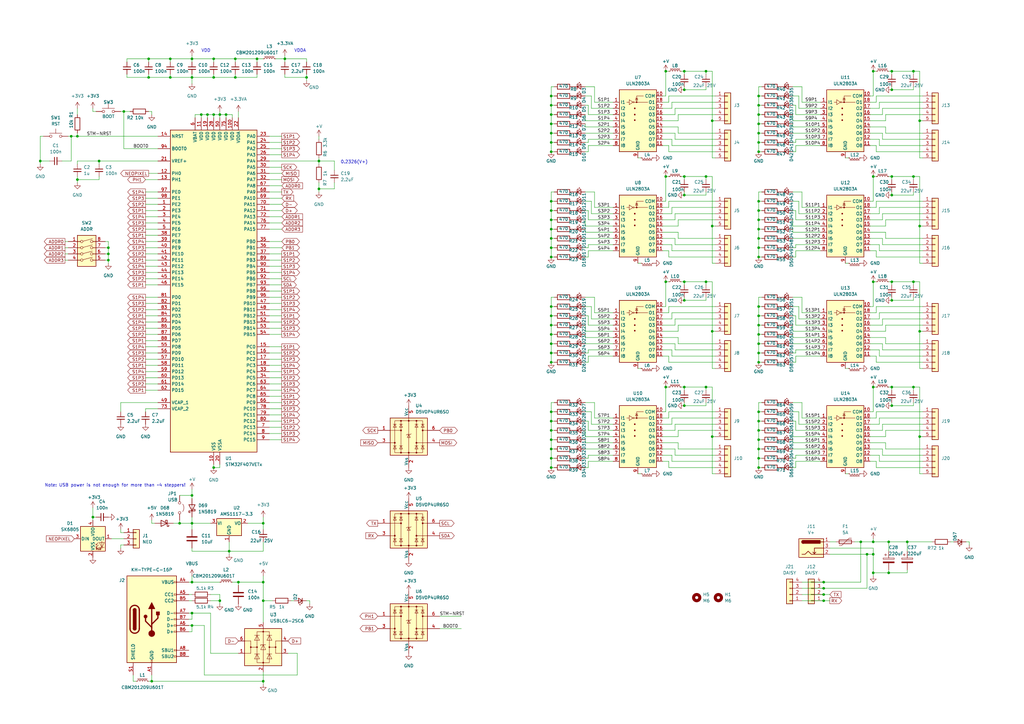
<source format=kicad_sch>
(kicad_sch (version 20231120) (generator "eeschema") (generator_version "8.0")
  (paper "A3")
  (title_block (title "IOTide-0x40") (company "Wits OC Lab"))
  (junction (at 358.14 234.95))
  (junction (at 358.14 115.57))
  (junction (at 226.06 137.16))
  (junction (at 82.55 46.99))
  (junction (at 130.81 77.47))
  (junction (at 311.15 101.6))
  (junction (at 44.45 106.68))
  (junction (at 311.15 172.72))
  (junction (at 311.15 125.73))
  (junction (at 226.06 172.72))
  (junction (at 289.56 72.39))
  (junction (at 311.15 140.97))
  (junction (at 226.06 50.8))
  (junction (at 226.06 144.78))
  (junction (at 365.76 166.37))
  (junction (at 311.15 129.54))
  (junction (at 358.14 72.39))
  (junction (at 337.82 241.3))
  (junction (at 374.65 115.57))
  (junction (at 358.14 222.25))
  (junction (at 280.67 72.39))
  (junction (at 289.56 158.75))
  (junction (at 280.67 123.19))
  (junction (at 97.79 238.76))
  (junction (at 60.96 31.75))
  (junction (at 226.06 62.23))
  (junction (at 69.85 31.75))
  (junction (at 90.17 46.99))
  (junction (at 365.76 36.83))
  (junction (at 87.63 31.75))
  (junction (at 226.06 140.97))
  (junction (at 69.85 24.13))
  (junction (at 226.06 180.34))
  (junction (at 90.17 246.38))
  (junction (at 292.1 92.71))
  (junction (at 280.67 115.57))
  (junction (at 377.19 135.89))
  (junction (at 358.14 29.21))
  (junction (at 311.15 82.55))
  (junction (at 78.74 203.2))
  (junction (at 226.06 148.59))
  (junction (at 226.06 46.99))
  (junction (at 311.15 43.18))
  (junction (at 311.15 39.37))
  (junction (at 365.76 115.57))
  (junction (at 226.06 86.36))
  (junction (at 365.76 80.01))
  (junction (at 130.81 66.04))
  (junction (at 292.1 49.53))
  (junction (at 311.15 105.41))
  (junction (at 107.95 238.76))
  (junction (at 87.63 46.99))
  (junction (at 365.76 29.21))
  (junction (at 50.8 45.72))
  (junction (at 78.74 31.75))
  (junction (at 226.06 58.42))
  (junction (at 280.67 80.01))
  (junction (at 273.05 158.75))
  (junction (at 337.82 246.38))
  (junction (at 107.95 246.38))
  (junction (at 358.14 158.75))
  (junction (at 311.15 97.79))
  (junction (at 311.15 148.59))
  (junction (at 125.73 31.75))
  (junction (at 289.56 29.21))
  (junction (at 60.96 24.13))
  (junction (at 280.67 158.75))
  (junction (at 78.74 214.63))
  (junction (at 226.06 187.96))
  (junction (at 78.74 256.54))
  (junction (at 311.15 184.15))
  (junction (at 353.06 222.25))
  (junction (at 377.19 179.07))
  (junction (at 377.19 92.71))
  (junction (at 364.49 222.25))
  (junction (at 87.63 191.77))
  (junction (at 372.11 222.25))
  (junction (at 280.67 166.37))
  (junction (at 226.06 176.53))
  (junction (at 226.06 90.17))
  (junction (at 280.67 29.21))
  (junction (at 40.64 66.04))
  (junction (at 73.66 214.63))
  (junction (at 44.45 104.14))
  (junction (at 355.6 227.33))
  (junction (at 62.23 279.4))
  (junction (at 311.15 133.35))
  (junction (at 311.15 90.17))
  (junction (at 273.05 115.57))
  (junction (at 337.82 238.76))
  (junction (at 16.51 66.04))
  (junction (at 337.82 243.84))
  (junction (at 311.15 137.16))
  (junction (at 226.06 125.73))
  (junction (at 273.05 29.21))
  (junction (at 365.76 123.19))
  (junction (at 311.15 50.8))
  (junction (at 96.52 31.75))
  (junction (at 226.06 129.54))
  (junction (at 374.65 72.39))
  (junction (at 226.06 54.61))
  (junction (at 226.06 191.77))
  (junction (at 226.06 133.35))
  (junction (at 116.84 24.13))
  (junction (at 311.15 46.99))
  (junction (at 311.15 86.36))
  (junction (at 92.71 46.99))
  (junction (at 107.95 214.63))
  (junction (at 44.45 101.6))
  (junction (at 93.98 226.06))
  (junction (at 226.06 39.37))
  (junction (at 87.63 24.13))
  (junction (at 85.09 46.99))
  (junction (at 365.76 158.75))
  (junction (at 311.15 168.91))
  (junction (at 226.06 82.55))
  (junction (at 374.65 158.75))
  (junction (at 311.15 54.61))
  (junction (at 78.74 251.46))
  (junction (at 226.06 105.41))
  (junction (at 377.19 49.53))
  (junction (at 292.1 135.89))
  (junction (at 311.15 58.42))
  (junction (at 78.74 238.76))
  (junction (at 226.06 168.91))
  (junction (at 374.65 29.21))
  (junction (at 29.21 55.88))
  (junction (at 311.15 62.23))
  (junction (at 280.67 36.83))
  (junction (at 358.14 227.33))
  (junction (at 38.1 212.09))
  (junction (at 31.75 73.66))
  (junction (at 226.06 97.79))
  (junction (at 105.41 24.13))
  (junction (at 96.52 24.13))
  (junction (at 226.06 43.18))
  (junction (at 292.1 179.07))
  (junction (at 311.15 187.96))
  (junction (at 31.75 55.88))
  (junction (at 364.49 234.95))
  (junction (at 365.76 72.39))
  (junction (at 226.06 101.6))
  (junction (at 311.15 176.53))
  (junction (at 311.15 191.77))
  (junction (at 311.15 93.98))
  (junction (at 226.06 184.15))
  (junction (at 311.15 144.78))
  (junction (at 273.05 72.39))
  (junction (at 78.74 24.13))
  (junction (at 226.06 93.98))
  (junction (at 311.15 180.34))
  (junction (at 289.56 115.57))
  (junction (at 107.95 279.4))
  (wire (pts (xy 110.49 157.48) (xy 115.57 157.48)))
  (wire (pts (xy 26.67 99.06) (xy 27.94 99.06)))
  (wire (pts (xy 271.78 59.69) (xy 274.32 59.69)))
  (wire (pts (xy 241.3 105.41) (xy 240.03 105.41)))
  (wire (pts (xy 110.49 134.62) (xy 115.57 134.62)))
  (wire (pts (xy 325.12 49.53) (xy 325.12 46.99)))
  (wire (pts (xy 78.74 236.22) (xy 78.74 238.76)))
  (wire (pts (xy 241.3 90.17) (xy 241.3 86.36)))
  (wire (pts (xy 358.14 125.73) (xy 358.14 115.57)))
  (wire (pts (xy 365.76 29.21) (xy 365.76 30.48)))
  (wire (pts (xy 311.15 168.91) (xy 312.42 168.91)))
  (wire (pts (xy 289.56 35.56) (xy 289.56 36.83)))
  (wire (pts (xy 110.49 86.36) (xy 115.57 86.36)))
  (wire (pts (xy 276.86 44.45) (xy 293.37 44.45)))
  (wire (pts (xy 243.84 35.56) (xy 240.03 35.56)))
  (wire (pts (xy 271.78 176.53) (xy 276.86 176.53)))
  (wire (pts (xy 360.68 85.09) (xy 378.46 85.09)))
  (wire (pts (xy 31.75 54.61) (xy 31.75 55.88)))
  (wire (pts (xy 241.3 176.53) (xy 241.3 172.72)))
  (wire (pts (xy 364.49 234.95) (xy 372.11 234.95)))
  (wire (pts (xy 240.03 140.97) (xy 251.46 140.97)))
  (wire (pts (xy 251.46 95.25) (xy 240.03 95.25)))
  (wire (pts (xy 227.33 148.59) (xy 226.06 148.59)))
  (wire (pts (xy 378.46 64.77) (xy 377.19 64.77)))
  (wire (pts (xy 311.15 46.99) (xy 311.15 43.18)))
  (wire (pts (xy 311.15 172.72) (xy 312.42 172.72)))
  (wire (pts (xy 377.19 179.07) (xy 377.19 158.75)))
  (wire (pts (xy 226.06 184.15) (xy 227.33 184.15)))
  (wire (pts (xy 40.64 66.04) (xy 40.64 67.31)))
  (wire (pts (xy 242.57 39.37) (xy 240.03 39.37)))
  (wire (pts (xy 86.36 246.38) (xy 90.17 246.38)))
  (wire (pts (xy 293.37 49.53) (xy 292.1 49.53)))
  (wire (pts (xy 226.06 168.91) (xy 227.33 168.91)))
  (wire (pts (xy 82.55 46.99) (xy 80.01 46.99)))
  (wire (pts (xy 90.17 45.72) (xy 90.17 46.99)))
  (wire (pts (xy 274.32 171.45) (xy 274.32 168.91)))
  (wire (pts (xy 271.78 173.99) (xy 275.59 173.99)))
  (wire (pts (xy 276.86 130.81) (xy 293.37 130.81)))
  (wire (pts (xy 273.05 82.55) (xy 273.05 72.39)))
  (wire (pts (xy 31.75 72.39) (xy 31.75 73.66)))
  (wire (pts (xy 125.73 246.38) (xy 127 246.38)))
  (wire (pts (xy 311.15 148.59) (xy 311.15 144.78)))
  (wire (pts (xy 328.93 128.27) (xy 328.93 121.92)))
  (wire (pts (xy 52.07 24.13) (xy 60.96 24.13)))
  (wire (pts (xy 64.77 60.96) (xy 50.8 60.96)))
  (wire (pts (xy 363.22 179.07) (xy 363.22 176.53)))
  (wire (pts (xy 271.78 97.79) (xy 276.86 97.79)))
  (wire (pts (xy 226.06 176.53) (xy 227.33 176.53)))
  (wire (pts (xy 273.05 115.57) (xy 274.32 115.57)))
  (wire (pts (xy 110.49 165.1) (xy 115.57 165.1)))
  (wire (pts (xy 107.95 246.38) (xy 107.95 238.76)))
  (wire (pts (xy 226.06 43.18) (xy 227.33 43.18)))
  (wire (pts (xy 241.3 146.05) (xy 241.3 148.59)))
  (wire (pts (xy 356.87 173.99) (xy 360.68 173.99)))
  (wire (pts (xy 226.06 46.99) (xy 226.06 43.18)))
  (wire (pts (xy 78.74 24.13) (xy 78.74 25.4)))
  (wire (pts (xy 363.22 184.15) (xy 378.46 184.15)))
  (wire (pts (xy 389.89 222.25) (xy 391.16 222.25)))
  (wire (pts (xy 251.46 133.35) (xy 241.3 133.35)))
  (wire (pts (xy 110.49 119.38) (xy 115.57 119.38)))
  (wire (pts (xy 110.49 58.42) (xy 115.57 58.42)))
  (wire (pts (xy 358.14 72.39) (xy 359.41 72.39)))
  (wire (pts (xy 279.4 158.75) (xy 280.67 158.75)))
  (wire (pts (xy 273.05 72.39) (xy 274.32 72.39)))
  (wire (pts (xy 360.68 100.33) (xy 360.68 102.87)))
  (wire (pts (xy 85.09 46.99) (xy 85.09 48.26)))
  (wire (pts (xy 97.79 238.76) (xy 107.95 238.76)))
  (wire (pts (xy 365.76 72.39) (xy 374.65 72.39)))
  (wire (pts (xy 325.12 179.07) (xy 325.12 176.53)))
  (wire (pts (xy 358.14 168.91) (xy 358.14 158.75)))
  (wire (pts (xy 360.68 41.91) (xy 378.46 41.91)))
  (wire (pts (xy 130.81 64.77) (xy 130.81 66.04)))
  (wire (pts (xy 78.74 31.75) (xy 78.74 34.29)))
  (wire (pts (xy 271.78 179.07) (xy 278.13 179.07)))
  (wire (pts (xy 355.6 241.3) (xy 355.6 227.33)))
  (wire (pts (xy 356.87 138.43) (xy 363.22 138.43)))
  (wire (pts (xy 360.68 130.81) (xy 360.68 128.27)))
  (wire (pts (xy 280.67 72.39) (xy 289.56 72.39)))
  (wire (pts (xy 125.73 31.75) (xy 125.73 33.02)))
  (wire (pts (xy 374.65 73.66) (xy 374.65 72.39)))
  (wire (pts (xy 274.32 105.41) (xy 293.37 105.41)))
  (wire (pts (xy 361.95 176.53) (xy 361.95 173.99)))
  (wire (pts (xy 77.47 238.76) (xy 78.74 238.76)))
  (wire (pts (xy 226.06 140.97) (xy 226.06 137.16)))
  (wire (pts (xy 311.15 129.54) (xy 312.42 129.54)))
  (wire (pts (xy 226.06 78.74) (xy 227.33 78.74)))
  (wire (pts (xy 241.3 101.6) (xy 240.03 101.6)))
  (wire (pts (xy 292.1 92.71) (xy 292.1 107.95)))
  (wire (pts (xy 280.67 72.39) (xy 280.67 73.66)))
  (wire (pts (xy 359.41 146.05) (xy 359.41 148.59)))
  (wire (pts (xy 110.49 71.12) (xy 115.57 71.12)))
  (wire (pts (xy 274.32 41.91) (xy 274.32 39.37)))
  (wire (pts (xy 251.46 90.17) (xy 241.3 90.17)))
  (wire (pts (xy 365.76 78.74) (xy 365.76 80.01)))
  (wire (pts (xy 241.3 100.33) (xy 241.3 101.6)))
  (wire (pts (xy 360.68 87.63) (xy 360.68 85.09)))
  (wire (pts (xy 360.68 44.45) (xy 360.68 41.91)))
  (wire (pts (xy 241.3 43.18) (xy 240.03 43.18)))
  (wire (pts (xy 275.59 189.23) (xy 293.37 189.23)))
  (wire (pts (xy 226.06 172.72) (xy 227.33 172.72)))
  (wire (pts (xy 311.15 50.8) (xy 311.15 46.99)))
  (wire (pts (xy 361.95 100.33) (xy 378.46 100.33)))
  (wire (pts (xy 364.49 233.68) (xy 364.49 234.95)))
  (wire (pts (xy 377.19 135.89) (xy 377.19 115.57)))
  (wire (pts (xy 119.38 246.38) (xy 120.65 246.38)))
  (wire (pts (xy 327.66 87.63) (xy 327.66 82.55)))
  (wire (pts (xy 243.84 85.09) (xy 243.84 78.74)))
  (wire (pts (xy 292.1 115.57) (xy 289.56 115.57)))
  (wire (pts (xy 52.07 25.4) (xy 52.07 24.13)))
  (wire (pts (xy 278.13 184.15) (xy 293.37 184.15)))
  (wire (pts (xy 336.55 135.89) (xy 325.12 135.89)))
  (wire (pts (xy 227.33 62.23) (xy 226.06 62.23)))
  (wire (pts (xy 311.15 82.55) (xy 312.42 82.55)))
  (wire (pts (xy 311.15 101.6) (xy 311.15 97.79)))
  (wire (pts (xy 50.8 223.52) (xy 49.53 223.52)))
  (wire (pts (xy 275.59 57.15) (xy 275.59 59.69)))
  (wire (pts (xy 240.03 52.07) (xy 240.03 50.8)))
  (wire (pts (xy 64.77 147.32) (xy 59.69 147.32)))
  (wire (pts (xy 44.45 99.06) (xy 44.45 101.6)))
  (wire (pts (xy 16.51 66.04) (xy 20.32 66.04)))
  (wire (pts (xy 292.1 179.07) (xy 292.1 158.75)))
  (wire (pts (xy 226.06 180.34) (xy 226.06 176.53)))
  (wire (pts (xy 271.78 140.97) (xy 276.86 140.97)))
  (wire (pts (xy 356.87 54.61) (xy 361.95 54.61)))
  (wire (pts (xy 374.65 30.48) (xy 374.65 29.21)))
  (wire (pts (xy 292.1 72.39) (xy 289.56 72.39)))
  (wire (pts (xy 278.13 133.35) (xy 293.37 133.35)))
  (wire (pts (xy 358.14 234.95) (xy 364.49 234.95)))
  (wire (pts (xy 278.13 52.07) (xy 278.13 54.61)))
  (wire (pts (xy 346.71 151.13) (xy 347.98 151.13)))
  (wire (pts (xy 278.13 95.25) (xy 278.13 97.79)))
  (wire (pts (xy 311.15 58.42) (xy 311.15 54.61)))
  (wire (pts (xy 361.95 133.35) (xy 361.95 130.81)))
  (wire (pts (xy 241.3 129.54) (xy 240.03 129.54)))
  (wire (pts (xy 226.06 121.92) (xy 227.33 121.92)))
  (wire (pts (xy 90.17 243.84) (xy 90.17 246.38)))
  (wire (pts (xy 110.49 106.68) (xy 115.57 106.68)))
  (wire (pts (xy 293.37 135.89) (xy 292.1 135.89)))
  (wire (pts (xy 243.84 171.45) (xy 243.84 165.1)))
  (wire (pts (xy 64.77 81.28) (xy 59.69 81.28)))
  (wire (pts (xy 226.06 176.53) (xy 226.06 172.72)))
  (wire (pts (xy 271.78 125.73) (xy 273.05 125.73)))
  (wire (pts (xy 241.3 189.23) (xy 241.3 191.77)))
  (wire (pts (xy 251.46 181.61) (xy 240.03 181.61)))
  (wire (pts (xy 86.36 267.97) (xy 97.79 267.97)))
  (wire (pts (xy 240.03 138.43) (xy 240.03 137.16)))
  (wire (pts (xy 110.49 137.16) (xy 115.57 137.16)))
  (wire (pts (xy 251.46 186.69) (xy 241.3 186.69)))
  (wire (pts (xy 311.15 137.16) (xy 311.15 133.35)))
  (wire (pts (xy 49.53 223.52) (xy 49.53 224.79)))
  (wire (pts (xy 311.15 97.79) (xy 312.42 97.79)))
  (wire (pts (xy 127 246.38) (xy 127 247.65)))
  (wire (pts (xy 90.17 46.99) (xy 90.17 48.26)))
  (wire (pts (xy 326.39 90.17) (xy 326.39 86.36)))
  (wire (pts (xy 289.56 78.74) (xy 289.56 80.01)))
  (wire (pts (xy 340.36 227.33) (xy 355.6 227.33)))
  (wire (pts (xy 336.55 128.27) (xy 328.93 128.27)))
  (wire (pts (xy 271.78 143.51) (xy 275.59 143.51)))
  (wire (pts (xy 356.87 128.27) (xy 359.41 128.27)))
  (wire (pts (xy 359.41 102.87) (xy 359.41 105.41)))
  (wire (pts (xy 96.52 24.13) (xy 87.63 24.13)))
  (wire (pts (xy 273.05 39.37) (xy 273.05 29.21)))
  (wire (pts (xy 240.03 49.53) (xy 240.03 46.99)))
  (wire (pts (xy 71.12 214.63) (xy 73.66 214.63)))
  (wire (pts (xy 82.55 46.99) (xy 82.55 48.26)))
  (wire (pts (xy 271.78 171.45) (xy 274.32 171.45)))
  (wire (pts (xy 54.61 276.86) (xy 54.61 279.4)))
  (wire (pts (xy 359.41 191.77) (xy 378.46 191.77)))
  (wire (pts (xy 353.06 238.76) (xy 353.06 222.25)))
  (wire (pts (xy 78.74 203.2) (xy 78.74 204.47)))
  (wire (pts (xy 365.76 35.56) (xy 365.76 36.83)))
  (wire (pts (xy 271.78 102.87) (xy 274.32 102.87)))
  (wire (pts (xy 90.17 46.99) (xy 87.63 46.99)))
  (wire (pts (xy 251.46 130.81) (xy 242.57 130.81)))
  (wire (pts (xy 78.74 200.66) (xy 78.74 203.2)))
  (wire (pts (xy 364.49 72.39) (xy 365.76 72.39)))
  (wire (pts (xy 326.39 148.59) (xy 325.12 148.59)))
  (wire (pts (xy 280.67 80.01) (xy 289.56 80.01)))
  (wire (pts (xy 80.01 46.99) (xy 80.01 48.26)))
  (wire (pts (xy 280.67 29.21) (xy 280.67 30.48)))
  (wire (pts (xy 292.1 158.75) (xy 289.56 158.75)))
  (wire (pts (xy 279.4 72.39) (xy 280.67 72.39)))
  (wire (pts (xy 356.87 87.63) (xy 360.68 87.63)))
  (wire (pts (xy 242.57 87.63) (xy 242.57 82.55)))
  (wire (pts (xy 31.75 66.04) (xy 31.75 67.31)))
  (wire (pts (xy 241.3 102.87) (xy 241.3 105.41)))
  (wire (pts (xy 356.87 133.35) (xy 361.95 133.35)))
  (wire (pts (xy 110.49 66.04) (xy 130.81 66.04)))
  (wire (pts (xy 274.32 168.91) (xy 293.37 168.91)))
  (wire (pts (xy 274.32 85.09) (xy 274.32 82.55)))
  (wire (pts (xy 86.36 214.63) (xy 78.74 214.63)))
  (wire (pts (xy 107.95 279.4) (xy 107.95 275.59)))
  (wire (pts (xy 95.25 48.26) (xy 95.25 46.99)))
  (wire (pts (xy 311.15 184.15) (xy 311.15 180.34)))
  (wire (pts (xy 327.66 125.73) (xy 325.12 125.73)))
  (wire (pts (xy 358.14 82.55) (xy 358.14 72.39)))
  (wire (pts (xy 337.82 238.76) (xy 353.06 238.76)))
  (wire (pts (xy 242.57 82.55) (xy 240.03 82.55)))
  (wire (pts (xy 311.15 90.17) (xy 312.42 90.17)))
  (wire (pts (xy 110.49 91.44) (xy 115.57 91.44)))
  (wire (pts (xy 336.55 133.35) (xy 326.39 133.35)))
  (wire (pts (xy 93.98 226.06) (xy 107.95 226.06)))
  (wire (pts (xy 241.3 148.59) (xy 240.03 148.59)))
  (wire (pts (xy 251.46 57.15) (xy 241.3 57.15)))
  (wire (pts (xy 361.95 97.79) (xy 361.95 100.33)))
  (wire (pts (xy 107.95 246.38) (xy 107.95 255.27)))
  (wire (pts (xy 251.46 189.23) (xy 241.3 189.23)))
  (wire (pts (xy 241.3 46.99) (xy 241.3 43.18)))
  (wire (pts (xy 110.49 88.9) (xy 115.57 88.9)))
  (wire (pts (xy 325.12 135.89) (xy 325.12 133.35)))
  (wire (pts (xy 377.19 92.71) (xy 377.19 107.95)))
  (wire (pts (xy 358.14 222.25) (xy 358.14 220.98)))
  (wire (pts (xy 241.3 57.15) (xy 241.3 58.42)))
  (wire (pts (xy 64.77 96.52) (xy 59.69 96.52)))
  (wire (pts (xy 226.06 191.77) (xy 226.06 187.96)))
  (wire (pts (xy 69.85 24.13) (xy 78.74 24.13)))
  (wire (pts (xy 271.78 90.17) (xy 276.86 90.17)))
  (wire (pts (xy 326.39 62.23) (xy 325.12 62.23)))
  (wire (pts (xy 226.06 90.17) (xy 226.06 86.36)))
  (wire (pts (xy 361.95 44.45) (xy 378.46 44.45)))
  (wire (pts (xy 271.78 168.91) (xy 273.05 168.91)))
  (wire (pts (xy 137.16 74.93) (xy 137.16 77.47)))
  (wire (pts (xy 64.77 129.54) (xy 59.69 129.54)))
  (wire (pts (xy 336.55 41.91) (xy 328.93 41.91)))
  (wire (pts (xy 363.22 54.61) (xy 378.46 54.61)))
  (wire (pts (xy 38.1 212.09) (xy 38.1 213.36)))
  (wire (pts (xy 86.36 251.46) (xy 86.36 267.97)))
  (wire (pts (xy 243.84 128.27) (xy 243.84 121.92)))
  (wire (pts (xy 275.59 100.33) (xy 275.59 102.87)))
  (wire (pts (xy 363.22 46.99) (xy 378.46 46.99)))
  (wire (pts (xy 226.06 58.42) (xy 227.33 58.42)))
  (wire (pts (xy 363.22 52.07) (xy 363.22 54.61)))
  (wire (pts (xy 353.06 222.25) (xy 358.14 222.25)))
  (wire (pts (xy 226.06 82.55) (xy 227.33 82.55)))
  (wire (pts (xy 311.15 180.34) (xy 312.42 180.34)))
  (wire (pts (xy 64.77 154.94) (xy 59.69 154.94)))
  (wire (pts (xy 276.86 57.15) (xy 293.37 57.15)))
  (wire (pts (xy 358.14 224.79) (xy 358.14 227.33)))
  (wire (pts (xy 359.41 148.59) (xy 378.46 148.59)))
  (wire (pts (xy 327.66 39.37) (xy 325.12 39.37)))
  (wire (pts (xy 64.77 167.64) (xy 59.69 167.64)))
  (wire (pts (xy 311.15 54.61) (xy 312.42 54.61)))
  (wire (pts (xy 356.87 90.17) (xy 361.95 90.17)))
  (wire (pts (xy 69.85 24.13) (xy 69.85 25.4)))
  (wire (pts (xy 358.14 227.33) (xy 358.14 234.95)))
  (wire (pts (xy 377.19 135.89) (xy 377.19 151.13)))
  (wire (pts (xy 356.87 85.09) (xy 359.41 85.09)))
  (wire (pts (xy 397.51 222.25) (xy 397.51 223.52)))
  (wire (pts (xy 359.41 189.23) (xy 359.41 191.77)))
  (wire (pts (xy 43.18 101.6) (xy 44.45 101.6)))
  (wire (pts (xy 363.22 97.79) (xy 378.46 97.79)))
  (wire (pts (xy 278.13 176.53) (xy 293.37 176.53)))
  (wire (pts (xy 359.41 171.45) (xy 359.41 168.91)))
  (wire (pts (xy 325.12 95.25) (xy 325.12 93.98)))
  (wire (pts (xy 293.37 107.95) (xy 292.1 107.95)))
  (wire (pts (xy 64.77 139.7) (xy 59.69 139.7)))
  (wire (pts (xy 365.76 123.19) (xy 374.65 123.19)))
  (wire (pts (xy 26.67 104.14) (xy 27.94 104.14)))
  (wire (pts (xy 271.78 52.07) (xy 278.13 52.07)))
  (wire (pts (xy 280.67 166.37) (xy 289.56 166.37)))
  (wire (pts (xy 29.21 55.88) (xy 29.21 66.04)))
  (wire (pts (xy 31.75 73.66) (xy 31.75 74.93)))
  (wire (pts (xy 110.49 162.56) (xy 115.57 162.56)))
  (wire (pts (xy 374.65 78.74) (xy 374.65 80.01)))
  (wire (pts (xy 311.15 129.54) (xy 311.15 125.73)))
  (wire (pts (xy 226.06 137.16) (xy 227.33 137.16)))
  (wire (pts (xy 226.06 86.36) (xy 226.06 82.55)))
  (wire (pts (xy 372.11 233.68) (xy 372.11 234.95)))
  (wire (pts (xy 226.06 144.78) (xy 226.06 140.97)))
  (wire (pts (xy 275.59 59.69) (xy 293.37 59.69)))
  (wire (pts (xy 280.67 158.75) (xy 280.67 160.02)))
  (wire (pts (xy 278.13 92.71) (xy 278.13 90.17)))
  (wire (pts (xy 378.46 179.07) (xy 377.19 179.07)))
  (wire (pts (xy 372.11 222.25) (xy 382.27 222.25)))
  (wire (pts (xy 311.15 39.37) (xy 311.15 35.56)))
  (wire (pts (xy 328.93 78.74) (xy 325.12 78.74)))
  (wire (pts (xy 358.14 234.95) (xy 358.14 236.22)))
  (wire (pts (xy 359.41 82.55) (xy 378.46 82.55)))
  (wire (pts (xy 278.13 49.53) (xy 278.13 46.99)))
  (wire (pts (xy 251.46 59.69) (xy 241.3 59.69)))
  (wire (pts (xy 226.06 50.8) (xy 227.33 50.8)))
  (wire (pts (xy 365.76 72.39) (xy 365.76 73.66)))
  (wire (pts (xy 361.95 54.61) (xy 361.95 57.15)))
  (wire (pts (xy 16.51 66.04) (xy 16.51 67.31)))
  (wire (pts (xy 311.15 144.78) (xy 312.42 144.78)))
  (wire (pts (xy 336.55 189.23) (xy 326.39 189.23)))
  (wire (pts (xy 276.86 186.69) (xy 293.37 186.69)))
  (wire (pts (xy 25.4 66.04) (xy 29.21 66.04)))
  (wire (pts (xy 271.78 41.91) (xy 274.32 41.91)))
  (wire (pts (xy 116.84 22.86) (xy 116.84 24.13)))
  (wire (pts (xy 377.19 29.21) (xy 374.65 29.21)))
  (wire (pts (xy 110.49 104.14) (xy 115.57 104.14)))
  (wire (pts (xy 359.41 125.73) (xy 378.46 125.73)))
  (wire (pts (xy 361.95 57.15) (xy 378.46 57.15)))
  (wire (pts (xy 271.78 92.71) (xy 278.13 92.71)))
  (wire (pts (xy 327.66 130.81) (xy 327.66 125.73)))
  (wire (pts (xy 110.49 175.26) (xy 115.57 175.26)))
  (wire (pts (xy 275.59 87.63) (xy 275.59 85.09)))
  (wire (pts (xy 271.78 100.33) (xy 275.59 100.33)))
  (wire (pts (xy 110.49 93.98) (xy 115.57 93.98)))
  (wire (pts (xy 62.23 279.4) (xy 107.95 279.4)))
  (wire (pts (xy 242.57 173.99) (xy 242.57 168.91)))
  (wire (pts (xy 251.46 135.89) (xy 240.03 135.89)))
  (wire (pts (xy 278.13 179.07) (xy 278.13 176.53)))
  (wire (pts (xy 328.93 246.38) (xy 337.82 246.38)))
  (wire (pts (xy 356.87 102.87) (xy 359.41 102.87)))
  (wire (pts (xy 325.12 97.79) (xy 336.55 97.79)))
  (wire (pts (xy 130.81 66.04) (xy 130.81 67.31)))
  (wire (pts (xy 85.09 46.99) (xy 82.55 46.99)))
  (wire (pts (xy 121.92 267.97) (xy 118.11 267.97)))
  (wire (pts (xy 311.15 35.56) (xy 312.42 35.56)))
  (wire (pts (xy 289.56 30.48) (xy 289.56 29.21)))
  (wire (pts (xy 326.39 129.54) (xy 325.12 129.54)))
  (wire (pts (xy 78.74 22.86) (xy 78.74 24.13)))
  (wire (pts (xy 110.49 129.54) (xy 115.57 129.54)))
  (wire (pts (xy 110.49 111.76) (xy 115.57 111.76)))
  (wire (pts (xy 110.49 152.4) (xy 115.57 152.4)))
  (wire (pts (xy 328.93 85.09) (xy 328.93 78.74)))
  (wire (pts (xy 276.86 184.15) (xy 276.86 186.69)))
  (wire (pts (xy 336.55 146.05) (xy 326.39 146.05)))
  (wire (pts (xy 105.41 30.48) (xy 105.41 31.75)))
  (wire (pts (xy 280.67 78.74) (xy 280.67 80.01)))
  (wire (pts (xy 325.12 52.07) (xy 325.12 50.8)))
  (wire (pts (xy 374.65 121.92) (xy 374.65 123.19)))
  (wire (pts (xy 50.8 218.44) (xy 49.53 218.44)))
  (wire (pts (xy 271.78 146.05) (xy 274.32 146.05)))
  (wire (pts (xy 311.15 176.53) (xy 311.15 172.72)))
  (wire (pts (xy 276.86 100.33) (xy 293.37 100.33)))
  (wire (pts (xy 110.49 147.32) (xy 115.57 147.32)))
  (wire (pts (xy 326.39 144.78) (xy 325.12 144.78)))
  (wire (pts (xy 336.55 46.99) (xy 326.39 46.99)))
  (wire (pts (xy 311.15 46.99) (xy 312.42 46.99)))
  (wire (pts (xy 275.59 146.05) (xy 293.37 146.05)))
  (wire (pts (xy 110.49 83.82) (xy 115.57 83.82)))
  (wire (pts (xy 130.81 66.04) (xy 137.16 66.04)))
  (wire (pts (xy 328.93 171.45) (xy 328.93 165.1)))
  (wire (pts (xy 271.78 133.35) (xy 276.86 133.35)))
  (wire (pts (xy 110.49 180.34) (xy 115.57 180.34)))
  (wire (pts (xy 105.41 24.13) (xy 96.52 24.13)))
  (wire (pts (xy 110.49 177.8) (xy 115.57 177.8)))
  (wire (pts (xy 360.68 146.05) (xy 378.46 146.05)))
  (wire (pts (xy 356.87 82.55) (xy 358.14 82.55)))
  (wire (pts (xy 359.41 168.91) (xy 378.46 168.91)))
  (wire (pts (xy 311.15 125.73) (xy 312.42 125.73)))
  (wire (pts (xy 365.76 158.75) (xy 374.65 158.75)))
  (wire (pts (xy 226.06 43.18) (xy 226.06 39.37)))
  (wire (pts (xy 273.05 29.21) (xy 274.32 29.21)))
  (wire (pts (xy 274.32 59.69) (xy 274.32 62.23)))
  (wire (pts (xy 92.71 46.99) (xy 90.17 46.99)))
  (wire (pts (xy 226.06 35.56) (xy 227.33 35.56)))
  (wire (pts (xy 113.03 24.13) (xy 116.84 24.13)))
  (wire (pts (xy 360.68 186.69) (xy 360.68 189.23)))
  (wire (pts (xy 365.76 166.37) (xy 374.65 166.37)))
  (wire (pts (xy 356.87 143.51) (xy 360.68 143.51)))
  (wire (pts (xy 44.45 101.6) (xy 44.45 104.14)))
  (wire (pts (xy 336.55 173.99) (xy 327.66 173.99)))
  (wire (pts (xy 360.68 59.69) (xy 378.46 59.69)))
  (wire (pts (xy 271.78 186.69) (xy 275.59 186.69)))
  (wire (pts (xy 326.39 46.99) (xy 326.39 43.18)))
  (wire (pts (xy 278.13 54.61) (xy 293.37 54.61)))
  (wire (pts (xy 336.55 87.63) (xy 327.66 87.63)))
  (wire (pts (xy 356.87 176.53) (xy 361.95 176.53)))
  (wire (pts (xy 340.36 224.79) (xy 358.14 224.79)))
  (wire (pts (xy 93.98 226.06) (xy 93.98 222.25)))
  (wire (pts (xy 326.39 58.42) (xy 325.12 58.42)))
  (wire (pts (xy 107.95 279.4) (xy 107.95 280.67)))
  (wire (pts (xy 271.78 85.09) (xy 274.32 85.09)))
  (wire (pts (xy 336.55 59.69) (xy 326.39 59.69)))
  (wire (pts (xy 365.76 36.83) (xy 374.65 36.83)))
  (wire (pts (xy 107.95 214.63) (xy 107.95 217.17)))
  (wire (pts (xy 63.5 214.63) (xy 62.23 214.63)))
  (wire (pts (xy 271.78 54.61) (xy 276.86 54.61)))
  (wire (pts (xy 110.49 172.72) (xy 115.57 172.72)))
  (wire (pts (xy 311.15 78.74) (xy 312.42 78.74)))
  (wire (pts (xy 358.14 222.25) (xy 364.49 222.25)))
  (wire (pts (xy 356.87 135.89) (xy 363.22 135.89)))
  (wire (pts (xy 292.1 179.07) (xy 292.1 194.31)))
  (wire (pts (xy 356.87 95.25) (xy 363.22 95.25)))
  (wire (pts (xy 241.3 191.77) (xy 240.03 191.77)))
  (wire (pts (xy 49.53 165.1) (xy 49.53 168.91)))
  (wire (pts (xy 271.78 57.15) (xy 275.59 57.15)))
  (wire (pts (xy 59.69 167.64) (xy 59.69 168.91)))
  (wire (pts (xy 78.74 224.79) (xy 78.74 226.06)))
  (wire (pts (xy 356.87 186.69) (xy 360.68 186.69)))
  (wire (pts (xy 356.87 92.71) (xy 363.22 92.71)))
  (wire (pts (xy 38.1 208.28) (xy 38.1 212.09)))
  (wire (pts (xy 64.77 78.74) (xy 59.69 78.74)))
  (wire (pts (xy 275.59 44.45) (xy 275.59 41.91)))
  (wire (pts (xy 342.9 222.25) (xy 340.36 222.25)))
  (wire (pts (xy 93.98 226.06) (xy 93.98 227.33)))
  (wire (pts (xy 337.82 246.38) (xy 340.36 246.38)))
  (wire (pts (xy 311.15 97.79) (xy 311.15 93.98)))
  (wire (pts (xy 251.46 138.43) (xy 240.03 138.43)))
  (wire (pts (xy 40.64 66.04) (xy 64.77 66.04)))
  (wire (pts (xy 261.62 64.77) (xy 262.89 64.77)))
  (wire (pts (xy 241.3 187.96) (xy 240.03 187.96)))
  (wire (pts (xy 274.32 148.59) (xy 293.37 148.59)))
  (wire (pts (xy 378.46 49.53) (xy 377.19 49.53)))
  (wire (pts (xy 365.76 165.1) (xy 365.76 166.37)))
  (wire (pts (xy 326.39 57.15) (xy 326.39 58.42)))
  (wire (pts (xy 359.41 62.23) (xy 378.46 62.23)))
  (wire (pts (xy 241.3 133.35) (xy 241.3 129.54)))
  (wire (pts (xy 326.39 186.69) (xy 326.39 187.96)))
  (wire (pts (xy 62.23 213.36) (xy 62.23 214.63)))
  (wire (pts (xy 271.78 46.99) (xy 276.86 46.99)))
  (wire (pts (xy 358.14 115.57) (xy 359.41 115.57)))
  (wire (pts (xy 95.25 238.76) (xy 97.79 238.76)))
  (wire (pts (xy 363.22 90.17) (xy 378.46 90.17)))
  (wire (pts (xy 356.87 59.69) (xy 359.41 59.69)))
  (wire (pts (xy 358.14 158.75) (xy 359.41 158.75)))
  (wire (pts (xy 226.06 97.79) (xy 226.06 93.98)))
  (wire (pts (xy 50.8 60.96) (xy 50.8 45.72)))
  (wire (pts (xy 363.22 181.61) (xy 363.22 184.15)))
  (wire (pts (xy 359.41 85.09) (xy 359.41 82.55)))
  (wire (pts (xy 336.55 179.07) (xy 325.12 179.07)))
  (wire (pts (xy 275.59 186.69) (xy 275.59 189.23)))
  (wire (pts (xy 274.32 125.73) (xy 293.37 125.73)))
  (wire (pts (xy 40.64 72.39) (xy 40.64 73.66)))
  (wire (pts (xy 311.15 93.98) (xy 311.15 90.17)))
  (wire (pts (xy 52.07 31.75) (xy 60.96 31.75)))
  (wire (pts (xy 356.87 181.61) (xy 363.22 181.61)))
  (wire (pts (xy 251.46 87.63) (xy 242.57 87.63)))
  (wire (pts (xy 312.42 148.59) (xy 311.15 148.59)))
  (wire (pts (xy 87.63 190.5) (xy 87.63 191.77)))
  (wire (pts (xy 374.65 116.84) (xy 374.65 115.57)))
  (wire (pts (xy 361.95 173.99) (xy 378.46 173.99)))
  (wire (pts (xy 363.22 92.71) (xy 363.22 90.17)))
  (wire (pts (xy 280.67 121.92) (xy 280.67 123.19)))
  (wire (pts (xy 275.59 143.51) (xy 275.59 146.05)))
  (wire (pts (xy 241.3 143.51) (xy 241.3 144.78)))
  (wire (pts (xy 227.33 105.41) (xy 226.06 105.41)))
  (wire (pts (xy 326.39 105.41) (xy 325.12 105.41)))
  (wire (pts (xy 110.49 170.18) (xy 115.57 170.18)))
  (wire (pts (xy 226.06 140.97) (xy 227.33 140.97)))
  (wire (pts (xy 50.8 45.72) (xy 53.34 45.72)))
  (wire (pts (xy 62.23 279.4) (xy 62.23 276.86)))
  (wire (pts (xy 271.78 128.27) (xy 274.32 128.27)))
  (wire (pts (xy 377.19 179.07) (xy 377.19 194.31)))
  (wire (pts (xy 336.55 52.07) (xy 325.12 52.07)))
  (wire (pts (xy 64.77 121.92) (xy 59.69 121.92)))
  (wire (pts (xy 78.74 254) (xy 78.74 251.46)))
  (wire (pts (xy 328.93 238.76) (xy 337.82 238.76)))
  (wire (pts (xy 278.13 46.99) (xy 293.37 46.99)))
  (wire (pts (xy 95.25 46.99) (xy 92.71 46.99)))
  (wire (pts (xy 325.12 54.61) (xy 336.55 54.61)))
  (wire (pts (xy 311.15 140.97) (xy 312.42 140.97)))
  (wire (pts (xy 356.87 179.07) (xy 363.22 179.07)))
  (wire (pts (xy 325.12 181.61) (xy 325.12 180.34)))
  (wire (pts (xy 83.82 276.86) (xy 83.82 256.54)))
  (wire (pts (xy 280.67 115.57) (xy 289.56 115.57)))
  (wire (pts (xy 275.59 171.45) (xy 293.37 171.45)))
  (wire (pts (xy 43.18 104.14) (xy 44.45 104.14)))
  (wire (pts (xy 276.86 176.53) (xy 276.86 173.99)))
  (wire (pts (xy 64.77 134.62) (xy 59.69 134.62)))
  (wire (pts (xy 60.96 279.4) (xy 62.23 279.4)))
  (wire (pts (xy 326.39 172.72) (xy 325.12 172.72)))
  (wire (pts (xy 69.85 31.75) (xy 78.74 31.75)))
  (wire (pts (xy 87.63 46.99) (xy 87.63 48.26)))
  (wire (pts (xy 110.49 109.22) (xy 115.57 109.22)))
  (wire (pts (xy 311.15 50.8) (xy 312.42 50.8)))
  (wire (pts (xy 311.15 191.77) (xy 311.15 187.96)))
  (wire (pts (xy 280.67 123.19) (xy 289.56 123.19)))
  (wire (pts (xy 73.66 213.36) (xy 73.66 214.63)))
  (wire (pts (xy 363.22 176.53) (xy 378.46 176.53)))
  (wire (pts (xy 107.95 212.09) (xy 107.95 214.63)))
  (wire (pts (xy 361.95 184.15) (xy 361.95 186.69)))
  (wire (pts (xy 251.46 100.33) (xy 241.3 100.33)))
  (wire (pts (xy 271.78 135.89) (xy 278.13 135.89)))
  (wire (pts (xy 274.32 146.05) (xy 274.32 148.59)))
  (wire (pts (xy 64.77 111.76) (xy 59.69 111.76)))
  (wire (pts (xy 311.15 184.15) (xy 312.42 184.15)))
  (wire (pts (xy 276.86 140.97) (xy 276.86 143.51)))
  (wire (pts (xy 241.3 62.23) (xy 240.03 62.23)))
  (wire (pts (xy 226.06 180.34) (xy 227.33 180.34)))
  (wire (pts (xy 226.06 82.55) (xy 226.06 78.74)))
  (wire (pts (xy 275.59 102.87) (xy 293.37 102.87)))
  (wire (pts (xy 241.3 86.36) (xy 240.03 86.36)))
  (wire (pts (xy 110.49 167.64) (xy 115.57 167.64)))
  (wire (pts (xy 180.34 257.81) (xy 189.23 257.81)))
  (wire (pts (xy 327.66 168.91) (xy 325.12 168.91)))
  (wire (pts (xy 226.06 101.6) (xy 227.33 101.6)))
  (wire (pts (xy 52.07 30.48) (xy 52.07 31.75)))
  (wire (pts (xy 26.67 101.6) (xy 27.94 101.6)))
  (wire (pts (xy 336.55 100.33) (xy 326.39 100.33)))
  (wire (pts (xy 325.12 138.43) (xy 325.12 137.16)))
  (wire (pts (xy 226.06 184.15) (xy 226.06 180.34)))
  (wire (pts (xy 77.47 246.38) (xy 78.74 246.38)))
  (wire (pts (xy 64.77 127) (xy 59.69 127)))
  (wire (pts (xy 64.77 137.16) (xy 59.69 137.16)))
  (wire (pts (xy 45.72 220.98) (xy 50.8 220.98)))
  (wire (pts (xy 311.15 144.78) (xy 311.15 140.97)))
  (wire (pts (xy 241.3 172.72) (xy 240.03 172.72)))
  (wire (pts (xy 110.49 121.92) (xy 115.57 121.92)))
  (wire (pts (xy 356.87 97.79) (xy 361.95 97.79)))
  (wire (pts (xy 336.55 90.17) (xy 326.39 90.17)))
  (wire (pts (xy 60.96 71.12) (xy 64.77 71.12)))
  (wire (pts (xy 92.71 46.99) (xy 92.71 48.26)))
  (wire (pts (xy 361.95 186.69) (xy 378.46 186.69)))
  (wire (pts (xy 280.67 165.1) (xy 280.67 166.37)))
  (wire (pts (xy 241.3 144.78) (xy 240.03 144.78)))
  (wire (pts (xy 311.15 86.36) (xy 312.42 86.36)))
  (wire (pts (xy 226.06 90.17) (xy 227.33 90.17)))
  (wire (pts (xy 355.6 227.33) (xy 358.14 227.33)))
  (wire (pts (xy 105.41 24.13) (xy 105.41 25.4)))
  (wire (pts (xy 276.86 143.51) (xy 293.37 143.51)))
  (wire (pts (xy 107.95 246.38) (xy 111.76 246.38)))
  (wire (pts (xy 289.56 160.02) (xy 289.56 158.75)))
  (wire (pts (xy 346.71 107.95) (xy 347.98 107.95)))
  (wire (pts (xy 64.77 88.9) (xy 59.69 88.9)))
  (wire (pts (xy 311.15 93.98) (xy 312.42 93.98)))
  (wire (pts (xy 90.17 190.5) (xy 90.17 191.77)))
  (wire (pts (xy 311.15 133.35) (xy 311.15 129.54)))
  (wire (pts (xy 311.15 43.18) (xy 312.42 43.18)))
  (wire (pts (xy 292.1 92.71) (xy 292.1 72.39)))
  (wire (pts (xy 275.59 173.99) (xy 275.59 171.45)))
  (wire (pts (xy 361.95 140.97) (xy 361.95 143.51)))
  (wire (pts (xy 101.6 214.63) (xy 107.95 214.63)))
  (wire (pts (xy 360.68 143.51) (xy 360.68 146.05)))
  (wire (pts (xy 64.77 144.78) (xy 59.69 144.78)))
  (wire (pts (xy 363.22 49.53) (xy 363.22 46.99)))
  (wire (pts (xy 226.06 97.79) (xy 227.33 97.79)))
  (wire (pts (xy 276.86 54.61) (xy 276.86 57.15)))
  (wire (pts (xy 346.71 64.77) (xy 347.98 64.77)))
  (wire (pts (xy 365.76 158.75) (xy 365.76 160.02)))
  (wire (pts (xy 110.49 81.28) (xy 115.57 81.28)))
  (wire (pts (xy 326.39 189.23) (xy 326.39 191.77)))
  (wire (pts (xy 274.32 189.23) (xy 274.32 191.77)))
  (wire (pts (xy 226.06 62.23) (xy 226.06 58.42)))
  (wire (pts (xy 311.15 187.96) (xy 311.15 184.15)))
  (wire (pts (xy 311.15 82.55) (xy 311.15 78.74)))
  (wire (pts (xy 377.19 49.53) (xy 377.19 64.77)))
  (wire (pts (xy 274.32 191.77) (xy 293.37 191.77)))
  (wire (pts (xy 311.15 168.91) (xy 311.15 165.1)))
  (wire (pts (xy 226.06 172.72) (xy 226.06 168.91)))
  (wire (pts (xy 116.84 24.13) (xy 116.84 25.4)))
  (wire (pts (xy 49.53 218.44) (xy 49.53 217.17)))
  (wire (pts (xy 326.39 43.18) (xy 325.12 43.18)))
  (wire (pts (xy 271.78 184.15) (xy 276.86 184.15)))
  (wire (pts (xy 226.06 86.36) (xy 227.33 86.36)))
  (wire (pts (xy 271.78 189.23) (xy 274.32 189.23)))
  (wire (pts (xy 110.49 142.24) (xy 115.57 142.24)))
  (wire (pts (xy 16.51 55.88) (xy 17.78 55.88)))
  (wire (pts (xy 356.87 140.97) (xy 361.95 140.97)))
  (wire (pts (xy 311.15 101.6) (xy 312.42 101.6)))
  (wire (pts (xy 226.06 58.42) (xy 226.06 54.61)))
  (wire (pts (xy 251.46 176.53) (xy 241.3 176.53)))
  (wire (pts (xy 110.49 78.74) (xy 115.57 78.74)))
  (wire (pts (xy 280.67 36.83) (xy 289.56 36.83)))
  (wire (pts (xy 64.77 157.48) (xy 59.69 157.48)))
  (wire (pts (xy 396.24 222.25) (xy 397.51 222.25)))
  (wire (pts (xy 293.37 179.07) (xy 292.1 179.07)))
  (wire (pts (xy 96.52 31.75) (xy 105.41 31.75)))
  (wire (pts (xy 39.37 45.72) (xy 38.1 45.72)))
  (wire (pts (xy 38.1 212.09) (xy 39.37 212.09)))
  (wire (pts (xy 226.06 93.98) (xy 227.33 93.98)))
  (wire (pts (xy 378.46 194.31) (xy 377.19 194.31)))
  (wire (pts (xy 110.49 60.96) (xy 115.57 60.96)))
  (wire (pts (xy 31.75 44.45) (xy 31.75 46.99)))
  (wire (pts (xy 326.39 133.35) (xy 326.39 129.54)))
  (wire (pts (xy 336.55 186.69) (xy 326.39 186.69)))
  (wire (pts (xy 311.15 39.37) (xy 312.42 39.37)))
  (wire (pts (xy 226.06 105.41) (xy 226.06 101.6)))
  (wire (pts (xy 274.32 102.87) (xy 274.32 105.41)))
  (wire (pts (xy 364.49 29.21) (xy 365.76 29.21)))
  (wire (pts (xy 326.39 86.36) (xy 325.12 86.36)))
  (wire (pts (xy 293.37 92.71) (xy 292.1 92.71)))
  (wire (pts (xy 226.06 133.35) (xy 226.06 129.54)))
  (wire (pts (xy 289.56 73.66) (xy 289.56 72.39)))
  (wire (pts (xy 64.77 142.24) (xy 59.69 142.24)))
  (wire (pts (xy 271.78 49.53) (xy 278.13 49.53)))
  (wire (pts (xy 280.67 115.57) (xy 280.67 116.84)))
  (wire (pts (xy 326.39 191.77) (xy 325.12 191.77)))
  (wire (pts (xy 73.66 203.2) (xy 78.74 203.2)))
  (wire (pts (xy 328.93 243.84) (xy 337.82 243.84)))
  (wire (pts (xy 251.46 92.71) (xy 240.03 92.71)))
  (wire (pts (xy 328.93 121.92) (xy 325.12 121.92)))
  (wire (pts (xy 356.87 146.05) (xy 359.41 146.05)))
  (wire (pts (xy 240.03 95.25) (xy 240.03 93.98)))
  (wire (pts (xy 64.77 93.98) (xy 59.69 93.98)))
  (wire (pts (xy 311.15 121.92) (xy 312.42 121.92)))
  (wire (pts (xy 110.49 124.46) (xy 115.57 124.46)))
  (wire (pts (xy 336.55 143.51) (xy 326.39 143.51)))
  (wire (pts (xy 276.86 133.35) (xy 276.86 130.81)))
  (wire (pts (xy 364.49 158.75) (xy 365.76 158.75)))
  (wire (pts (xy 226.06 54.61) (xy 227.33 54.61)))
  (wire (pts (xy 276.86 46.99) (xy 276.86 44.45)))
  (wire (pts (xy 365.76 115.57) (xy 374.65 115.57)))
  (wire (pts (xy 325.12 184.15) (xy 336.55 184.15)))
  (wire (pts (xy 243.84 78.74) (xy 240.03 78.74)))
  (wire (pts (xy 364.49 222.25) (xy 372.11 222.25)))
  (wire (pts (xy 271.78 39.37) (xy 273.05 39.37)))
  (wire (pts (xy 59.69 73.66) (xy 64.77 73.66)))
  (wire (pts (xy 125.73 25.4) (xy 125.73 24.13)))
  (wire (pts (xy 226.06 129.54) (xy 227.33 129.54)))
  (wire (pts (xy 64.77 160.02) (xy 59.69 160.02)))
  (wire (pts (xy 64.77 124.46) (xy 59.69 124.46)))
  (wire (pts (xy 78.74 30.48) (xy 78.74 31.75)))
  (wire (pts (xy 275.59 85.09) (xy 293.37 85.09)))
  (wire (pts (xy 337.82 243.84) (xy 340.36 243.84)))
  (wire (pts (xy 356.87 49.53) (xy 363.22 49.53)))
  (wire (pts (xy 180.34 252.73) (xy 189.23 252.73)))
  (wire (pts (xy 226.06 187.96) (xy 226.06 184.15)))
  (wire (pts (xy 377.19 49.53) (xy 377.19 29.21)))
  (wire (pts (xy 110.49 73.66) (xy 115.57 73.66)))
  (wire (pts (xy 363.22 133.35) (xy 378.46 133.35)))
  (wire (pts (xy 64.77 106.68) (xy 59.69 106.68)))
  (wire (pts (xy 110.49 144.78) (xy 115.57 144.78)))
  (wire (pts (xy 361.95 130.81) (xy 378.46 130.81)))
  (wire (pts (xy 356.87 41.91) (xy 359.41 41.91)))
  (wire (pts (xy 242.57 130.81) (xy 242.57 125.73)))
  (wire (pts (xy 64.77 86.36) (xy 59.69 86.36)))
  (wire (pts (xy 110.49 55.88) (xy 115.57 55.88)))
  (wire (pts (xy 242.57 44.45) (xy 242.57 39.37)))
  (wire (pts (xy 364.49 222.25) (xy 364.49 226.06)))
  (wire (pts (xy 83.82 256.54) (xy 78.74 256.54)))
  (wire (pts (xy 226.06 168.91) (xy 226.06 165.1)))
  (wire (pts (xy 240.03 92.71) (xy 240.03 90.17)))
  (wire (pts (xy 251.46 44.45) (xy 242.57 44.45)))
  (wire (pts (xy 87.63 46.99) (xy 85.09 46.99)))
  (wire (pts (xy 365.76 29.21) (xy 374.65 29.21)))
  (wire (pts (xy 311.15 62.23) (xy 311.15 58.42)))
  (wire (pts (xy 241.3 186.69) (xy 241.3 187.96)))
  (wire (pts (xy 251.46 85.09) (xy 243.84 85.09)))
  (wire (pts (xy 378.46 151.13) (xy 377.19 151.13)))
  (wire (pts (xy 77.47 251.46) (xy 78.74 251.46)))
  (wire (pts (xy 336.55 130.81) (xy 327.66 130.81)))
  (wire (pts (xy 356.87 39.37) (xy 358.14 39.37)))
  (wire (pts (xy 346.71 194.31) (xy 347.98 194.31)))
  (wire (pts (xy 311.15 172.72) (xy 311.15 168.91)))
  (wire (pts (xy 226.06 39.37) (xy 227.33 39.37)))
  (wire (pts (xy 86.36 243.84) (xy 90.17 243.84)))
  (wire (pts (xy 226.06 46.99) (xy 227.33 46.99)))
  (wire (pts (xy 278.13 138.43) (xy 278.13 140.97)))
  (wire (pts (xy 311.15 54.61) (xy 311.15 50.8)))
  (wire (pts (xy 64.77 83.82) (xy 59.69 83.82)))
  (wire (pts (xy 361.95 87.63) (xy 378.46 87.63)))
  (wire (pts (xy 275.59 130.81) (xy 275.59 128.27)))
  (wire (pts (xy 276.86 87.63) (xy 293.37 87.63)))
  (wire (pts (xy 110.49 160.02) (xy 115.57 160.02)))
  (wire (pts (xy 64.77 109.22) (xy 59.69 109.22)))
  (wire (pts (xy 356.87 125.73) (xy 358.14 125.73)))
  (wire (pts (xy 358.14 29.21) (xy 359.41 29.21)))
  (wire (pts (xy 372.11 226.06) (xy 372.11 222.25)))
  (wire (pts (xy 292.1 49.53) (xy 292.1 64.77)))
  (wire (pts (xy 251.46 143.51) (xy 241.3 143.51)))
  (wire (pts (xy 328.93 241.3) (xy 337.82 241.3)))
  (wire (pts (xy 273.05 125.73) (xy 273.05 115.57)))
  (wire (pts (xy 360.68 128.27) (xy 378.46 128.27)))
  (wire (pts (xy 311.15 133.35) (xy 312.42 133.35)))
  (wire (pts (xy 311.15 105.41) (xy 311.15 101.6)))
  (wire (pts (xy 356.87 130.81) (xy 360.68 130.81)))
  (wire (pts (xy 226.06 39.37) (xy 226.06 35.56)))
  (wire (pts (xy 311.15 180.34) (xy 311.15 176.53)))
  (wire (pts (xy 226.06 148.59) (xy 226.06 144.78)))
  (wire (pts (xy 73.66 214.63) (xy 78.74 214.63)))
  (wire (pts (xy 78.74 259.08) (xy 78.74 256.54)))
  (wire (pts (xy 337.82 241.3) (xy 355.6 241.3)))
  (wire (pts (xy 377.19 158.75) (xy 374.65 158.75)))
  (wire (pts (xy 240.03 97.79) (xy 251.46 97.79)))
  (wire (pts (xy 96.52 24.13) (xy 96.52 25.4)))
  (wire (pts (xy 110.49 99.06) (xy 115.57 99.06)))
  (wire (pts (xy 326.39 146.05) (xy 326.39 148.59)))
  (wire (pts (xy 77.47 243.84) (xy 78.74 243.84)))
  (wire (pts (xy 90.17 246.38) (xy 90.17 247.65)))
  (wire (pts (xy 78.74 212.09) (xy 78.74 214.63)))
  (wire (pts (xy 251.46 128.27) (xy 243.84 128.27)))
  (wire (pts (xy 311.15 165.1) (xy 312.42 165.1)))
  (wire (pts (xy 110.49 101.6) (xy 115.57 101.6)))
  (wire (pts (xy 60.96 30.48) (xy 60.96 31.75)))
  (wire (pts (xy 327.66 82.55) (xy 325.12 82.55)))
  (wire (pts (xy 64.77 101.6) (xy 59.69 101.6)))
  (wire (pts (xy 251.46 173.99) (xy 242.57 173.99)))
  (wire (pts (xy 328.93 35.56) (xy 325.12 35.56)))
  (wire (pts (xy 38.1 45.72) (xy 38.1 44.45)))
  (wire (pts (xy 278.13 97.79) (xy 293.37 97.79)))
  (wire (pts (xy 311.15 86.36) (xy 311.15 82.55)))
  (wire (pts (xy 271.78 82.55) (xy 273.05 82.55)))
  (wire (pts (xy 326.39 143.51) (xy 326.39 144.78)))
  (wire (pts (xy 336.55 44.45) (xy 327.66 44.45)))
  (wire (pts (xy 87.63 24.13) (xy 87.63 25.4)))
  (wire (pts (xy 356.87 168.91) (xy 358.14 168.91)))
  (wire (pts (xy 226.06 129.54) (xy 226.06 125.73)))
  (wire (pts (xy 280.67 29.21) (xy 289.56 29.21)))
  (wire (pts (xy 107.95 236.22) (xy 107.95 238.76)))
  (wire (pts (xy 251.46 46.99) (xy 241.3 46.99)))
  (wire (pts (xy 360.68 171.45) (xy 378.46 171.45)))
  (wire (pts (xy 326.39 100.33) (xy 326.39 101.6)))
  (wire (pts (xy 243.84 41.91) (xy 243.84 35.56)))
  (wire (pts (xy 271.78 138.43) (xy 278.13 138.43)))
  (wire (pts (xy 261.62 151.13) (xy 262.89 151.13)))
  (wire (pts (xy 361.95 90.17) (xy 361.95 87.63)))
  (wire (pts (xy 271.78 95.25) (xy 278.13 95.25)))
  (wire (pts (xy 278.13 90.17) (xy 293.37 90.17)))
  (wire (pts (xy 64.77 149.86) (xy 59.69 149.86)))
  (wire (pts (xy 116.84 31.75) (xy 125.73 31.75)))
  (wire (pts (xy 363.22 95.25) (xy 363.22 97.79)))
  (wire (pts (xy 311.15 43.18) (xy 311.15 39.37)))
  (wire (pts (xy 97.79 45.72) (xy 97.79 48.26)))
  (wire (pts (xy 130.81 77.47) (xy 137.16 77.47)))
  (wire (pts (xy 78.74 214.63) (xy 78.74 217.17)))
  (wire (pts (xy 78.74 251.46) (xy 86.36 251.46)))
  (wire (pts (xy 359.41 41.91) (xy 359.41 39.37)))
  (wire (pts (xy 87.63 24.13) (xy 78.74 24.13)))
  (wire (pts (xy 226.06 101.6) (xy 226.06 97.79)))
  (wire (pts (xy 77.47 254) (xy 78.74 254)))
  (wire (pts (xy 87.63 191.77) (xy 90.17 191.77)))
  (wire (pts (xy 336.55 85.09) (xy 328.93 85.09)))
  (wire (pts (xy 62.23 45.72) (xy 62.23 46.99)))
  (wire (pts (xy 326.39 102.87) (xy 326.39 105.41)))
  (wire (pts (xy 336.55 49.53) (xy 325.12 49.53)))
  (wire (pts (xy 274.32 82.55) (xy 293.37 82.55)))
  (wire (pts (xy 336.55 176.53) (xy 326.39 176.53)))
  (wire (pts (xy 60.96 25.4) (xy 60.96 24.13)))
  (wire (pts (xy 364.49 115.57) (xy 365.76 115.57)))
  (wire (pts (xy 78.74 226.06) (xy 93.98 226.06)))
  (wire (pts (xy 336.55 171.45) (xy 328.93 171.45)))
  (wire (pts (xy 83.82 276.86) (xy 121.92 276.86)))
  (wire (pts (xy 276.86 173.99) (xy 293.37 173.99)))
  (wire (pts (xy 64.77 116.84) (xy 59.69 116.84)))
  (wire (pts (xy 64.77 114.3) (xy 59.69 114.3)))
  (wire (pts (xy 16.51 55.88) (xy 16.51 66.04)))
  (wire (pts (xy 359.41 39.37) (xy 378.46 39.37)))
  (wire (pts (xy 60.96 45.72) (xy 62.23 45.72)))
  (wire (pts (xy 26.67 106.68) (xy 27.94 106.68)))
  (wire (pts (xy 356.87 189.23) (xy 359.41 189.23)))
  (wire (pts (xy 360.68 173.99) (xy 360.68 171.45)))
  (wire (pts (xy 360.68 102.87) (xy 378.46 102.87)))
  (wire (pts (xy 107.95 222.25) (xy 107.95 226.06)))
  (wire (pts (xy 240.03 135.89) (xy 240.03 133.35)))
  (wire (pts (xy 327.66 44.45) (xy 327.66 39.37)))
  (wire (pts (xy 110.49 154.94) (xy 115.57 154.94)))
  (wire (pts (xy 226.06 125.73) (xy 226.06 121.92)))
  (wire (pts (xy 242.57 168.91) (xy 240.03 168.91)))
  (wire (pts (xy 360.68 189.23) (xy 378.46 189.23)))
  (wire (pts (xy 276.86 97.79) (xy 276.86 100.33)))
  (wire (pts (xy 359.41 105.41) (xy 378.46 105.41)))
  (wire (pts (xy 226.06 187.96) (xy 227.33 187.96)))
  (wire (pts (xy 328.93 41.91) (xy 328.93 35.56)))
  (wire (pts (xy 273.05 158.75) (xy 274.32 158.75)))
  (wire (pts (xy 226.06 133.35) (xy 227.33 133.35)))
  (wire (pts (xy 356.87 44.45) (xy 360.68 44.45)))
  (wire (pts (xy 226.06 144.78) (xy 227.33 144.78)))
  (wire (pts (xy 241.3 59.69) (xy 241.3 62.23)))
  (wire (pts (xy 64.77 132.08) (xy 59.69 132.08)))
  (wire (pts (xy 64.77 104.14) (xy 59.69 104.14)))
  (wire (pts (xy 226.06 54.61) (xy 226.06 50.8)))
  (wire (pts (xy 261.62 194.31) (xy 262.89 194.31)))
  (wire (pts (xy 361.95 46.99) (xy 361.95 44.45)))
  (wire (pts (xy 360.68 57.15) (xy 360.68 59.69)))
  (wire (pts (xy 69.85 30.48) (xy 69.85 31.75)))
  (wire (pts (xy 110.49 132.08) (xy 115.57 132.08)))
  (wire (pts (xy 78.74 31.75) (xy 87.63 31.75)))
  (wire (pts (xy 289.56 116.84) (xy 289.56 115.57)))
  (wire (pts (xy 227.33 191.77) (xy 226.06 191.77)))
  (wire (pts (xy 137.16 69.85) (xy 137.16 66.04)))
  (wire (pts (xy 251.46 179.07) (xy 240.03 179.07)))
  (wire (pts (xy 31.75 55.88) (xy 64.77 55.88)))
  (wire (pts (xy 97.79 238.76) (xy 97.79 240.03)))
  (wire (pts (xy 327.66 173.99) (xy 327.66 168.91)))
  (wire (pts (xy 325.12 92.71) (xy 325.12 90.17)))
  (wire (pts (xy 240.03 184.15) (xy 251.46 184.15)))
  (wire (pts (xy 60.96 24.13) (xy 69.85 24.13)))
  (wire (pts (xy 311.15 90.17) (xy 311.15 86.36)))
  (wire (pts (xy 240.03 54.61) (xy 251.46 54.61)))
  (wire (pts (xy 279.4 29.21) (xy 280.67 29.21)))
  (wire (pts (xy 356.87 100.33) (xy 360.68 100.33)))
  (wire (pts (xy 292.1 135.89) (xy 292.1 151.13)))
  (wire (pts (xy 289.56 121.92) (xy 289.56 123.19)))
  (wire (pts (xy 96.52 30.48) (xy 96.52 31.75)))
  (wire (pts (xy 271.78 44.45) (xy 275.59 44.45)))
  (wire (pts (xy 49.53 45.72) (xy 50.8 45.72)))
  (wire (pts (xy 110.49 68.58) (xy 115.57 68.58)))
  (wire (pts (xy 378.46 92.71) (xy 377.19 92.71)))
  (wire (pts (xy 356.87 184.15) (xy 361.95 184.15)))
  (wire (pts (xy 78.74 238.76) (xy 90.17 238.76)))
  (wire (pts (xy 251.46 52.07) (xy 240.03 52.07)))
  (wire (pts (xy 271.78 181.61) (xy 278.13 181.61)))
  (wire (pts (xy 365.76 115.57) (xy 365.76 116.84)))
  (wire (pts (xy 130.81 77.47) (xy 130.81 74.93)))
  (wire (pts (xy 374.65 165.1) (xy 374.65 166.37)))
  (wire (pts (xy 271.78 87.63) (xy 275.59 87.63)))
  (wire (pts (xy 29.21 55.88) (xy 31.75 55.88)))
  (wire (pts (xy 274.32 62.23) (xy 293.37 62.23)))
  (wire (pts (xy 242.57 125.73) (xy 240.03 125.73)))
  (wire (pts (xy 289.56 165.1) (xy 289.56 166.37)))
  (wire (pts (xy 336.55 181.61) (xy 325.12 181.61)))
  (wire (pts (xy 280.67 158.75) (xy 289.56 158.75)))
  (wire (pts (xy 336.55 102.87) (xy 326.39 102.87)))
  (wire (pts (xy 279.4 115.57) (xy 280.67 115.57)))
  (wire (pts (xy 110.49 116.84) (xy 115.57 116.84)))
  (wire (pts (xy 64.77 99.06) (xy 59.69 99.06)))
  (wire (pts (xy 312.42 191.77) (xy 311.15 191.77)))
  (wire (pts (xy 363.22 140.97) (xy 378.46 140.97)))
  (wire (pts (xy 356.87 57.15) (xy 360.68 57.15)))
  (wire (pts (xy 293.37 151.13) (xy 292.1 151.13)))
  (wire (pts (xy 110.49 114.3) (xy 115.57 114.3)))
  (wire (pts (xy 356.87 52.07) (xy 363.22 52.07)))
  (wire (pts (xy 226.06 93.98) (xy 226.06 90.17)))
  (wire (pts (xy 110.49 76.2) (xy 115.57 76.2)))
  (wire (pts (xy 311.15 176.53) (xy 312.42 176.53)))
  (wire (pts (xy 110.49 127) (xy 115.57 127)))
  (wire (pts (xy 311.15 58.42) (xy 312.42 58.42)))
  (wire (pts (xy 64.77 165.1) (xy 49.53 165.1)))
  (wire (pts (xy 226.06 125.73) (xy 227.33 125.73)))
  (wire (pts (xy 44.45 104.14) (xy 44.45 106.68)))
  (wire (pts (xy 325.12 140.97) (xy 336.55 140.97)))
  (wire (pts (xy 312.42 105.41) (xy 311.15 105.41)))
  (wire (pts (xy 243.84 165.1) (xy 240.03 165.1)))
  (wire (pts (xy 116.84 24.13) (xy 125.73 24.13)))
  (wire (pts (xy 43.18 99.06) (xy 44.45 99.06)))
  (wire (pts (xy 336.55 95.25) (xy 325.12 95.25)))
  (wire (pts (xy 44.45 106.68) (xy 44.45 107.95)))
  (wire (pts (xy 363.22 135.89) (xy 363.22 133.35)))
  (wire (pts (xy 64.77 91.44) (xy 59.69 91.44)))
  (wire (pts (xy 77.47 259.08) (xy 78.74 259.08)))
  (wire (pts (xy 328.93 165.1) (xy 325.12 165.1)))
  (wire (pts (xy 326.39 176.53) (xy 326.39 172.72)))
  (wire (pts (xy 293.37 64.77) (xy 292.1 64.77)))
  (wire (pts (xy 251.46 171.45) (xy 243.84 171.45)))
  (wire (pts (xy 251.46 49.53) (xy 240.03 49.53)))
  (wire (pts (xy 105.41 24.13) (xy 107.95 24.13)))
  (wire (pts (xy 121.92 276.86) (xy 121.92 267.97)))
  (wire (pts (xy 251.46 146.05) (xy 241.3 146.05)))
  (wire (pts (xy 336.55 57.15) (xy 326.39 57.15)))
  (wire (pts (xy 326.39 101.6) (xy 325.12 101.6)))
  (wire (pts (xy 377.19 115.57) (xy 374.65 115.57)))
  (wire (pts (xy 350.52 222.25) (xy 353.06 222.25)))
  (wire (pts (xy 359.41 128.27) (xy 359.41 125.73)))
  (wire (pts (xy 110.49 63.5) (xy 115.57 63.5)))
  (wire (pts (xy 358.14 39.37) (xy 358.14 29.21)))
  (wire (pts (xy 275.59 41.91) (xy 293.37 41.91)))
  (wire (pts (xy 356.87 46.99) (xy 361.95 46.99)))
  (wire (pts (xy 27.94 55.88) (xy 29.21 55.88)))
  (wire (pts (xy 271.78 130.81) (xy 275.59 130.81)))
  (wire (pts (xy 251.46 102.87) (xy 241.3 102.87)))
  (wire (pts (xy 240.03 179.07) (xy 240.03 176.53)))
  (wire (pts (xy 273.05 168.91) (xy 273.05 158.75)))
  (wire (pts (xy 43.18 106.68) (xy 44.45 106.68)))
  (wire (pts (xy 374.65 160.02) (xy 374.65 158.75)))
  (wire (pts (xy 40.64 73.66) (xy 31.75 73.66)))
  (wire (pts (xy 274.32 39.37) (xy 293.37 39.37)))
  (wire (pts (xy 40.64 66.04) (xy 31.75 66.04)))
  (wire (pts (xy 276.86 90.17) (xy 276.86 87.63)))
  (wire (pts (xy 292.1 29.21) (xy 289.56 29.21)))
  (wire (pts (xy 378.46 135.89) (xy 377.19 135.89)))
  (wire (pts (xy 130.81 78.74) (xy 130.81 77.47)))
  (wire (pts (xy 336.55 92.71) (xy 325.12 92.71)))
  (wire (pts (xy 125.73 30.48) (xy 125.73 31.75)))
  (wire (pts (xy 363.22 138.43) (xy 363.22 140.97)))
  (wire (pts (xy 280.67 35.56) (xy 280.67 36.83)))
  (wire (pts (xy 240.03 181.61) (xy 240.03 180.34)))
  (wire (pts (xy 312.42 62.23) (xy 311.15 62.23)))
  (wire (pts (xy 365.76 121.92) (xy 365.76 123.19)))
  (wire (pts (xy 116.84 30.48) (xy 116.84 31.75)))
  (wire (pts (xy 326.39 59.69) (xy 326.39 62.23)))
  (wire (pts (xy 87.63 31.75) (xy 96.52 31.75)))
  (wire (pts (xy 110.49 149.86) (xy 115.57 149.86)))
  (wire (pts (xy 326.39 187.96) (xy 325.12 187.96)))
  (wire (pts (xy 261.62 107.95) (xy 262.89 107.95)))
  (wire (pts (xy 311.15 140.97) (xy 311.15 137.16)))
  (wire (pts (xy 226.06 50.8) (xy 226.06 46.99)))
  (wire (pts (xy 311.15 187.96) (xy 312.42 187.96)))
  (wire (pts (xy 377.19 92.71) (xy 377.19 72.39)))
  (wire (pts (xy 241.3 58.42) (xy 240.03 58.42)))
  (wire (pts (xy 55.88 279.4) (xy 54.61 279.4)))
  (wire (pts (xy 378.46 107.95) (xy 377.19 107.95)))
  (wire (pts (xy 365.76 80.01) (xy 374.65 80.01)))
  (wire (pts (xy 278.13 140.97) (xy 293.37 140.97)))
  (wire (pts (xy 226.06 165.1) (xy 227.33 165.1)))
  (wire (pts (xy 87.63 30.48) (xy 87.63 31.75)))
  (wire (pts (xy 361.95 143.51) (xy 378.46 143.51)))
  (wire (pts (xy 60.96 31.75) (xy 69.85 31.75)))
  (wire (pts (xy 374.65 35.56) (xy 374.65 36.83)))
  (wire (pts (xy 274.32 128.27) (xy 274.32 125.73)))
  (wire (pts (xy 243.84 121.92) (xy 240.03 121.92)))
  (wire (pts (xy 293.37 194.31) (xy 292.1 194.31)))
  (wire (pts (xy 278.13 135.89) (xy 278.13 133.35)))
  (wire (pts (xy 356.87 171.45) (xy 359.41 171.45)))
  (wire (pts (xy 64.77 152.4) (xy 59.69 152.4)))
  (wire (pts (xy 377.19 72.39) (xy 374.65 72.39)))
  (wire (pts (xy 275.59 128.27) (xy 293.37 128.27)))
  (wire (pts (xy 226.06 137.16) (xy 226.06 133.35)))
  (wire (pts (xy 311.15 125.73) (xy 311.15 121.92)))
  (wire (pts (xy 130.81 57.15) (xy 130.81 55.88)))
  (wire (pts (xy 292.1 49.53) (xy 292.1 29.21)))
  (wire (pts (xy 292.1 135.89) (xy 292.1 115.57)))
  (wire (pts (xy 278.13 181.61) (xy 278.13 184.15)))
  (wire (pts (xy 336.55 138.43) (xy 325.12 138.43)))
  (wire (pts (xy 251.46 41.91) (xy 243.84 41.91)))
  (wire (pts (xy 359.41 59.69) (xy 359.41 62.23)))
  (wire (pts (xy 311.15 137.16) (xy 312.42 137.16)))
  (wire (pts (xy 78.74 256.54) (xy 77.47 256.54)))
  (text "Note: USB power is not enough for more than ~4 steppers!" (at 47.244 199.136 0) (effects (font (size 1.27 1.27))))
  (text "VDD" (at 82.55 21.59 0) (effects (font (size 1.27 1.27)) (justify left bottom)))
  (text "0.2326(V+)" (at 145.288 66.548 0) (effects (font (size 1.27 1.27))))
  (text "VDDA" (at 120.65 21.59 0) (effects (font (size 1.27 1.27)) (justify left bottom)))
  (label "S16P3" (at 330.2 186.69 0))
  (label "S3P1" (at 245.11 85.09 0))
  (label "S8P4" (at 245.11 189.23 0))
  (label "S6P1" (at 245.11 138.43 0))
  (label "S10P4" (at 330.2 59.69 0))
  (label "S1P4" (at 245.11 49.53 0))
  (label "S6P3" (at 245.11 143.51 0))
  (label "S3P2" (at 245.11 87.63 0))
  (label "S7P2" (at 245.11 173.99 0))
  (label "S14P1" (at 330.2 138.43 0))
  (label "S11P3" (at 330.2 90.17 0))
  (label "S1P1" (at 245.11 41.91 0))
  (label "S3P3" (at 245.11 90.17 0))
  (label "S12P1" (at 330.2 95.25 0))
  (label "S14P3" (at 330.2 143.51 0))
  (label "S1P3" (at 245.11 46.99 0))
  (label "S2P4" (at 245.11 59.69 0))
  (label "S15P3" (at 330.2 176.53 0))
  (label "S6P4" (at 245.11 146.05 0))
  (label "S4P1" (at 245.11 95.25 0))
  (label "S10P3" (at 330.2 57.15 0))
  (label "S13P4" (at 330.2 135.89 0))
  (label "S2P3" (at 245.11 57.15 0))
  (label "S13P2" (at 330.2 130.81 0))
  (label "S9P1" (at 330.2 41.91 0))
  (label "S16P1" (at 330.2 181.61 0))
  (label "S4P4" (at 245.11 102.87 0))
  (label "S13P1" (at 330.2 128.27 0))
  (label "S7P1" (at 245.11 171.45 0))
  (label "STM-NRST" (at 35.56 55.88 0))
  (label "S1P2" (at 245.11 44.45 0))
  (label "BOOT0" (at 54.61 60.96 0))
  (label "S2P2" (at 245.11 54.61 0))
  (label "STM-NRST" (at 180.34 252.73 0))
  (label "S4P3" (at 245.11 100.33 0))
  (label "S16P4" (at 330.2 189.23 0))
  (label "S5P3" (at 245.11 133.35 0))
  (label "BOOT0" (at 181.61 257.81 0))
  (label "S2P1" (at 245.11 52.07 0))
  (label "S11P4" (at 330.2 92.71 0))
  (label "S16P2" (at 330.2 184.15 0))
  (label "S8P1" (at 245.11 181.61 0))
  (label "S9P2" (at 330.2 44.45 0))
  (label "S13P3" (at 330.2 133.35 0))
  (label "S11P1" (at 330.2 85.09 0))
  (label "S11P2" (at 330.2 87.63 0))
  (label "S6P2" (at 245.11 140.97 0))
  (label "S12P3" (at 330.2 100.33 0))
  (label "S14P2" (at 330.2 140.97 0))
  (label "S12P4" (at 330.2 102.87 0))
  (label "S3P4" (at 245.11 92.71 0))
  (label "S10P1" (at 330.2 52.07 0))
  (label "S4P2" (at 245.11 97.79 0))
  (label "S15P2" (at 330.2 173.99 0))
  (label "S15P4" (at 330.2 179.07 0))
  (label "S8P3" (at 245.11 186.69 0))
  (label "S5P4" (at 245.11 135.89 0))
  (label "S7P3" (at 245.11 176.53 0))
  (label "S9P4" (at 330.2 49.53 0))
  (label "S5P1" (at 245.11 128.27 0))
  (label "S8P2" (at 245.11 184.15 0))
  (label "S15P1" (at 330.2 171.45 0))
  (label "S7P4" (at 245.11 179.07 0))
  (label "S14P4" (at 330.2 146.05 0))
  (label "S12P2" (at 330.2 97.79 0))
  (label "S10P2" (at 330.2 54.61 0))
  (label "S9P3" (at 330.2 46.99 0))
  (label "S5P2" (at 245.11 130.81 0))
  (global_label "S1P2" (shape output) (at 115.57 58.42 0) (property "Intersheetrefs" "${INTERSHEET_REFS}" (effects (hide yes))))
  (global_label "S1P3" (shape output) (at 115.57 109.22 0) (property "Intersheetrefs" "${INTERSHEET_REFS}" (effects (hide yes))))
  (global_label "S1P4" (shape output) (at 115.57 63.5 0) (property "Intersheetrefs" "${INTERSHEET_REFS}" (effects (hide yes))))
  (global_label "S1P3" (shape output) (at 59.69 111.76 180) (property "Intersheetrefs" "${INTERSHEET_REFS}" (effects (hide yes))))
  (global_label "S1P4" (shape output) (at 59.69 78.74 180) (property "Intersheetrefs" "${INTERSHEET_REFS}" (effects (hide yes))))
  (global_label "S1P4" (shape output) (at 115.57 149.86 0) (property "Intersheetrefs" "${INTERSHEET_REFS}" (effects (hide yes))))
  (global_label "S1P1" (shape output) (at 59.69 106.68 180) (property "Intersheetrefs" "${INTERSHEET_REFS}" (effects (hide yes))))
  (global_label "S1P4" (shape output) (at 59.69 88.9 180) (property "Intersheetrefs" "${INTERSHEET_REFS}" (effects (hide yes))))
  (global_label "S1P2" (shape output) (at 59.69 127 180) (property "Intersheetrefs" "${INTERSHEET_REFS}" (effects (hide yes))))
  (global_label "S1P4" (shape output) (at 59.69 99.06 180) (property "Intersheetrefs" "${INTERSHEET_REFS}" (effects (hide yes))))
  (global_label "PB0" (shape bidirectional) (at 180.34 176.53 0) (property "Intersheetrefs" "${INTERSHEET_REFS}" (effects (hide yes))))
  (global_label "S1P4" (shape output) (at 115.57 180.34 0) (property "Intersheetrefs" "${INTERSHEET_REFS}" (effects (hide yes))))
  (global_label "ADDR2" (shape output) (at 26.67 104.14 180) (property "Intersheetrefs" "${INTERSHEET_REFS}" (effects (hide yes))))
  (global_label "S1P2" (shape output) (at 59.69 157.48 180) (property "Intersheetrefs" "${INTERSHEET_REFS}" (effects (hide yes))))
  (global_label "S1P1" (shape output) (at 59.69 160.02 180) (property "Intersheetrefs" "${INTERSHEET_REFS}" (effects (hide yes))))
  (global_label "RX" (shape output) (at 340.36 246.38 0) (property "Intersheetrefs" "${INTERSHEET_REFS}" (effects (hide yes))))
  (global_label "S1P1" (shape output) (at 115.57 55.88 0) (property "Intersheetrefs" "${INTERSHEET_REFS}" (effects (hide yes))))
  (global_label "S1P4" (shape output) (at 115.57 160.02 0) (property "Intersheetrefs" "${INTERSHEET_REFS}" (effects (hide yes))))
  (global_label "S1P3" (shape output) (at 115.57 157.48 0) (property "Intersheetrefs" "${INTERSHEET_REFS}" (effects (hide yes))))
  (global_label "S1P2" (shape output) (at 115.57 154.94 0) (property "Intersheetrefs" "${INTERSHEET_REFS}" (effects (hide yes))))
  (global_label "S1P1" (shape output) (at 115.57 162.56 0) (property "Intersheetrefs" "${INTERSHEET_REFS}" (effects (hide yes))))
  (global_label "PB1" (shape bidirectional) (at 115.57 101.6 0) (property "Intersheetrefs" "${INTERSHEET_REFS}" (effects (hide yes))))
  (global_label "S1P4" (shape output) (at 59.69 121.92 180) (property "Intersheetrefs" "${INTERSHEET_REFS}" (effects (hide yes))))
  (global_label "PB1" (shape bidirectional) (at 154.94 257.81 180) (property "Intersheetrefs" "${INTERSHEET_REFS}" (effects (hide yes))))
  (global_label "S1P4" (shape output) (at 115.57 170.18 0) (property "Intersheetrefs" "${INTERSHEET_REFS}" (effects (hide yes))))
  (global_label "ADDR3" (shape output) (at 26.67 106.68 180) (property "Intersheetrefs" "${INTERSHEET_REFS}" (effects (hide yes))))
  (global_label "S1P4" (shape output) (at 59.69 132.08 180) (property "Intersheetrefs" "${INTERSHEET_REFS}" (effects (hide yes))))
  (global_label "PH1" (shape bidirectional) (at 154.94 252.73 180) (property "Intersheetrefs" "${INTERSHEET_REFS}" (effects (hide yes))))
  (global_label "RX" (shape input) (at 115.57 81.28 0) (property "Intersheetrefs" "${INTERSHEET_REFS}" (effects (hide yes))))
  (global_label "NEOPIXEL" (shape output) (at 60.96 71.12 180) (property "Intersheetrefs" "${INTERSHEET_REFS}" (effects (hide yes))))
  (global_label "S1P3" (shape output) (at 115.57 124.46 0) (property "Intersheetrefs" "${INTERSHEET_REFS}" (effects (hide yes))))
  (global_label "MOSI" (shape output) (at 180.34 181.61 0) (property "Intersheetrefs" "${INTERSHEET_REFS}" (effects (hide yes))))
  (global_label "S1P2" (shape output) (at 115.57 132.08 0) (property "Intersheetrefs" "${INTERSHEET_REFS}" (effects (hide yes))))
  (global_label "S1P3" (shape output) (at 59.69 101.6 180) (property "Intersheetrefs" "${INTERSHEET_REFS}" (effects (hide yes))))
  (global_label "S1P3" (shape output) (at 115.57 177.8 0) (property "Intersheetrefs" "${INTERSHEET_REFS}" (effects (hide yes))))
  (global_label "S1P3" (shape output) (at 115.57 134.62 0) (property "Intersheetrefs" "${INTERSHEET_REFS}" (effects (hide yes))))
  (global_label "SCK" (shape output) (at 154.94 176.53 180) (property "Intersheetrefs" "${INTERSHEET_REFS}" (effects (hide yes))))
  (global_label "MOSI" (shape output) (at 115.57 73.66 0) (property "Intersheetrefs" "${INTERSHEET_REFS}" (effects (hide yes))))
  (global_label "S1P2" (shape output) (at 115.57 144.78 0) (property "Intersheetrefs" "${INTERSHEET_REFS}" (effects (hide yes))))
  (global_label "S1P2" (shape output) (at 59.69 137.16 180) (property "Intersheetrefs" "${INTERSHEET_REFS}" (effects (hide yes))))
  (global_label "TX" (shape output) (at 115.57 78.74 0) (property "Intersheetrefs" "${INTERSHEET_REFS}" (effects (hide yes))))
  (global_label "ADDR0" (shape output) (at 26.67 99.06 180) (property "Intersheetrefs" "${INTERSHEET_REFS}" (effects (hide yes))))
  (global_label "ADDR2" (shape input) (at 115.57 91.44 0) (property "Intersheetrefs" "${INTERSHEET_REFS}" (effects (hide yes))))
  (global_label "S1P1" (shape output) (at 59.69 96.52 180) (property "Intersheetrefs" "${INTERSHEET_REFS}" (effects (hide yes))))
  (global_label "SDA" (shape output) (at 115.57 116.84 0) (property "Intersheetrefs" "${INTERSHEET_REFS}" (effects (hide yes))))
  (global_label "SCL" (shape output) (at 115.57 114.3 0) (property "Intersheetrefs" "${INTERSHEET_REFS}" (effects (hide yes))))
  (global_label "S1P1" (shape output) (at 115.57 142.24 0) (property "Intersheetrefs" "${INTERSHEET_REFS}" (effects (hide yes))))
  (global_label "SDA" (shape output) (at 180.34 219.71 0) (property "Intersheetrefs" "${INTERSHEET_REFS}" (effects (hide yes))))
  (global_label "S1P3" (shape output) (at 59.69 124.46 180) (property "Intersheetrefs" "${INTERSHEET_REFS}" (effects (hide yes))))
  (global_label "S1P4" (shape output) (at 59.69 152.4 180) (property "Intersheetrefs" "${INTERSHEET_REFS}" (effects (hide yes))))
  (global_label "S1P1" (shape output) (at 59.69 139.7 180) (property "Intersheetrefs" "${INTERSHEET_REFS}" (effects (hide yes))))
  (global_label "D+" (shape bidirectional) (at 115.57 86.36 0) (property "Intersheetrefs" "${INTERSHEET_REFS}" (effects (hide yes))))
  (global_label "S1P3" (shape output) (at 59.69 91.44 180) (property "Intersheetrefs" "${INTERSHEET_REFS}" (effects (hide yes))))
  (global_label "MISO" (shape input) (at 115.57 71.12 0) (property "Intersheetrefs" "${INTERSHEET_REFS}" (effects (hide yes))))
  (global_label "S1P1" (shape output) (at 59.69 116.84 180) (property "Intersheetrefs" "${INTERSHEET_REFS}" (effects (hide yes))))
  (global_label "RX" (shape input) (at 154.94 219.71 180) (property "Intersheetrefs" "${INTERSHEET_REFS}" (effects (hide yes))))
  (global_label "ADDR0" (shape input) (at 115.57 76.2 0) (property "Intersheetrefs" "${INTERSHEET_REFS}" (effects (hide yes))))
  (global_label "D-" (shape input) (at 97.79 262.89 180) (property "Intersheetrefs" "${INTERSHEET_REFS}" (effects (hide yes))))
  (global_label "S1P2" (shape output) (at 59.69 104.14 180) (property "Intersheetrefs" "${INTERSHEET_REFS}" (effects (hide yes))))
  (global_label "S1P3" (shape output) (at 115.57 147.32 0) (property "Intersheetrefs" "${INTERSHEET_REFS}" (effects (hide yes))))
  (global_label "S1P3" (shape output) (at 59.69 154.94 180) (property "Intersheetrefs" "${INTERSHEET_REFS}" (effects (hide yes))))
  (global_label "TX" (shape input) (at 340.36 243.84 0) (property "Intersheetrefs" "${INTERSHEET_REFS}" (effects (hide yes))))
  (global_label "ADDR3" (shape input) (at 115.57 93.98 0) (property "Intersheetrefs" "${INTERSHEET_REFS}" (effects (hide yes))))
  (global_label "SCL" (shape output) (at 180.34 214.63 0) (property "Intersheetrefs" "${INTERSHEET_REFS}" (effects (hide yes))))
  (global_label "S1P3" (shape output) (at 59.69 144.78 180) (property "Intersheetrefs" "${INTERSHEET_REFS}" (effects (hide yes))))
  (global_label "S1P1" (shape output) (at 115.57 129.54 0) (property "Intersheetrefs" "${INTERSHEET_REFS}" (effects (hide yes))))
  (global_label "S1P1" (shape output) (at 115.57 119.38 0) (property "Intersheetrefs" "${INTERSHEET_REFS}" (effects (hide yes))))
  (global_label "S1P2" (shape output) (at 115.57 165.1 0) (property "Intersheetrefs" "${INTERSHEET_REFS}" (effects (hide yes))))
  (global_label "S1P2" (shape output) (at 115.57 175.26 0) (property "Intersheetrefs" "${INTERSHEET_REFS}" (effects (hide yes))))
  (global_label "S1P3" (shape output) (at 115.57 167.64 0) (property "Intersheetrefs" "${INTERSHEET_REFS}" (effects (hide yes))))
  (global_label "SCK" (shape output) (at 115.57 68.58 0) (property "Intersheetrefs" "${INTERSHEET_REFS}" (effects (hide yes))))
  (global_label "S1P3" (shape output) (at 59.69 134.62 180) (property "Intersheetrefs" "${INTERSHEET_REFS}" (effects (hide yes))))
  (global_label "D-" (shape bidirectional) (at 115.57 83.82 0) (property "Intersheetrefs" "${INTERSHEET_REFS}" (effects (hide yes))))
  (global_label "S1P1" (shape output) (at 115.57 104.14 0) (property "Intersheetrefs" "${INTERSHEET_REFS}" (effects (hide yes))))
  (global_label "MISO" (shape input) (at 154.94 181.61 180) (property "Intersheetrefs" "${INTERSHEET_REFS}" (effects (hide yes))))
  (global_label "S1P3" (shape output) (at 115.57 60.96 0) (property "Intersheetrefs" "${INTERSHEET_REFS}" (effects (hide yes))))
  (global_label "S1P2" (shape output) (at 59.69 83.82 180) (property "Intersheetrefs" "${INTERSHEET_REFS}" (effects (hide yes))))
  (global_label "S1P1" (shape output) (at 59.69 149.86 180) (property "Intersheetrefs" "${INTERSHEET_REFS}" (effects (hide yes))))
  (global_label "S1P2" (shape output) (at 115.57 106.68 0) (property "Intersheetrefs" "${INTERSHEET_REFS}" (effects (hide yes))))
  (global_label "S1P2" (shape output) (at 59.69 93.98 180) (property "Intersheetrefs" "${INTERSHEET_REFS}" (effects (hide yes))))
  (global_label "S1P4" (shape output) (at 59.69 109.22 180) (property "Intersheetrefs" "${INTERSHEET_REFS}" (effects (hide yes))))
  (global_label "S1P4" (shape output) (at 115.57 127 0) (property "Intersheetrefs" "${INTERSHEET_REFS}" (effects (hide yes))))
  (global_label "S1P1" (shape output) (at 115.57 152.4 0) (property "Intersheetrefs" "${INTERSHEET_REFS}" (effects (hide yes))))
  (global_label "S1P2" (shape output) (at 115.57 121.92 0) (property "Intersheetrefs" "${INTERSHEET_REFS}" (effects (hide yes))))
  (global_label "ADDR1" (shape input) (at 115.57 88.9 0) (property "Intersheetrefs" "${INTERSHEET_REFS}" (effects (hide yes))))
  (global_label "S1P2" (shape output) (at 59.69 147.32 180) (property "Intersheetrefs" "${INTERSHEET_REFS}" (effects (hide yes))))
  (global_label "S1P3" (shape output) (at 59.69 81.28 180) (property "Intersheetrefs" "${INTERSHEET_REFS}" (effects (hide yes))))
  (global_label "S1P1" (shape output) (at 59.69 86.36 180) (property "Intersheetrefs" "${INTERSHEET_REFS}" (effects (hide yes))))
  (global_label "PB0" (shape bidirectional) (at 115.57 99.06 0) (property "Intersheetrefs" "${INTERSHEET_REFS}" (effects (hide yes))))
  (global_label "D+" (shape input) (at 118.11 262.89 0) (property "Intersheetrefs" "${INTERSHEET_REFS}" (effects (hide yes))))
  (global_label "PH1" (shape bidirectional) (at 59.69 73.66 180) (property "Intersheetrefs" "${INTERSHEET_REFS}" (effects (hide yes))))
  (global_label "TX" (shape output) (at 154.94 214.63 180) (property "Intersheetrefs" "${INTERSHEET_REFS}" (effects (hide yes))))
  (global_label "S1P4" (shape output) (at 59.69 142.24 180) (property "Intersheetrefs" "${INTERSHEET_REFS}" (effects (hide yes))))
  (global_label "S1P1" (shape output) (at 115.57 172.72 0) (property "Intersheetrefs" "${INTERSHEET_REFS}" (effects (hide yes))))
  (global_label "S1P2" (shape output) (at 59.69 114.3 180) (property "Intersheetrefs" "${INTERSHEET_REFS}" (effects (hide yes))))
  (global_label "NEOPIXEL" (shape input) (at 30.48 220.98 180) (property "Intersheetrefs" "${INTERSHEET_REFS}" (effects (hide yes))))
  (global_label "S1P4" (shape output) (at 115.57 111.76 0) (property "Intersheetrefs" "${INTERSHEET_REFS}" (effects (hide yes))))
  (global_label "S1P1" (shape output) (at 59.69 129.54 180) (property "Intersheetrefs" "${INTERSHEET_REFS}" (effects (hide yes))))
  (global_label "S1P4" (shape output) (at 115.57 137.16 0) (property "Intersheetrefs" "${INTERSHEET_REFS}" (effects (hide yes))))
  (global_label "ADDR1" (shape output) (at 26.67 101.6 180) (property "Intersheetrefs" "${INTERSHEET_REFS}" (effects (hide yes))))
  (symbol (lib_id "power:GND") (at 44.45 212.09 90) (unit 1)
    (property "Reference" "#PWR08" (effects (hide yes)))
    (property "Value" "GND" (effects (hide yes)))
  )
  (symbol (lib_id "power:+3.3VA") (at 116.84 22.86 0) (unit 1)
    (property "Reference" "#PWR027" (effects (hide yes)))
    (property "Value" "+3.3VA" (at 116.84 17.78 0))
  )
  (symbol (lib_id "Device:LED_Small") (at 322.58 191.77 0) (unit 1)
    (property "Reference" "D66" (at 324.612 192.024 90) (effects (justify right)))
    (property "Value" "LED_Small" (effects (hide yes)))
    (property "Footprint" "LED_SMD:LED_0402_1005Metric" (effects (hide yes)))
    (property "Description" "Light emitting diode, small symbol" (effects (hide yes)))
    (property "LCSC" "C130719" (effects (hide yes)))
  )
  (symbol (lib_id "Mechanical:MountingHole") (at 294.64 245.11 0) (unit 1) (exclude_from_sim yes) (in_bom no)
    (property "Reference" "H1" (at 297.18 243.8399 0) (effects (justify left)))
    (property "Value" "M6" (at 297.18 246.3799 0) (effects (justify left)))
    (property "Footprint" "MountingHole:MountingHole_6.4mm_M6" (effects (hide yes)))
    (property "Description" "Mounting Hole without connection" (effects (hide yes)))
  )
  (symbol (lib_id "Device:Polyfuse") (at 346.71 222.25 90) (unit 1)
    (property "Reference" "F1" (at 346.71 215.9 90))
    (property "Value" "5A" (at 346.71 218.44 90))
    (property "Footprint" "Fuse:Fuse_2920_7451Metric_Pad2.10x5.45mm_HandSolder" (effects (hide yes)))
    (property "Description" "Resettable fuse, polymeric positive temperature coefficient" (effects (hide yes)))
    (property "LCSC" "C20539728" (effects (hide yes)))
  )
  (symbol (lib_id "Device:R") (at 316.23 137.16 90) (unit 1)
    (property "Reference" "R60" (at 320.294 138.176 90))
    (property "Value" "470" (at 316.23 136.906 90))
    (property "Footprint" "Resistor_SMD:R_0402_1005Metric" (effects (hide yes)))
    (property "LCSC" "C25167" (effects (hide yes)))
  )
  (symbol (lib_id "Connector_Generic:Conn_01x05") (at 383.54 189.23 0) (unit 1)
    (property "Reference" "J20" (at 386.08 187.9599 0) (effects (justify left)))
    (property "Value" "Conn_01x05" (effects (hide yes)))
    (property "Footprint" "Connector_JST:JST_XH_B5B-XH-A_1x05_P2.50mm_Vertical" (effects (hide yes)))
    (property "Description" "Generic connector, single row, 01x05, script generated (kicad-library-utils/schlib/autogen/connector/)" (effects (hide yes)))
    (property "LCSC" "C161872" (effects (hide yes)))
  )
  (symbol (lib_id "Device:LED_Small") (at 237.49 125.73 0) (unit 1)
    (property "Reference" "D20" (at 239.522 125.984 90) (effects (justify right)))
    (property "Value" "LED_Small" (effects (hide yes)))
    (property "Footprint" "LED_SMD:LED_0402_1005Metric" (effects (hide yes)))
    (property "Description" "Light emitting diode, small symbol" (effects (hide yes)))
    (property "LCSC" "C130719" (effects (hide yes)))
  )
  (symbol (lib_id "Device:LED_Small") (at 237.49 50.8 0) (unit 1)
    (property "Reference" "D7" (at 239.522 51.054 90) (effects (justify right)))
    (property "Value" "LED_Small" (effects (hide yes)))
    (property "Footprint" "LED_SMD:LED_0402_1005Metric" (effects (hide yes)))
    (property "Description" "Light emitting diode, small symbol" (effects (hide yes)))
    (property "LCSC" "C130719" (effects (hide yes)))
  )
  (symbol (lib_id "Device:LED_Small") (at 237.49 54.61 0) (unit 1)
    (property "Reference" "D8" (at 239.522 54.864 90) (effects (justify right)))
    (property "Value" "LED_Small" (effects (hide yes)))
    (property "Footprint" "LED_SMD:LED_0402_1005Metric" (effects (hide yes)))
    (property "Description" "Light emitting diode, small symbol" (effects (hide yes)))
    (property "LCSC" "C130719" (effects (hide yes)))
  )
  (symbol (lib_id "Device:R") (at 231.14 97.79 90) (unit 1)
    (property "Reference" "R21" (at 235.204 98.806 90))
    (property "Value" "470" (at 231.14 97.536 90))
    (property "Footprint" "Resistor_SMD:R_0402_1005Metric" (effects (hide yes)))
    (property "LCSC" "C25167" (effects (hide yes)))
  )
  (symbol (lib_id "Device:L_Ferrite_Small") (at 92.71 238.76 90) (unit 1)
    (property "Reference" "L2" (at 92.71 233.68 90))
    (property "Value" "CBM201209U601T" (at 87.63 236.22 90))
    (property "Footprint" "Capacitor_SMD:C_0805_2012Metric" (effects (hide yes)))
    (property "LCSC" "C139168" (effects (hide yes)))
  )
  (symbol (lib_id "Transistor_Array:ULN2803A") (at 346.71 90.17 0) (unit 1)
    (property "Reference" "U12" (at 346.71 74.93 0))
    (property "Value" "ULN2803A" (at 346.71 77.47 0))
    (property "Footprint" "Package_SO:SOP-18_7.495x11.515mm_P1.27mm" (effects (hide yes)))
    (property "Datasheet" "http://www.ti.com/lit/ds/symlink/uln2803a.pdf" (effects (hide yes)))
    (property "Description" "Darlington Transistor Arrays, SOIC18/DIP18" (effects (hide yes)))
    (property "LCSC" "C845537" (effects (hide yes)))
  )
  (symbol (lib_id "Connector_Generic:Conn_01x05") (at 298.45 59.69 0) (unit 1)
    (property "Reference" "J4" (at 300.99 58.4199 0) (effects (justify left)))
    (property "Value" "S2" (effects (hide yes)))
    (property "Footprint" "Connector_JST:JST_XH_B5B-XH-A_1x05_P2.50mm_Vertical" (effects (hide yes)))
    (property "Description" "Generic connector, single row, 01x05, script generated (kicad-library-utils/schlib/autogen/connector/)" (effects (hide yes)))
    (property "LCSC" "C161872" (effects (hide yes)))
  )
  (symbol (lib_id "power:+3.3VA") (at 358.14 72.39 0) (unit 1)
    (property "Reference" "#PWR063" (effects (hide yes)))
    (property "Value" "+V" (at 358.14 68.326 0))
  )
  (symbol (lib_id "Device:R") (at 316.23 191.77 90) (unit 1)
    (property "Reference" "R71" (at 320.294 192.786 90))
    (property "Value" "470" (at 316.23 191.516 90))
    (property "Footprint" "Resistor_SMD:R_0402_1005Metric" (effects (hide yes)))
    (property "LCSC" "C25167" (effects (hide yes)))
  )
  (symbol (lib_id "Device:LED_Small") (at 322.58 50.8 0) (unit 1)
    (property "Reference" "D39" (at 324.612 51.054 90) (effects (justify right)))
    (property "Value" "LED_Small" (effects (hide yes)))
    (property "Footprint" "LED_SMD:LED_0402_1005Metric" (effects (hide yes)))
    (property "Description" "Light emitting diode, small symbol" (effects (hide yes)))
    (property "LCSC" "C130719" (effects (hide yes)))
  )
  (symbol (lib_id "Regulator_Linear:LM1117-3.3") (at 93.98 214.63 0) (unit 1)
    (property "Reference" "U2" (at 97.028 208.28 0))
    (property "Value" "AMS1117-3.3" (at 97.028 210.82 0))
    (property "Footprint" "Package_TO_SOT_SMD:SOT-89-3" (effects (hide yes)))
    (property "Datasheet" "http://www.ti.com/lit/ds/symlink/lm1117.pdf" (effects (hide yes)))
    (property "LCSC" "C5120796" (effects (hide yes)))
  )
  (symbol (lib_id "power:GND") (at 90.17 247.65 0) (unit 1)
    (property "Reference" "#PWR020" (effects (hide yes)))
    (property "Value" "GND" (at 93.98 250.19 0))
  )
  (symbol (lib_id "Device:LED_Small") (at 322.58 129.54 0) (unit 1)
    (property "Reference" "D53" (at 324.612 129.794 90) (effects (justify right)))
    (property "Value" "LED_Small" (effects (hide yes)))
    (property "Footprint" "LED_SMD:LED_0402_1005Metric" (effects (hide yes)))
    (property "Description" "Light emitting diode, small symbol" (effects (hide yes)))
    (property "LCSC" "C130719" (effects (hide yes)))
  )
  (symbol (lib_id "Device:C_Polarized") (at 372.11 229.87 0) (unit 1)
    (property "Reference" "C37" (at 372.11 224.536 0) (effects (justify left)))
    (property "Value" "220uF" (at 372.11 227.076 0) (effects (justify left)))
    (property "Footprint" "Capacitor_SMD:CP_Elec_6.3x7.7" (effects (hide yes)))
    (property "Description" "Polarized capacitor" (effects (hide yes)))
    (property "LCSC" "C7471881" (effects (hide yes)))
  )
  (symbol (lib_id "Device:LED_Small") (at 322.58 121.92 0) (unit 1)
    (property "Reference" "D51" (at 324.612 122.174 90) (effects (justify right)))
    (property "Value" "LED_Small" (effects (hide yes)))
    (property "Footprint" "LED_SMD:LED_0402_1005Metric" (effects (hide yes)))
    (property "Description" "Light emitting diode, small symbol" (effects (hide yes)))
    (property "LCSC" "C130719" (effects (hide yes)))
  )
  (symbol (lib_id "power:GND") (at 267.97 151.13 90) (unit 1)
    (property "Reference" "#PWR044" (effects (hide yes)))
    (property "Value" "GND" (at 271.78 151.1299 90) (effects (justify right)))
  )
  (symbol (lib_id "Device:R") (at 231.14 58.42 90) (unit 1)
    (property "Reference" "R14" (at 235.204 59.436 90))
    (property "Value" "470" (at 231.14 58.166 90))
    (property "Footprint" "Resistor_SMD:R_0402_1005Metric" (effects (hide yes)))
    (property "LCSC" "C25167" (effects (hide yes)))
  )
  (symbol (lib_id "Device:LED_Small") (at 237.49 46.99 0) (unit 1)
    (property "Reference" "D6" (at 239.522 47.244 90) (effects (justify right)))
    (property "Value" "LED_Small" (effects (hide yes)))
    (property "Footprint" "LED_SMD:LED_0402_1005Metric" (effects (hide yes)))
    (property "Description" "Light emitting diode, small symbol" (effects (hide yes)))
    (property "LCSC" "C130719" (effects (hide yes)))
  )
  (symbol (lib_id "Device:C_Small") (at 116.84 27.94 0) (unit 1)
    (property "Reference" "C17" (at 119.38 26.6763 0) (effects (justify left)))
    (property "Value" "2.2uF" (at 119.38 29.2163 0) (effects (justify left)))
    (property "Footprint" "Capacitor_SMD:C_0402_1005Metric" (effects (hide yes)))
    (property "LCSC" "C12530" (effects (hide yes)))
  )
  (symbol (lib_id "power:+3V3") (at 90.17 45.72 0) (unit 1)
    (property "Reference" "#PWR019" (effects (hide yes)))
    (property "Value" "+3V3" (at 90.17 40.64 0))
  )
  (symbol (lib_id "Device:C_Small") (at 374.65 33.02 0) (unit 1)
    (property "Reference" "C33" (at 369.824 31.496 0) (effects (justify left)))
    (property "Value" "22uF 25V" (at 369.316 35.052 0) (effects (justify left)))
    (property "Footprint" "Capacitor_SMD:C_0805_2012Metric" (effects (hide yes)))
    (property "LCSC" "C45783" (effects (hide yes)))
  )
  (symbol (lib_id "power:GND") (at 311.15 148.59 0) (unit 1)
    (property "Reference" "#PWR056" (effects (hide yes)))
    (property "Value" "GND" (at 311.15 152.4 0))
  )
  (symbol (lib_id "Device:R") (at 231.14 144.78 90) (unit 1)
    (property "Reference" "R30" (at 235.204 145.796 90))
    (property "Value" "470" (at 231.14 144.526 90))
    (property "Footprint" "Resistor_SMD:R_0402_1005Metric" (effects (hide yes)))
    (property "LCSC" "C25167" (effects (hide yes)))
  )
  (symbol (lib_id "Device:C_Small") (at 78.74 27.94 0) (unit 1)
    (property "Reference" "C10" (at 81.28 26.6763 0) (effects (justify left)))
    (property "Value" "100n" (at 81.28 29.2163 0) (effects (justify left)))
    (property "Footprint" "Capacitor_SMD:C_0402_1005Metric" (effects (hide yes)))
    (property "LCSC" "C1525" (effects (hide yes)))
  )
  (symbol (lib_id "power:+3V3") (at 167.64 166.37 0) (unit 1)
    (property "Reference" "#PWR032" (effects (hide yes)))
    (property "Value" "+3V3" (at 168.148 162.052 0))
  )
  (symbol (lib_id "Device:R") (at 316.23 78.74 90) (unit 1)
    (property "Reference" "R48" (at 320.294 79.756 90))
    (property "Value" "470" (at 316.23 78.486 90))
    (property "Footprint" "Resistor_SMD:R_0402_1005Metric" (effects (hide yes)))
    (property "LCSC" "C25167" (effects (hide yes)))
  )
  (symbol (lib_id "Device:R") (at 316.23 144.78 90) (unit 1)
    (property "Reference" "R62" (at 320.294 145.796 90))
    (property "Value" "470" (at 316.23 144.526 90))
    (property "Footprint" "Resistor_SMD:R_0402_1005Metric" (effects (hide yes)))
    (property "LCSC" "C25167" (effects (hide yes)))
  )
  (symbol (lib_id "Transistor_Array:ULN2803A") (at 346.71 46.99 0) (unit 1)
    (property "Reference" "U11" (at 346.71 31.75 0))
    (property "Value" "ULN2803A" (at 346.71 34.29 0))
    (property "Footprint" "Package_SO:SOP-18_7.495x11.515mm_P1.27mm" (effects (hide yes)))
    (property "Datasheet" "http://www.ti.com/lit/ds/symlink/uln2803a.pdf" (effects (hide yes)))
    (property "Description" "Darlington Transistor Arrays, SOIC18/DIP18" (effects (hide yes)))
    (property "LCSC" "C845537" (effects (hide yes)))
  )
  (symbol (lib_id "power:GND") (at 365.76 166.37 270) (unit 1)
    (property "Reference" "#PWR071" (effects (hide yes)))
    (property "Value" "GND" (at 362.966 166.37 90) (effects (justify right)))
  )
  (symbol (lib_id "Transistor_Array:ULN2803A") (at 346.71 176.53 0) (unit 1)
    (property "Reference" "U14" (at 346.71 161.29 0))
    (property "Value" "ULN2803A" (at 346.71 163.83 0))
    (property "Footprint" "Package_SO:SOP-18_7.495x11.515mm_P1.27mm" (effects (hide yes)))
    (property "Datasheet" "http://www.ti.com/lit/ds/symlink/uln2803a.pdf" (effects (hide yes)))
    (property "Description" "Darlington Transistor Arrays, SOIC18/DIP18" (effects (hide yes)))
    (property "LCSC" "C845537" (effects (hide yes)))
  )
  (symbol (lib_id "Device:LED_Small") (at 322.58 168.91 0) (unit 1)
    (property "Reference" "D60" (at 324.612 169.164 90) (effects (justify right)))
    (property "Value" "LED_Small" (effects (hide yes)))
    (property "Footprint" "LED_SMD:LED_0402_1005Metric" (effects (hide yes)))
    (property "Description" "Light emitting diode, small symbol" (effects (hide yes)))
    (property "LCSC" "C130719" (effects (hide yes)))
  )
  (symbol (lib_id "power:GND") (at 62.23 46.99 0) (unit 1)
    (property "Reference" "#PWR013" (effects (hide yes)))
    (property "Value" "GND" (at 62.23 52.07 0))
  )
  (symbol (lib_id "Device:R") (at 231.14 184.15 90) (unit 1)
    (property "Reference" "R37" (at 235.204 185.166 90))
    (property "Value" "470" (at 231.14 183.896 90))
    (property "Footprint" "Resistor_SMD:R_0402_1005Metric" (effects (hide yes)))
    (property "LCSC" "C25167" (effects (hide yes)))
  )
  (symbol (lib_id "power:GND") (at 267.97 194.31 90) (unit 1)
    (property "Reference" "#PWR045" (effects (hide yes)))
    (property "Value" "GND" (at 271.78 194.3099 90) (effects (justify right)))
  )
  (symbol (lib_id "power:GND") (at 226.06 62.23 0) (unit 1)
    (property "Reference" "#PWR038" (effects (hide yes)))
    (property "Value" "GND" (at 226.06 66.04 0))
  )
  (symbol (lib_id "power:+3V3") (at 167.64 204.47 0) (unit 1)
    (property "Reference" "#PWR034" (effects (hide yes)))
    (property "Value" "+3V3" (at 168.148 200.152 0))
  )
  (symbol (lib_id "Device:LED_Small") (at 322.58 172.72 0) (unit 1)
    (property "Reference" "D61" (at 324.612 172.974 90) (effects (justify right)))
    (property "Value" "LED_Small" (effects (hide yes)))
    (property "Footprint" "LED_SMD:LED_0402_1005Metric" (effects (hide yes)))
    (property "Description" "Light emitting diode, small symbol" (effects (hide yes)))
    (property "LCSC" "C130719" (effects (hide yes)))
  )
  (symbol (lib_id "power:+3.3VA") (at 273.05 72.39 0) (unit 1)
    (property "Reference" "#PWR047" (effects (hide yes)))
    (property "Value" "+V" (at 273.05 68.326 0))
  )
  (symbol (lib_id "power:GND") (at 78.74 34.29 0) (unit 1)
    (property "Reference" "#PWR015" (effects (hide yes)))
    (property "Value" "GND" (at 78.74 39.37 0))
  )
  (symbol (lib_id "Device:C_Small") (at 125.73 27.94 0) (unit 1)
    (property "Reference" "C18" (at 128.27 26.6763 0) (effects (justify left)))
    (property "Value" "100n" (at 128.27 29.2163 0) (effects (justify left)))
    (property "Footprint" "Capacitor_SMD:C_0402_1005Metric" (effects (hide yes)))
    (property "LCSC" "C1525" (effects (hide yes)))
  )
  (symbol (lib_id "Device:C_Small") (at 289.56 33.02 0) (unit 1)
    (property "Reference" "C24" (at 284.734 31.496 0) (effects (justify left)))
    (property "Value" "22uF 25V" (at 284.226 35.052 0) (effects (justify left)))
    (property "Footprint" "Capacitor_SMD:C_0805_2012Metric" (effects (hide yes)))
    (property "LCSC" "C45783" (effects (hide yes)))
  )
  (symbol (lib_id "Device:C_Small") (at 40.64 69.85 0) (unit 1)
    (property "Reference" "C3" (at 43.18 68.5863 0) (effects (justify left)))
    (property "Value" "100n" (at 43.18 71.1263 0) (effects (justify left)))
    (property "Footprint" "Capacitor_SMD:C_0402_1005Metric" (effects (hide yes)))
    (property "LCSC" "C1525" (effects (hide yes)))
  )
  (symbol (lib_id "Device:R") (at 231.14 129.54 90) (unit 1)
    (property "Reference" "R26" (at 235.204 130.556 90))
    (property "Value" "470" (at 231.14 129.286 90))
    (property "Footprint" "Resistor_SMD:R_0402_1005Metric" (effects (hide yes)))
    (property "LCSC" "C25167" (effects (hide yes)))
  )
  (symbol (lib_id "Device:C_Small") (at 365.76 76.2 0) (unit 1)
    (property "Reference" "C30" (at 360.68 74.676 0) (effects (justify left)))
    (property "Value" "100n" (at 360.68 77.724 0) (effects (justify left)))
    (property "Footprint" "Capacitor_SMD:C_0402_1005Metric" (effects (hide yes)))
    (property "LCSC" "C1525" (effects (hide yes)))
  )
  (symbol (lib_id "Device:C_Small") (at 365.76 33.02 0) (unit 1)
    (property "Reference" "C29" (at 360.68 31.496 0) (effects (justify left)))
    (property "Value" "100n" (at 360.68 34.544 0) (effects (justify left)))
    (property "Footprint" "Capacitor_SMD:C_0402_1005Metric" (effects (hide yes)))
    (property "LCSC" "C1525" (effects (hide yes)))
  )
  (symbol (lib_id "Device:C_Small") (at 374.65 76.2 0) (unit 1)
    (property "Reference" "C34" (at 369.824 74.676 0) (effects (justify left)))
    (property "Value" "22uF 25V" (at 369.316 78.232 0) (effects (justify left)))
    (property "Footprint" "Capacitor_SMD:C_0805_2012Metric" (effects (hide yes)))
    (property "LCSC" "C45783" (effects (hide yes)))
  )
  (symbol (lib_id "power:GND") (at 167.64 229.87 0) (unit 1)
    (property "Reference" "#PWR035" (effects (hide yes)))
    (property "Value" "GND" (at 167.64 234.95 0))
  )
  (symbol (lib_id "Device:R") (at 316.23 54.61 90) (unit 1)
    (property "Reference" "R45" (at 320.294 55.626 90))
    (property "Value" "470" (at 316.23 54.356 90))
    (property "Footprint" "Resistor_SMD:R_0402_1005Metric" (effects (hide yes)))
    (property "LCSC" "C25167" (effects (hide yes)))
  )
  (symbol (lib_id "power:GND") (at 31.75 74.93 0) (unit 1)
    (property "Reference" "#PWR03" (effects (hide yes)))
    (property "Value" "GND" (at 31.75 80.01 0))
  )
  (symbol (lib_id "Device:R") (at 231.14 105.41 90) (unit 1)
    (property "Reference" "R23" (at 235.204 106.426 90))
    (property "Value" "470" (at 231.14 105.156 90))
    (property "Footprint" "Resistor_SMD:R_0402_1005Metric" (effects (hide yes)))
    (property "LCSC" "C25167" (effects (hide yes)))
  )
  (symbol (lib_id "Device:R") (at 231.14 165.1 90) (unit 1)
    (property "Reference" "R32" (at 235.204 166.116 90))
    (property "Value" "470" (at 231.14 164.846 90))
    (property "Footprint" "Resistor_SMD:R_0402_1005Metric" (effects (hide yes)))
    (property "LCSC" "C25167" (effects (hide yes)))
  )
  (symbol (lib_id "Device:R") (at 316.23 105.41 90) (unit 1)
    (property "Reference" "R55" (at 320.294 106.426 90))
    (property "Value" "470" (at 316.23 105.156 90))
    (property "Footprint" "Resistor_SMD:R_0402_1005Metric" (effects (hide yes)))
    (property "LCSC" "C25167" (effects (hide yes)))
  )
  (symbol (lib_id "Device:C_Small") (at 69.85 27.94 0) (unit 1)
    (property "Reference" "C9" (at 72.39 26.6763 0) (effects (justify left)))
    (property "Value" "100n" (at 72.39 29.2163 0) (effects (justify left)))
    (property "Footprint" "Capacitor_SMD:C_0402_1005Metric" (effects (hide yes)))
    (property "LCSC" "C1525" (effects (hide yes)))
  )
  (symbol (lib_id "Device:LED_Small") (at 322.58 86.36 0) (unit 1)
    (property "Reference" "D45" (at 324.612 86.614 90) (effects (justify right)))
    (property "Value" "LED_Small" (effects (hide yes)))
    (property "Footprint" "LED_SMD:LED_0402_1005Metric" (effects (hide yes)))
    (property "Description" "Light emitting diode, small symbol" (effects (hide yes)))
    (property "LCSC" "C130719" (effects (hide yes)))
  )
  (symbol (lib_id "Device:LED_Small") (at 237.49 129.54 0) (unit 1)
    (property "Reference" "D21" (at 239.522 129.794 90) (effects (justify right)))
    (property "Value" "LED_Small" (effects (hide yes)))
    (property "Footprint" "LED_SMD:LED_0402_1005Metric" (effects (hide yes)))
    (property "Description" "Light emitting diode, small symbol" (effects (hide yes)))
    (property "LCSC" "C130719" (effects (hide yes)))
  )
  (symbol (lib_id "Device:LED_Small") (at 237.49 191.77 0) (unit 1)
    (property "Reference" "D34" (at 239.522 192.024 90) (effects (justify right)))
    (property "Value" "LED_Small" (effects (hide yes)))
    (property "Footprint" "LED_SMD:LED_0402_1005Metric" (effects (hide yes)))
    (property "Description" "Light emitting diode, small symbol" (effects (hide yes)))
    (property "LCSC" "C130719" (effects (hide yes)))
  )
  (symbol (lib_id "Device:R") (at 316.23 82.55 90) (unit 1)
    (property "Reference" "R49" (at 320.294 83.566 90))
    (property "Value" "470" (at 316.23 82.296 90))
    (property "Footprint" "Resistor_SMD:R_0402_1005Metric" (effects (hide yes)))
    (property "LCSC" "C25167" (effects (hide yes)))
  )
  (symbol (lib_id "Device:LED_Small") (at 322.58 82.55 0) (unit 1)
    (property "Reference" "D44" (at 324.612 82.804 90) (effects (justify right)))
    (property "Value" "LED_Small" (effects (hide yes)))
    (property "Footprint" "LED_SMD:LED_0402_1005Metric" (effects (hide yes)))
    (property "Description" "Light emitting diode, small symbol" (effects (hide yes)))
    (property "LCSC" "C130719" (effects (hide yes)))
  )
  (symbol (lib_id "Device:LED_Small") (at 322.58 46.99 0) (unit 1)
    (property "Reference" "D38" (at 324.612 47.244 90) (effects (justify right)))
    (property "Value" "LED_Small" (effects (hide yes)))
    (property "Footprint" "LED_SMD:LED_0402_1005Metric" (effects (hide yes)))
    (property "Description" "Light emitting diode, small symbol" (effects (hide yes)))
    (property "LCSC" "C130719" (effects (hide yes)))
  )
  (symbol (lib_id "Device:R") (at 316.23 168.91 90) (unit 1)
    (property "Reference" "R65" (at 320.294 169.926 90))
    (property "Value" "470" (at 316.23 168.656 90))
    (property "Footprint" "Resistor_SMD:R_0402_1005Metric" (effects (hide yes)))
    (property "LCSC" "C25167" (effects (hide yes)))
  )
  (symbol (lib_id "Device:R") (at 316.23 129.54 90) (unit 1)
    (property "Reference" "R58" (at 320.294 130.556 90))
    (property "Value" "470" (at 316.23 129.286 90))
    (property "Footprint" "Resistor_SMD:R_0402_1005Metric" (effects (hide yes)))
    (property "LCSC" "C25167" (effects (hide yes)))
  )
  (symbol (lib_id "Device:R") (at 231.14 93.98 90) (unit 1)
    (property "Reference" "R20" (at 235.204 94.996 90))
    (property "Value" "470" (at 231.14 93.726 90))
    (property "Footprint" "Resistor_SMD:R_0402_1005Metric" (effects (hide yes)))
    (property "LCSC" "C25167" (effects (hide yes)))
  )
  (symbol (lib_id "Connector_Generic:Conn_01x05") (at 298.45 189.23 0) (unit 1)
    (property "Reference" "J10" (at 300.99 187.9599 0) (effects (justify left)))
    (property "Value" "Conn_01x05" (effects (hide yes)))
    (property "Footprint" "Connector_JST:JST_XH_B5B-XH-A_1x05_P2.50mm_Vertical" (effects (hide yes)))
    (property "Description" "Generic connector, single row, 01x05, script generated (kicad-library-utils/schlib/autogen/connector/)" (effects (hide yes)))
    (property "LCSC" "C161872" (effects (hide yes)))
  )
  (symbol (lib_id "power:GND") (at 125.73 33.02 0) (unit 1)
    (property "Reference" "#PWR028" (effects (hide yes)))
    (property "Value" "GND" (at 128.778 35.814 0))
  )
  (symbol (lib_id "Device:R") (at 231.14 148.59 90) (unit 1)
    (property "Reference" "R31" (at 235.204 149.606 90))
    (property "Value" "470" (at 231.14 148.336 90))
    (property "Footprint" "Resistor_SMD:R_0402_1005Metric" (effects (hide yes)))
    (property "LCSC" "C25167" (effects (hide yes)))
  )
  (symbol (lib_id "Device:C") (at 78.74 220.98 0) (unit 1)
    (property "Reference" "C11" (at 82.55 219.7099 0) (effects (justify left)))
    (property "Value" "10uF" (at 82.55 222.2499 0) (effects (justify left)))
    (property "Footprint" "Capacitor_SMD:C_0603_1608Metric" (effects (hide yes)))
    (property "LCSC" "C96446" (effects (hide yes)))
  )
  (symbol (lib_id "Device:R") (at 316.23 101.6 90) (unit 1)
    (property "Reference" "R54" (at 320.294 102.616 90))
    (property "Value" "470" (at 316.23 101.346 90))
    (property "Footprint" "Resistor_SMD:R_0402_1005Metric" (effects (hide yes)))
    (property "LCSC" "C25167" (effects (hide yes)))
  )
  (symbol (lib_id "Device:R") (at 130.81 60.96 0) (unit 1)
    (property "Reference" "R6" (at 133.35 62.992 90))
    (property "Value" "3.3k" (at 133.35 58.42 90))
    (property "Footprint" "Resistor_SMD:R_0402_1005Metric" (effects (hide yes)))
    (property "LCSC" "C25890" (effects (hide yes)))
  )
  (symbol (lib_id "power:GND") (at 93.98 227.33 0) (unit 1)
    (property "Reference" "#PWR021" (effects (hide yes)))
    (property "Value" "GND" (at 97.79 229.87 0))
  )
  (symbol (lib_id "Device:C_Small") (at 59.69 171.45 0) (unit 1)
    (property "Reference" "C7" (at 62.23 170.1863 0) (effects (justify left)))
    (property "Value" "2.2uF" (at 62.23 172.7263 0) (effects (justify left)))
    (property "Footprint" "Capacitor_SMD:C_0402_1005Metric" (effects (hide yes)))
    (property "LCSC" "C12530" (effects (hide yes)))
  )
  (symbol (lib_id "Device:LED_Small") (at 237.49 176.53 0) (unit 1)
    (property "Reference" "D30" (at 239.522 176.784 90) (effects (justify right)))
    (property "Value" "LED_Small" (effects (hide yes)))
    (property "Footprint" "LED_SMD:LED_0402_1005Metric" (effects (hide yes)))
    (property "Description" "Light emitting diode, small symbol" (effects (hide yes)))
    (property "LCSC" "C130719" (effects (hide yes)))
  )
  (symbol (lib_id "power:GND") (at 130.81 78.74 0) (unit 1)
    (property "Reference" "#PWR031" (effects (hide yes)))
    (property "Value" "GND" (at 130.81 83.82 0))
  )
  (symbol (lib_id "Device:R") (at 316.23 35.56 90) (unit 1)
    (property "Reference" "R40" (at 320.294 36.576 90))
    (property "Value" "470" (at 316.23 35.306 90))
    (property "Footprint" "Resistor_SMD:R_0402_1005Metric" (effects (hide yes)))
    (property "LCSC" "C25167" (effects (hide yes)))
  )
  (symbol (lib_id "power:+3.3VA") (at 358.14 220.98 0) (unit 1)
    (property "Reference" "#PWR066" (effects (hide yes)))
    (property "Value" "+V" (at 358.14 216.916 0))
  )
  (symbol (lib_id "Device:R") (at 316.23 62.23 90) (unit 1)
    (property "Reference" "R47" (at 320.294 63.246 90))
    (property "Value" "470" (at 316.23 61.976 90))
    (property "Footprint" "Resistor_SMD:R_0402_1005Metric" (effects (hide yes)))
    (property "LCSC" "C25167" (effects (hide yes)))
  )
  (symbol (lib_id "Device:LED_Small") (at 322.58 90.17 0) (unit 1)
    (property "Reference" "D46" (at 324.612 90.424 90) (effects (justify right)))
    (property "Value" "LED_Small" (effects (hide yes)))
    (property "Footprint" "LED_SMD:LED_0402_1005Metric" (effects (hide yes)))
    (property "Description" "Light emitting diode, small symbol" (effects (hide yes)))
    (property "LCSC" "C130719" (effects (hide yes)))
  )
  (symbol (lib_id "Device:LED_Small") (at 322.58 165.1 0) (unit 1)
    (property "Reference" "D59" (at 324.612 165.354 90) (effects (justify right)))
    (property "Value" "LED_Small" (effects (hide yes)))
    (property "Footprint" "LED_SMD:LED_0402_1005Metric" (effects (hide yes)))
    (property "Description" "Light emitting diode, small symbol" (effects (hide yes)))
    (property "LCSC" "C130719" (effects (hide yes)))
  )
  (symbol (lib_id "Device:R") (at 57.15 45.72 270) (unit 1)
    (property "Reference" "R2" (at 53.34 48.26 90))
    (property "Value" "10k" (at 57.15 48.26 90))
    (property "Footprint" "Resistor_SMD:R_0402_1005Metric" (effects (hide yes)))
    (property "LCSC" "C25744" (effects (hide yes)))
  )
  (symbol (lib_id "Device:L_Ferrite_Small") (at 350.52 194.31 270) (unit 1)
    (property "Reference" "L15" (at 350.52 193.04 90))
    (property "Value" "CBM201209U601T" (effects (hide yes)))
    (property "Footprint" "Capacitor_SMD:C_0805_2012Metric" (effects (hide yes)))
    (property "LCSC" "C139168" (effects (hide yes)))
  )
  (symbol (lib_id "power:GND") (at 353.06 64.77 90) (unit 1)
    (property "Reference" "#PWR058" (effects (hide yes)))
    (property "Value" "GND" (at 356.87 64.7699 90) (effects (justify right)))
  )
  (symbol (lib_id "Device:L_Ferrite_Small") (at 361.95 72.39 90) (unit 1)
    (property "Reference" "L17" (at 361.95 70.104 90))
    (property "Value" "CBM201209U601T" (effects (hide yes)))
    (property "Footprint" "Capacitor_SMD:C_0805_2012Metric" (effects (hide yes)))
    (property "LCSC" "C139168" (effects (hide yes)))
  )
  (symbol (lib_id "Jumper:Jumper_2_Open") (at 73.66 208.28 270) (unit 1) (exclude_from_sim yes)
    (property "Reference" "JP1" (at 68.834 202.438 90) (effects (justify left)))
    (property "Value" "USB" (at 68.834 204.978 90) (effects (justify left)))
    (property "Footprint" "Jumper:SolderJumper-2_P1.3mm_Open_TrianglePad1.0x1.5mm" (effects (hide yes)))
    (property "Description" "Jumper, 2-pole, open" (effects (hide yes)))
  )
  (symbol (lib_id "Device:L_Ferrite_Small") (at 350.52 64.77 270) (unit 1)
    (property "Reference" "L12" (at 350.52 63.5 90))
    (property "Value" "CBM201209U601T" (effects (hide yes)))
    (property "Footprint" "Capacitor_SMD:C_0805_2012Metric" (effects (hide yes)))
    (property "LCSC" "C139168" (effects (hide yes)))
  )
  (symbol (lib_id "Device:L_Ferrite_Small") (at 276.86 29.21 90) (unit 1)
    (property "Reference" "L8" (at 276.86 26.924 90))
    (property "Value" "CBM201209U601T" (effects (hide yes)))
    (property "Footprint" "Capacitor_SMD:C_0805_2012Metric" (effects (hide yes)))
    (property "LCSC" "C139168" (effects (hide yes)))
  )
  (symbol (lib_id "Device:LED_Small") (at 322.58 187.96 0) (unit 1)
    (property "Reference" "D65" (at 324.612 188.214 90) (effects (justify right)))
    (property "Value" "LED_Small" (effects (hide yes)))
    (property "Footprint" "LED_SMD:LED_0402_1005Metric" (effects (hide yes)))
    (property "Description" "Light emitting diode, small symbol" (effects (hide yes)))
    (property "LCSC" "C130719" (effects (hide yes)))
  )
  (symbol (lib_id "Connector_Generic:Conn_01x05") (at 298.45 87.63 0) (unit 1)
    (property "Reference" "J5" (at 300.99 86.3599 0) (effects (justify left)))
    (property "Value" "Conn_01x05" (effects (hide yes)))
    (property "Footprint" "Connector_JST:JST_XH_B5B-XH-A_1x05_P2.50mm_Vertical" (effects (hide yes)))
    (property "Description" "Generic connector, single row, 01x05, script generated (kicad-library-utils/schlib/autogen/connector/)" (effects (hide yes)))
    (property "LCSC" "C161872" (effects (hide yes)))
  )
  (symbol (lib_id "Device:LED_Small") (at 322.58 78.74 0) (unit 1)
    (property "Reference" "D43" (at 324.612 78.994 90) (effects (justify right)))
    (property "Value" "LED_Small" (effects (hide yes)))
    (property "Footprint" "LED_SMD:LED_0402_1005Metric" (effects (hide yes)))
    (property "Description" "Light emitting diode, small symbol" (effects (hide yes)))
    (property "LCSC" "C130719" (effects (hide yes)))
  )
  (symbol (lib_id "Device:C_Small") (at 60.96 27.94 0) (unit 1)
    (property "Reference" "C8" (at 63.5 26.6763 0) (effects (justify left)))
    (property "Value" "100n" (at 63.5 29.2163 0) (effects (justify left)))
    (property "Footprint" "Capacitor_SMD:C_0402_1005Metric" (effects (hide yes)))
    (property "LCSC" "C1525" (effects (hide yes)))
  )
  (symbol (lib_id "Device:R") (at 231.14 46.99 90) (unit 1)
    (property "Reference" "R11" (at 235.204 48.006 90))
    (property "Value" "470" (at 231.14 46.736 90))
    (property "Footprint" "Resistor_SMD:R_0402_1005Metric" (effects (hide yes)))
    (property "LCSC" "C25167" (effects (hide yes)))
  )
  (symbol (lib_id "Device:C_Small") (at 52.07 27.94 0) (unit 1)
    (property "Reference" "C6" (at 54.61 26.6763 0) (effects (justify left)))
    (property "Value" "100n" (at 54.61 29.2163 0) (effects (justify left)))
    (property "Footprint" "Capacitor_SMD:C_0402_1005Metric" (effects (hide yes)))
    (property "LCSC" "C1525" (effects (hide yes)))
  )
  (symbol (lib_id "power:GND") (at 167.64 267.97 0) (unit 1)
    (property "Reference" "#PWR037" (effects (hide yes)))
    (property "Value" "GND" (at 167.64 273.05 0))
  )
  (symbol (lib_id "power:+3V3") (at 78.74 22.86 0) (unit 1)
    (property "Reference" "#PWR014" (effects (hide yes)))
    (property "Value" "+3V3" (at 78.74 17.78 0))
  )
  (symbol (lib_id "Device:R") (at 231.14 43.18 90) (unit 1)
    (property "Reference" "R10" (at 235.204 44.196 90))
    (property "Value" "470" (at 231.14 42.926 90))
    (property "Footprint" "Resistor_SMD:R_0402_1005Metric" (effects (hide yes)))
    (property "LCSC" "C25167" (effects (hide yes)))
  )
  (symbol (lib_id "Device:L_Ferrite_Small") (at 265.43 194.31 270) (unit 1)
    (property "Reference" "L7" (at 265.43 193.04 90))
    (property "Value" "CBM201209U601T" (effects (hide yes)))
    (property "Footprint" "Capacitor_SMD:C_0805_2012Metric" (effects (hide yes)))
    (property "LCSC" "C139168" (effects (hide yes)))
  )
  (symbol (lib_id "power:GND") (at 87.63 191.77 0) (unit 1)
    (property "Reference" "#PWR018" (effects (hide yes)))
    (property "Value" "GND" (at 87.63 196.85 0))
  )
  (symbol (lib_id "Device:R") (at 316.23 180.34 90) (unit 1)
    (property "Reference" "R68" (at 320.294 181.356 90))
    (property "Value" "470" (at 316.23 180.086 90))
    (property "Footprint" "Resistor_SMD:R_0402_1005Metric" (effects (hide yes)))
    (property "LCSC" "C25167" (effects (hide yes)))
  )
  (symbol (lib_id "Connector_Generic:Conn_01x05") (at 383.54 44.45 0) (unit 1)
    (property "Reference" "J13" (at 386.08 43.1799 0) (effects (justify left)))
    (property "Value" "Conn_01x05" (effects (hide yes)))
    (property "Footprint" "Connector_JST:JST_XH_B5B-XH-A_1x05_P2.50mm_Vertical" (effects (hide yes)))
    (property "Description" "Generic connector, single row, 01x05, script generated (kicad-library-utils/schlib/autogen/connector/)" (effects (hide yes)))
    (property "LCSC" "C161872" (effects (hide yes)))
  )
  (symbol (lib_id "power:GND") (at 97.79 247.65 0) (unit 1)
    (property "Reference" "#PWR023" (effects (hide yes)))
    (property "Value" "GND" (at 101.6 250.19 0))
  )
  (symbol (lib_id "Device:L_Ferrite_Small") (at 276.86 72.39 90) (unit 1)
    (property "Reference" "L9" (at 276.86 70.104 90))
    (property "Value" "CBM201209U601T" (effects (hide yes)))
    (property "Footprint" "Capacitor_SMD:C_0805_2012Metric" (effects (hide yes)))
    (property "LCSC" "C139168" (effects (hide yes)))
  )
  (symbol (lib_id "Device:C_Small") (at 49.53 171.45 0) (unit 1)
    (property "Reference" "C5" (at 52.07 170.1863 0) (effects (justify left)))
    (property "Value" "2.2uF" (at 52.07 172.7263 0) (effects (justify left)))
    (property "Footprint" "Capacitor_SMD:C_0402_1005Metric" (effects (hide yes)))
    (property "LCSC" "C12530" (effects (hide yes)))
  )
  (symbol (lib_id "power:GND") (at 280.67 80.01 270) (unit 1)
    (property "Reference" "#PWR051" (effects (hide yes)))
    (property "Value" "GND" (at 277.876 80.01 90) (effects (justify right)))
  )
  (symbol (lib_id "Device:R") (at 231.14 54.61 90) (unit 1)
    (property "Reference" "R13" (at 235.204 55.626 90))
    (property "Value" "470" (at 231.14 54.356 90))
    (property "Footprint" "Resistor_SMD:R_0402_1005Metric" (effects (hide yes)))
    (property "LCSC" "C25167" (effects (hide yes)))
  )
  (symbol (lib_id "Device:R") (at 316.23 90.17 90) (unit 1)
    (property "Reference" "R51" (at 320.294 91.186 90))
    (property "Value" "470" (at 316.23 89.916 90))
    (property "Footprint" "Resistor_SMD:R_0402_1005Metric" (effects (hide yes)))
    (property "LCSC" "C25167" (effects (hide yes)))
  )
  (symbol (lib_id "Transistor_Array:ULN2803A") (at 261.62 176.53 0) (unit 1)
    (property "Reference" "U10" (at 261.62 161.29 0))
    (property "Value" "ULN2803A" (at 261.62 163.83 0))
    (property "Footprint" "Package_SO:SOP-18_7.495x11.515mm_P1.27mm" (effects (hide yes)))
    (property "Datasheet" "http://www.ti.com/lit/ds/symlink/uln2803a.pdf" (effects (hide yes)))
    (property "Description" "Darlington Transistor Arrays, SOIC18/DIP18" (effects (hide yes)))
    (property "LCSC" "C845537" (effects (hide yes)))
  )
  (symbol (lib_id "Device:C_Small") (at 365.76 119.38 0) (unit 1)
    (property "Reference" "C31" (at 360.68 117.856 0) (effects (justify left)))
    (property "Value" "100n" (at 360.68 120.904 0) (effects (justify left)))
    (property "Footprint" "Capacitor_SMD:C_0402_1005Metric" (effects (hide yes)))
    (property "LCSC" "C1525" (effects (hide yes)))
  )
  (symbol (lib_id "Device:LED_Small") (at 237.49 86.36 0) (unit 1)
    (property "Reference" "D13" (at 239.522 86.614 90) (effects (justify right)))
    (property "Value" "LED_Small" (effects (hide yes)))
    (property "Footprint" "LED_SMD:LED_0402_1005Metric" (effects (hide yes)))
    (property "Description" "Light emitting diode, small symbol" (effects (hide yes)))
    (property "LCSC" "C130719" (effects (hide yes)))
  )
  (symbol (lib_id "Device:R") (at 231.14 101.6 90) (unit 1)
    (property "Reference" "R22" (at 235.204 102.616 90))
    (property "Value" "470" (at 231.14 101.346 90))
    (property "Footprint" "Resistor_SMD:R_0402_1005Metric" (effects (hide yes)))
    (property "LCSC" "C25167" (effects (hide yes)))
  )
  (symbol (lib_id "power:GND") (at 59.69 173.99 0) (unit 1)
    (property "Reference" "#PWR012" (effects (hide yes)))
    (property "Value" "GND" (at 59.69 179.07 0))
  )
  (symbol (lib_id "Device:C_Small") (at 280.67 33.02 0) (unit 1)
    (property "Reference" "C20" (at 275.59 31.496 0) (effects (justify left)))
    (property "Value" "100n" (at 275.59 34.544 0) (effects (justify left)))
    (property "Footprint" "Capacitor_SMD:C_0402_1005Metric" (effects (hide yes)))
    (property "LCSC" "C1525" (effects (hide yes)))
  )
  (symbol (lib_id "Device:LED_Small") (at 237.49 90.17 0) (unit 1)
    (property "Reference" "D14" (at 239.522 90.424 90) (effects (justify right)))
    (property "Value" "LED_Small" (effects (hide yes)))
    (property "Footprint" "LED_SMD:LED_0402_1005Metric" (effects (hide yes)))
    (property "Description" "Light emitting diode, small symbol" (effects (hide yes)))
    (property "LCSC" "C130719" (effects (hide yes)))
  )
  (symbol (lib_id "Device:LED_Small") (at 237.49 82.55 0) (unit 1)
    (property "Reference" "D12" (at 239.522 82.804 90) (effects (justify right)))
    (property "Value" "LED_Small" (effects (hide yes)))
    (property "Footprint" "LED_SMD:LED_0402_1005Metric" (effects (hide yes)))
    (property "Description" "Light emitting diode, small symbol" (effects (hide yes)))
    (property "LCSC" "C130719" (effects (hide yes)))
  )
  (symbol (lib_id "Device:R") (at 231.14 35.56 90) (unit 1)
    (property "Reference" "R8" (at 235.204 36.576 90))
    (property "Value" "470" (at 231.14 35.306 90))
    (property "Footprint" "Resistor_SMD:R_0402_1005Metric" (effects (hide yes)))
    (property "LCSC" "C25167" (effects (hide yes)))
  )
  (symbol (lib_id "Device:L_Ferrite_Small") (at 265.43 151.13 270) (unit 1)
    (property "Reference" "L6" (at 265.43 149.86 90))
    (property "Value" "CBM201209U601T" (effects (hide yes)))
    (property "Footprint" "Capacitor_SMD:C_0805_2012Metric" (effects (hide yes)))
    (property "LCSC" "C139168" (effects (hide yes)))
  )
  (symbol (lib_id "Power_Protection:D3V3XA4B10LP") (at 167.64 217.17 0) (unit 1)
    (property "Reference" "U5" (at 170.4087 204.47 0) (effects (justify left)))
    (property "Value" "D5V0P4UR6SO" (at 170.4087 207.01 0) (effects (justify left)))
    (property "Footprint" "Package_TO_SOT_SMD:SOT-23-6" (effects (hide yes)))
    (property "Datasheet" "https://datasheet.lcsc.com/lcsc/2010311634_Diodes-Incorporated-D5V0P4UR6SO-7_C531179.pdf" (effects (hide yes)))
    (property "LCSC" "C531179" (effects (hide yes)))
  )
  (symbol (lib_id "Device:D_Schottky") (at 67.31 214.63 180) (unit 1)
    (property "Reference" "D68" (at 67.6275 208.28 0))
    (property "Value" "1N5819" (at 67.6275 210.82 0))
    (property "Footprint" "Diode_SMD:D_SOD-323" (effects (hide yes)))
    (property "Description" "Schottky diode" (effects (hide yes)))
    (property "LCSC" "C191023" (effects (hide yes)))
  )
  (symbol (lib_id "power:GND") (at 353.06 151.13 90) (unit 1)
    (property "Reference" "#PWR060" (effects (hide yes)))
    (property "Value" "GND" (at 356.87 151.1299 90) (effects (justify right)))
  )
  (symbol (lib_id "Device:L_Ferrite_Small") (at 350.52 151.13 270) (unit 1)
    (property "Reference" "L14" (at 350.52 149.86 90))
    (property "Value" "CBM201209U601T" (effects (hide yes)))
    (property "Footprint" "Capacitor_SMD:C_0805_2012Metric" (effects (hide yes)))
    (property "LCSC" "C139168" (effects (hide yes)))
  )
  (symbol (lib_id "Device:C_Small") (at 31.75 69.85 0) (unit 1)
    (property "Reference" "C2" (at 34.29 68.5863 0) (effects (justify left)))
    (property "Value" "1u" (at 34.29 71.1263 0) (effects (justify left)))
    (property "Footprint" "Capacitor_SMD:C_0402_1005Metric" (effects (hide yes)))
    (property "LCSC" "C52923" (effects (hide yes)))
  )
  (symbol (lib_id "Device:R") (at 316.23 43.18 90) (unit 1)
    (property "Reference" "R42" (at 320.294 44.196 90))
    (property "Value" "470" (at 316.23 42.926 90))
    (property "Footprint" "Resistor_SMD:R_0402_1005Metric" (effects (hide yes)))
    (property "LCSC" "C25167" (effects (hide yes)))
  )
  (symbol (lib_id "Power_Protection:D3V3XA4B10LP") (at 167.64 255.27 0) (unit 1)
    (property "Reference" "U6" (at 170.4087 242.57 0) (effects (justify left)))
    (property "Value" "D5V0P4UR6SO" (at 170.4087 245.11 0) (effects (justify left)))
    (property "Footprint" "Package_TO_SOT_SMD:SOT-23-6" (effects (hide yes)))
    (property "Datasheet" "https://datasheet.lcsc.com/lcsc/2010311634_Diodes-Incorporated-D5V0P4UR6SO-7_C531179.pdf" (effects (hide yes)))
    (property "LCSC" "C531179" (effects (hide yes)))
  )
  (symbol (lib_id "Connector_Generic:Conn_01x05") (at 298.45 102.87 0) (unit 1)
    (property "Reference" "J6" (at 300.99 101.5999 0) (effects (justify left)))
    (property "Value" "Conn_01x05" (effects (hide yes)))
    (property "Footprint" "Connector_JST:JST_XH_B5B-XH-A_1x05_P2.50mm_Vertical" (effects (hide yes)))
    (property "Description" "Generic connector, single row, 01x05, script generated (kicad-library-utils/schlib/autogen/connector/)" (effects (hide yes)))
    (property "LCSC" "C161872" (effects (hide yes)))
  )
  (symbol (lib_id "Device:R") (at 316.23 165.1 90) (unit 1)
    (property "Reference" "R64" (at 320.294 166.116 90))
    (property "Value" "470" (at 316.23 164.846 90))
    (property "Footprint" "Resistor_SMD:R_0402_1005Metric" (effects (hide yes)))
    (property "LCSC" "C25167" (effects (hide yes)))
  )
  (symbol (lib_id "power:+3V3") (at 31.75 44.45 0) (unit 1)
    (property "Reference" "#PWR02" (effects (hide yes)))
    (property "Value" "+3V3" (at 31.75 39.37 0))
  )
  (symbol (lib_id "Device:LED_Small") (at 237.49 105.41 0) (unit 1)
    (property "Reference" "D18" (at 239.522 105.664 90) (effects (justify right)))
    (property "Value" "LED_Small" (effects (hide yes)))
    (property "Footprint" "LED_SMD:LED_0402_1005Metric" (effects (hide yes)))
    (property "Description" "Light emitting diode, small symbol" (effects (hide yes)))
    (property "LCSC" "C130719" (effects (hide yes)))
  )
  (symbol (lib_id "Device:R") (at 316.23 172.72 90) (unit 1)
    (property "Reference" "R66" (at 320.294 173.736 90))
    (property "Value" "470" (at 316.23 172.466 90))
    (property "Footprint" "Resistor_SMD:R_0402_1005Metric" (effects (hide yes)))
    (property "LCSC" "C25167" (effects (hide yes)))
  )
  (symbol (lib_id "power:GND") (at 397.51 223.52 0) (unit 1)
    (property "Reference" "#PWR072" (effects (hide yes)))
    (property "Value" "GND" (at 397.51 228.6 0))
  )
  (symbol (lib_id "Device:R") (at 316.23 93.98 90) (unit 1)
    (property "Reference" "R52" (at 320.294 94.996 90))
    (property "Value" "470" (at 316.23 93.726 90))
    (property "Footprint" "Resistor_SMD:R_0402_1005Metric" (effects (hide yes)))
    (property "LCSC" "C25167" (effects (hide yes)))
  )
  (symbol (lib_id "power:GND") (at 49.53 173.99 0) (unit 1)
    (property "Reference" "#PWR09" (effects (hide yes)))
    (property "Value" "GND" (at 49.53 179.07 0))
  )
  (symbol (lib_id "power:+3.3VA") (at 273.05 158.75 0) (unit 1)
    (property "Reference" "#PWR049" (effects (hide yes)))
    (property "Value" "+V" (at 273.05 154.686 0))
  )
  (symbol (lib_id "power:+3.3VA") (at 78.74 200.66 0) (unit 1)
    (property "Reference" "#PWR073" (effects (hide yes)))
    (property "Value" "+V" (at 78.74 196.596 0))
  )
  (symbol (lib_id "Device:LED_Small") (at 237.49 58.42 0) (unit 1)
    (property "Reference" "D9" (at 239.522 58.674 90) (effects (justify right)))
    (property "Value" "LED_Small" (effects (hide yes)))
    (property "Footprint" "LED_SMD:LED_0402_1005Metric" (effects (hide yes)))
    (property "Description" "Light emitting diode, small symbol" (effects (hide yes)))
    (property "LCSC" "C130719" (effects (hide yes)))
  )
  (symbol (lib_id "Device:R") (at 130.81 71.12 0) (unit 1)
    (property "Reference" "R7" (at 133.35 74.93 90))
    (property "Value" "1k" (at 133.35 71.12 90))
    (property "Footprint" "Resistor_SMD:R_0402_1005Metric" (effects (hide yes)))
    (property "LCSC" "C11702" (effects (hide yes)))
  )
  (symbol (lib_id "power:GND") (at 267.97 64.77 90) (unit 1)
    (property "Reference" "#PWR042" (effects (hide yes)))
    (property "Value" "GND" (at 271.78 64.7699 90) (effects (justify right)))
  )
  (symbol (lib_id "Device:LED_Small") (at 237.49 121.92 0) (unit 1)
    (property "Reference" "D19" (at 239.522 122.174 90) (effects (justify right)))
    (property "Value" "LED_Small" (effects (hide yes)))
    (property "Footprint" "LED_SMD:LED_0402_1005Metric" (effects (hide yes)))
    (property "Description" "Light emitting diode, small symbol" (effects (hide yes)))
    (property "LCSC" "C130719" (effects (hide yes)))
  )
  (symbol (lib_id "power:GND") (at 127 247.65 0) (unit 1)
    (property "Reference" "#PWR029" (effects (hide yes)))
    (property "Value" "GND" (at 127 252.73 0))
  )
  (symbol (lib_id "Connector_Generic:Conn_01x05") (at 298.45 173.99 0) (unit 1)
    (property "Reference" "J9" (at 300.99 172.7199 0) (effects (justify left)))
    (property "Value" "Conn_01x05" (effects (hide yes)))
    (property "Footprint" "Connector_JST:JST_XH_B5B-XH-A_1x05_P2.50mm_Vertical" (effects (hide yes)))
    (property "Description" "Generic connector, single row, 01x05, script generated (kicad-library-utils/schlib/autogen/connector/)" (effects (hide yes)))
    (property "LCSC" "C161872" (effects (hide yes)))
  )
  (symbol (lib_id "Device:C_Polarized") (at 364.49 229.87 0) (unit 1)
    (property "Reference" "C28" (at 364.49 224.536 0) (effects (justify left)))
    (property "Value" "220uF" (at 364.49 227.076 0) (effects (justify left)))
    (property "Footprint" "Capacitor_SMD:CP_Elec_6.3x7.7" (effects (hide yes)))
    (property "Description" "Polarized capacitor" (effects (hide yes)))
    (property "LCSC" "C7471881" (effects (hide yes)))
  )
  (symbol (lib_id "Device:C_Small") (at 289.56 162.56 0) (unit 1)
    (property "Reference" "C27" (at 284.734 161.036 0) (effects (justify left)))
    (property "Value" "22uF 25V" (at 284.226 164.592 0) (effects (justify left)))
    (property "Footprint" "Capacitor_SMD:C_0805_2012Metric" (effects (hide yes)))
    (property "LCSC" "C45783" (effects (hide yes)))
  )
  (symbol (lib_id "power:GND") (at 267.97 107.95 90) (unit 1)
    (property "Reference" "#PWR043" (effects (hide yes)))
    (property "Value" "GND" (at 271.78 107.9499 90) (effects (justify right)))
  )
  (symbol (lib_id "power:GND") (at 365.76 80.01 270) (unit 1)
    (property "Reference" "#PWR069" (effects (hide yes)))
    (property "Value" "GND" (at 362.966 80.01 90) (effects (justify right)))
  )
  (symbol (lib_id "Device:R") (at 231.14 125.73 90) (unit 1)
    (property "Reference" "R25" (at 235.204 126.746 90))
    (property "Value" "470" (at 231.14 125.476 90))
    (property "Footprint" "Resistor_SMD:R_0402_1005Metric" (effects (hide yes)))
    (property "LCSC" "C25167" (effects (hide yes)))
  )
  (symbol (lib_id "Device:LED_Small") (at 322.58 140.97 0) (unit 1)
    (property "Reference" "D56" (at 324.612 141.224 90) (effects (justify right)))
    (property "Value" "LED_Small" (effects (hide yes)))
    (property "Footprint" "LED_SMD:LED_0402_1005Metric" (effects (hide yes)))
    (property "Description" "Light emitting diode, small symbol" (effects (hide yes)))
    (property "LCSC" "C130719" (effects (hide yes)))
  )
  (symbol (lib_id "Device:LED_Small") (at 237.49 184.15 0) (unit 1)
    (property "Reference" "D32" (at 239.522 184.404 90) (effects (justify right)))
    (property "Value" "LED_Small" (effects (hide yes)))
    (property "Footprint" "LED_SMD:LED_0402_1005Metric" (effects (hide yes)))
    (property "Description" "Light emitting diode, small symbol" (effects (hide yes)))
    (property "LCSC" "C130719" (effects (hide yes)))
  )
  (symbol (lib_id "Device:R") (at 386.08 222.25 270) (unit 1)
    (property "Reference" "R72" (at 382.27 224.79 90))
    (property "Value" "1k" (at 386.08 224.79 90))
    (property "Footprint" "Resistor_SMD:R_0402_1005Metric" (effects (hide yes)))
    (property "LCSC" "C25744" (effects (hide yes)))
  )
  (symbol (lib_id "Device:R") (at 316.23 97.79 90) (unit 1)
    (property "Reference" "R53" (at 320.294 98.806 90))
    (property "Value" "470" (at 316.23 97.536 90))
    (property "Footprint" "Resistor_SMD:R_0402_1005Metric" (effects (hide yes)))
    (property "LCSC" "C25167" (effects (hide yes)))
  )
  (symbol (lib_id "Device:R") (at 231.14 39.37 90) (unit 1)
    (property "Reference" "R9" (at 235.204 40.386 90))
    (property "Value" "470" (at 231.14 39.116 90))
    (property "Footprint" "Resistor_SMD:R_0402_1005Metric" (effects (hide yes)))
    (property "LCSC" "C25167" (effects (hide yes)))
  )
  (symbol (lib_id "Device:L_Ferrite_Small") (at 265.43 107.95 270) (unit 1)
    (property "Reference" "L5" (at 265.43 106.68 90))
    (property "Value" "CBM201209U601T" (effects (hide yes)))
    (property "Footprint" "Capacitor_SMD:C_0805_2012Metric" (effects (hide yes)))
    (property "LCSC" "C139168" (effects (hide yes)))
  )
  (symbol (lib_id "Device:LED_Small") (at 322.58 43.18 0) (unit 1)
    (property "Reference" "D37" (at 324.612 43.434 90) (effects (justify right)))
    (property "Value" "LED_Small" (effects (hide yes)))
    (property "Footprint" "LED_SMD:LED_0402_1005Metric" (effects (hide yes)))
    (property "Description" "Light emitting diode, small symbol" (effects (hide yes)))
    (property "LCSC" "C130719" (effects (hide yes)))
  )
  (symbol (lib_id "Connector_Generic:Conn_01x05") (at 383.54 173.99 0) (unit 1)
    (property "Reference" "J19" (at 386.08 172.7199 0) (effects (justify left)))
    (property "Value" "Conn_01x05" (effects (hide yes)))
    (property "Footprint" "Connector_JST:JST_XH_B5B-XH-A_1x05_P2.50mm_Vertical" (effects (hide yes)))
    (property "Description" "Generic connector, single row, 01x05, script generated (kicad-library-utils/schlib/autogen/connector/)" (effects (hide yes)))
    (property "LCSC" "C161872" (effects (hide yes)))
  )
  (symbol (lib_id "Device:LED_Small") (at 322.58 184.15 0) (unit 1)
    (property "Reference" "D64" (at 324.612 184.404 90) (effects (justify right)))
    (property "Value" "LED_Small" (effects (hide yes)))
    (property "Footprint" "LED_SMD:LED_0402_1005Metric" (effects (hide yes)))
    (property "Description" "Light emitting diode, small symbol" (effects (hide yes)))
    (property "LCSC" "C130719" (effects (hide yes)))
  )
  (symbol (lib_id "Device:LED_Small") (at 237.49 148.59 0) (unit 1)
    (property "Reference" "D26" (at 239.522 148.844 90) (effects (justify right)))
    (property "Value" "LED_Small" (effects (hide yes)))
    (property "Footprint" "LED_SMD:LED_0402_1005Metric" (effects (hide yes)))
    (property "Description" "Light emitting diode, small symbol" (effects (hide yes)))
    (property "LCSC" "C130719" (effects (hide yes)))
  )
  (symbol (lib_id "Device:L_Ferrite_Small") (at 350.52 107.95 270) (unit 1)
    (property "Reference" "L13" (at 350.52 106.68 90))
    (property "Value" "CBM201209U601T" (effects (hide yes)))
    (property "Footprint" "Capacitor_SMD:C_0805_2012Metric" (effects (hide yes)))
    (property "LCSC" "C139168" (effects (hide yes)))
  )
  (symbol (lib_id "Device:L_Ferrite_Small") (at 276.86 115.57 90) (unit 1)
    (property "Reference" "L10" (at 276.86 113.284 90))
    (property "Value" "CBM201209U601T" (effects (hide yes)))
    (property "Footprint" "Capacitor_SMD:C_0805_2012Metric" (effects (hide yes)))
    (property "LCSC" "C139168" (effects (hide yes)))
  )
  (symbol (lib_id "power:GND") (at 16.51 67.31 0) (unit 1)
    (property "Reference" "#PWR01" (effects (hide yes)))
    (property "Value" "GND" (at 16.51 72.39 0))
  )
  (symbol (lib_id "Device:R") (at 231.14 172.72 90) (unit 1)
    (property "Reference" "R34" (at 235.204 173.736 90))
    (property "Value" "470" (at 231.14 172.466 90))
    (property "Footprint" "Resistor_SMD:R_0402_1005Metric" (effects (hide yes)))
    (property "LCSC" "C25167" (effects (hide yes)))
  )
  (symbol (lib_id "power:+3.3VA") (at 97.79 45.72 0) (unit 1)
    (property "Reference" "#PWR022" (effects (hide yes)))
    (property "Value" "+3.3VA" (at 97.79 40.64 0))
  )
  (symbol (lib_id "power:+3V3") (at 38.1 44.45 0) (unit 1)
    (property "Reference" "#PWR04" (effects (hide yes)))
    (property "Value" "+3V3" (at 38.1 39.37 0))
  )
  (symbol (lib_id "power:VBUS") (at 78.74 236.22 0) (unit 1)
    (property "Reference" "#PWR017" (effects (hide yes)))
    (property "Value" "VBUS" (at 78.74 231.14 0))
    (property "Description" "Power symbol creates a global label with name \"VBUS\"" (effects (hide yes)))
  )
  (symbol (lib_id "power:+3V3") (at 107.95 212.09 0) (unit 1)
    (property "Reference" "#PWR024" (effects (hide yes)))
    (property "Value" "+3V3" (at 107.95 207.01 0))
  )
  (symbol (lib_id "Device:R") (at 316.23 176.53 90) (unit 1)
    (property "Reference" "R67" (at 320.294 177.546 90))
    (property "Value" "470" (at 316.23 176.276 90))
    (property "Footprint" "Resistor_SMD:R_0402_1005Metric" (effects (hide yes)))
    (property "LCSC" "C25167" (effects (hide yes)))
  )
  (symbol (lib_id "Device:R") (at 82.55 246.38 90) (mirror x) (unit 1)
    (property "Reference" "R4" (at 86.36 248.92 90))
    (property "Value" "5.1k" (at 82.55 248.92 90))
    (property "Footprint" "Resistor_SMD:R_0402_1005Metric" (effects (hide yes)))
    (property "LCSC" "C25905" (effects (hide yes)))
  )
  (symbol (lib_id "Device:LED_Small") (at 237.49 93.98 0) (unit 1)
    (property "Reference" "D15" (at 239.522 94.234 90) (effects (justify right)))
    (property "Value" "LED_Small" (effects (hide yes)))
    (property "Footprint" "LED_SMD:LED_0402_1005Metric" (effects (hide yes)))
    (property "Description" "Light emitting diode, small symbol" (effects (hide yes)))
    (property "LCSC" "C130719" (effects (hide yes)))
  )
  (symbol (lib_id "power:GND") (at 280.67 36.83 270) (unit 1)
    (property "Reference" "#PWR050" (effects (hide yes)))
    (property "Value" "GND" (at 277.876 36.83 90) (effects (justify right)))
  )
  (symbol (lib_id "Power_Protection:D3V3XA4B10LP") (at 167.64 179.07 0) (unit 1)
    (property "Reference" "U4" (at 170.4087 166.37 0) (effects (justify left)))
    (property "Value" "D5V0P4UR6SO" (at 170.4087 168.91 0) (effects (justify left)))
    (property "Footprint" "Package_TO_SOT_SMD:SOT-23-6" (effects (hide yes)))
    (property "Datasheet" "https://datasheet.lcsc.com/lcsc/2010311634_Diodes-Incorporated-D5V0P4UR6SO-7_C531179.pdf" (effects (hide yes)))
    (property "LCSC" "C531179" (effects (hide yes)))
  )
  (symbol (lib_id "Device:C_Small") (at 289.56 119.38 0) (unit 1)
    (property "Reference" "C26" (at 284.734 117.856 0) (effects (justify left)))
    (property "Value" "22uF 25V" (at 284.226 121.412 0) (effects (justify left)))
    (property "Footprint" "Capacitor_SMD:C_0805_2012Metric" (effects (hide yes)))
    (property "LCSC" "C45783" (effects (hide yes)))
  )
  (symbol (lib_id "Switch:SW_Omron_B3FS") (at 44.45 45.72 0) (unit 1)
    (property "Reference" "SW3" (at 44.45 41.91 0))
    (property "Value" "BOOT" (at 44.45 47.752 0))
    (property "Footprint" "Button_Switch_SMD:SW_SPST_B3U-1000P-B" (effects (hide yes)))
    (property "Datasheet" "https://omronfs.omron.com/en_US/ecb/products/pdf/en-b3fs.pdf" (effects (hide yes)))
    (property "Description" "Omron B3FS 6x6mm single pole normally-open tactile switch" (effects (hide yes)))
    (property "LCSC" "C720477" (effects (hide yes)))
  )
  (symbol (lib_id "Device:LED_Small") (at 322.58 58.42 0) (unit 1)
    (property "Reference" "D41" (at 324.612 58.674 90) (effects (justify right)))
    (property "Value" "LED_Small" (effects (hide yes)))
    (property "Footprint" "LED_SMD:LED_0402_1005Metric" (effects (hide yes)))
    (property "Description" "Light emitting diode, small symbol" (effects (hide yes)))
    (property "LCSC" "C130719" (effects (hide yes)))
  )
  (symbol (lib_id "Device:LED_Small") (at 322.58 180.34 0) (unit 1)
    (property "Reference" "D63" (at 324.612 180.594 90) (effects (justify right)))
    (property "Value" "LED_Small" (effects (hide yes)))
    (property "Footprint" "LED_SMD:LED_0402_1005Metric" (effects (hide yes)))
    (property "Description" "Light emitting diode, small symbol" (effects (hide yes)))
    (property "LCSC" "C130719" (effects (hide yes)))
  )
  (symbol (lib_id "Device:LED_Small") (at 237.49 101.6 0) (unit 1)
    (property "Reference" "D17" (at 239.522 101.854 90) (effects (justify right)))
    (property "Value" "LED_Small" (effects (hide yes)))
    (property "Footprint" "LED_SMD:LED_0402_1005Metric" (effects (hide yes)))
    (property "Description" "Light emitting diode, small symbol" (effects (hide yes)))
    (property "LCSC" "C130719" (effects (hide yes)))
  )
  (symbol (lib_id "Device:LED_Small") (at 237.49 165.1 0) (unit 1)
    (property "Reference" "D27" (at 239.522 165.354 90) (effects (justify right)))
    (property "Value" "LED_Small" (effects (hide yes)))
    (property "Footprint" "LED_SMD:LED_0402_1005Metric" (effects (hide yes)))
    (property "Description" "Light emitting diode, small symbol" (effects (hide yes)))
    (property "LCSC" "C130719" (effects (hide yes)))
  )
  (symbol (lib_id "power:GND") (at 353.06 194.31 90) (unit 1)
    (property "Reference" "#PWR061" (effects (hide yes)))
    (property "Value" "GND" (at 356.87 194.3099 90) (effects (justify right)))
  )
  (symbol (lib_id "power:GND") (at 226.06 148.59 0) (unit 1)
    (property "Reference" "#PWR040" (effects (hide yes)))
    (property "Value" "GND" (at 226.06 152.4 0))
  )
  (symbol (lib_id "power:GND") (at 280.67 166.37 270) (unit 1)
    (property "Reference" "#PWR053" (effects (hide yes)))
    (property "Value" "GND" (at 277.876 166.37 90) (effects (justify right)))
  )
  (symbol (lib_id "Device:R") (at 231.14 176.53 90) (unit 1)
    (property "Reference" "R35" (at 235.204 177.546 90))
    (property "Value" "470" (at 231.14 176.276 90))
    (property "Footprint" "Resistor_SMD:R_0402_1005Metric" (effects (hide yes)))
    (property "LCSC" "C25167" (effects (hide yes)))
  )
  (symbol (lib_id "power:+3.3VA") (at 358.14 29.21 0) (unit 1)
    (property "Reference" "#PWR062" (effects (hide yes)))
    (property "Value" "+V" (at 358.14 25.146 0))
  )
  (symbol (lib_id "Connector_Generic:Conn_01x05") (at 383.54 130.81 0) (unit 1)
    (property "Reference" "J17" (at 386.08 129.5399 0) (effects (justify left)))
    (property "Value" "Conn_01x05" (effects (hide yes)))
    (property "Footprint" "Connector_JST:JST_XH_B5B-XH-A_1x05_P2.50mm_Vertical" (effects (hide yes)))
    (property "Description" "Generic connector, single row, 01x05, script generated (kicad-library-utils/schlib/autogen/connector/)" (effects (hide yes)))
    (property "LCSC" "C161872" (effects (hide yes)))
  )
  (symbol (lib_id "Device:R") (at 316.23 140.97 90) (unit 1)
    (property "Reference" "R61" (at 320.294 141.986 90))
    (property "Value" "470" (at 316.23 140.716 90))
    (property "Footprint" "Resistor_SMD:R_0402_1005Metric" (effects (hide yes)))
    (property "LCSC" "C25167" (effects (hide yes)))
  )
  (symbol (lib_id "Device:LED_Small") (at 322.58 176.53 0) (unit 1)
    (property "Reference" "D62" (at 324.612 176.784 90) (effects (justify right)))
    (property "Value" "LED_Small" (effects (hide yes)))
    (property "Footprint" "LED_SMD:LED_0402_1005Metric" (effects (hide yes)))
    (property "Description" "Light emitting diode, small symbol" (effects (hide yes)))
    (property "LCSC" "C130719" (effects (hide yes)))
  )
  (symbol (lib_id "Device:LED_Small") (at 322.58 93.98 0) (unit 1)
    (property "Reference" "D47" (at 324.612 94.234 90) (effects (justify right)))
    (property "Value" "LED_Small" (effects (hide yes)))
    (property "Footprint" "LED_SMD:LED_0402_1005Metric" (effects (hide yes)))
    (property "Description" "Light emitting diode, small symbol" (effects (hide yes)))
    (property "LCSC" "C130719" (effects (hide yes)))
  )
  (symbol (lib_id "Device:R") (at 231.14 62.23 90) (unit 1)
    (property "Reference" "R15" (at 235.204 63.246 90))
    (property "Value" "470" (at 231.14 61.976 90))
    (property "Footprint" "Resistor_SMD:R_0402_1005Metric" (effects (hide yes)))
    (property "LCSC" "C25167" (effects (hide yes)))
  )
  (symbol (lib_id "Device:R") (at 316.23 46.99 90) (unit 1)
    (property "Reference" "R43" (at 320.294 48.006 90))
    (property "Value" "470" (at 316.23 46.736 90))
    (property "Footprint" "Resistor_SMD:R_0402_1005Metric" (effects (hide yes)))
    (property "LCSC" "C25167" (effects (hide yes)))
  )
  (symbol (lib_id "Device:C_Small") (at 374.65 119.38 0) (unit 1)
    (property "Reference" "C35" (at 369.824 117.856 0) (effects (justify left)))
    (property "Value" "22uF 25V" (at 369.316 121.412 0) (effects (justify left)))
    (property "Footprint" "Capacitor_SMD:C_0805_2012Metric" (effects (hide yes)))
    (property "LCSC" "C45783" (effects (hide yes)))
  )
  (symbol (lib_id "power:GND") (at 353.06 107.95 90) (unit 1)
    (property "Reference" "#PWR059" (effects (hide yes)))
    (property "Value" "GND" (at 356.87 107.9499 90) (effects (justify right)))
  )
  (symbol (lib_id "Device:L_Ferrite_Small") (at 276.86 158.75 90) (unit 1)
    (property "Reference" "L11" (at 276.86 156.464 90))
    (property "Value" "CBM201209U601T" (effects (hide yes)))
    (property "Footprint" "Capacitor_SMD:C_0805_2012Metric" (effects (hide yes)))
    (property "LCSC" "C139168" (effects (hide yes)))
  )
  (symbol (lib_id "power:GND") (at 167.64 191.77 0) (unit 1)
    (property "Reference" "#PWR033" (effects (hide yes)))
    (property "Value" "GND" (at 167.64 196.85 0))
  )
  (symbol (lib_id "power:GND") (at 365.76 123.19 270) (unit 1)
    (property "Reference" "#PWR070" (effects (hide yes)))
    (property "Value" "GND" (at 362.966 123.19 90) (effects (justify right)))
  )
  (symbol (lib_id "Device:LED_Small") (at 322.58 39.37 0) (unit 1)
    (property "Reference" "D36" (at 324.612 39.624 90) (effects (justify right)))
    (property "Value" "LED_Small" (effects (hide yes)))
    (property "Footprint" "LED_SMD:LED_0402_1005Metric" (effects (hide yes)))
    (property "Description" "Light emitting diode, small symbol" (effects (hide yes)))
    (property "LCSC" "C130719" (effects (hide yes)))
  )
  (symbol (lib_id "power:GND") (at 49.53 224.79 0) (unit 1)
    (property "Reference" "#PWR011" (effects (hide yes)))
    (property "Value" "GND" (effects (hide yes)))
  )
  (symbol (lib_id "Device:C_Small") (at 41.91 212.09 90) (unit 1)
    (property "Reference" "C4" (at 41.9163 205.74 90))
    (property "Value" "100n" (at 41.9163 208.28 90))
    (property "Footprint" "Capacitor_SMD:C_0402_1005Metric" (effects (hide yes)))
    (property "LCSC" "C1525" (effects (hide yes)))
  )
  (symbol (lib_id "Device:C_Small") (at 22.86 66.04 90) (unit 1)
    (property "Reference" "C1" (at 22.8663 59.69 90))
    (property "Value" "100n" (at 22.8663 62.23 90))
    (property "Footprint" "Capacitor_SMD:C_0402_1005Metric" (effects (hide yes)))
    (property "LCSC" "C1525" (effects (hide yes)))
  )
  (symbol (lib_id "Switch:SW_Omron_B3FS") (at 22.86 55.88 0) (unit 1)
    (property "Reference" "SW1" (at 22.86 48.26 0))
    (property "Value" "RST" (at 22.86 50.8 0))
    (property "Footprint" "Button_Switch_SMD:SW_SPST_B3U-1000P-B" (effects (hide yes)))
    (property "Datasheet" "https://omronfs.omron.com/en_US/ecb/products/pdf/en-b3fs.pdf" (effects (hide yes)))
    (property "Description" "Omron B3FS 6x6mm single pole normally-open tactile switch" (effects (hide yes)))
    (property "LCSC" "C720477" (effects (hide yes)))
  )
  (symbol (lib_id "power:+3.3VA") (at 358.14 115.57 0) (unit 1)
    (property "Reference" "#PWR064" (effects (hide yes)))
    (property "Value" "+V" (at 358.14 111.506 0))
  )
  (symbol (lib_id "Device:R") (at 115.57 246.38 270) (unit 1)
    (property "Reference" "R5" (at 111.76 248.92 90))
    (property "Value" "1k" (at 115.57 248.92 90))
    (property "Footprint" "Resistor_SMD:R_0402_1005Metric" (effects (hide yes)))
    (property "LCSC" "C25744" (effects (hide yes)))
  )
  (symbol (lib_id "Device:R") (at 82.55 243.84 90) (unit 1)
    (property "Reference" "R3" (at 86.36 241.3 90))
    (property "Value" "5.1k" (at 82.55 241.3 90))
    (property "Footprint" "Resistor_SMD:R_0402_1005Metric" (effects (hide yes)))
    (property "LCSC" "C25905" (effects (hide yes)))
  )
  (symbol (lib_id "Device:LED_Small") (at 237.49 39.37 0) (unit 1)
    (property "Reference" "D4" (at 239.522 39.624 90) (effects (justify right)))
    (property "Value" "LED_Small" (effects (hide yes)))
    (property "Footprint" "LED_SMD:LED_0402_1005Metric" (effects (hide yes)))
    (property "Description" "Light emitting diode, small symbol" (effects (hide yes)))
    (property "LCSC" "C130719" (effects (hide yes)))
  )
  (symbol (lib_id "power:GND") (at 358.14 236.22 0) (unit 1)
    (property "Reference" "#PWR067" (effects (hide yes)))
    (property "Value" "GND" (at 358.14 241.3 0))
  )
  (symbol (lib_id "power:GND") (at 311.15 191.77 0) (unit 1)
    (property "Reference" "#PWR057" (effects (hide yes)))
    (property "Value" "GND" (at 311.15 195.58 0))
  )
  (symbol (lib_id "Device:R") (at 316.23 50.8 90) (unit 1)
    (property "Reference" "R44" (at 320.294 51.816 90))
    (property "Value" "470" (at 316.23 50.546 90))
    (property "Footprint" "Resistor_SMD:R_0402_1005Metric" (effects (hide yes)))
    (property "LCSC" "C25167" (effects (hide yes)))
  )
  (symbol (lib_id "power:GND") (at 44.45 107.95 0) (unit 1)
    (property "Reference" "#PWR07" (effects (hide yes)))
    (property "Value" "GND" (at 44.45 113.03 0))
  )
  (symbol (lib_id "Device:C_Small") (at 280.67 162.56 0) (unit 1)
    (property "Reference" "C23" (at 275.59 161.036 0) (effects (justify left)))
    (property "Value" "100n" (at 275.59 164.084 0) (effects (justify left)))
    (property "Footprint" "Capacitor_SMD:C_0402_1005Metric" (effects (hide yes)))
    (property "LCSC" "C1525" (effects (hide yes)))
  )
  (symbol (lib_id "Device:C_Small") (at 105.41 27.94 0) (unit 1)
    (property "Reference" "C15" (at 107.95 26.6763 0) (effects (justify left)))
    (property "Value" "100n" (at 107.95 29.21 0) (effects (justify left)))
    (property "Footprint" "Capacitor_SMD:C_0402_1005Metric" (effects (hide yes)))
    (property "LCSC" "C1525" (effects (hide yes)))
  )
  (symbol (lib_id "Device:LED_Small") (at 322.58 97.79 0) (unit 1)
    (property "Reference" "D48" (at 324.612 98.044 90) (effects (justify right)))
    (property "Value" "LED_Small" (effects (hide yes)))
    (property "Footprint" "LED_SMD:LED_0402_1005Metric" (effects (hide yes)))
    (property "Description" "Light emitting diode, small symbol" (effects (hide yes)))
    (property "LCSC" "C130719" (effects (hide yes)))
  )
  (symbol (lib_id "Transistor_Array:ULN2803A") (at 346.71 133.35 0) (unit 1)
    (property "Reference" "U13" (at 346.71 118.11 0))
    (property "Value" "ULN2803A" (at 346.71 120.65 0))
    (property "Footprint" "Package_SO:SOP-18_7.495x11.515mm_P1.27mm" (effects (hide yes)))
    (property "Datasheet" "http://www.ti.com/lit/ds/symlink/uln2803a.pdf" (effects (hide yes)))
    (property "Description" "Darlington Transistor Arrays, SOIC18/DIP18" (effects (hide yes)))
    (property "LCSC" "C845537" (effects (hide yes)))
  )
  (symbol (lib_id "Device:LED_Small") (at 237.49 133.35 0) (unit 1)
    (property "Reference" "D22" (at 239.522 133.604 90) (effects (justify right)))
    (property "Value" "LED_Small" (effects (hide yes)))
    (property "Footprint" "LED_SMD:LED_0402_1005Metric" (effects (hide yes)))
    (property "Description" "Light emitting diode, small symbol" (effects (hide yes)))
    (property "LCSC" "C130719" (effects (hide yes)))
  )
  (symbol (lib_id "power:GND") (at 280.67 123.19 270) (unit 1)
    (property "Reference" "#PWR052" (effects (hide yes)))
    (property "Value" "GND" (at 277.876 123.19 90) (effects (justify right)))
  )
  (symbol (lib_id "Connector_Generic:Conn_01x05") (at 383.54 146.05 0) (unit 1)
    (property "Reference" "J18" (at 386.08 144.7799 0) (effects (justify left)))
    (property "Value" "Conn_01x05" (effects (hide yes)))
    (property "Footprint" "Connector_JST:JST_XH_B5B-XH-A_1x05_P2.50mm_Vertical" (effects (hide yes)))
    (property "Description" "Generic connector, single row, 01x05, script generated (kicad-library-utils/schlib/autogen/connector/)" (effects (hide yes)))
    (property "LCSC" "C161872" (effects (hide yes)))
  )
  (symbol (lib_id "Device:R") (at 316.23 121.92 90) (unit 1)
    (property "Reference" "R56" (at 320.294 122.936 90))
    (property "Value" "470" (at 316.23 121.666 90))
    (property "Footprint" "Resistor_SMD:R_0402_1005Metric" (effects (hide yes)))
    (property "LCSC" "C25167" (effects (hide yes)))
  )
  (symbol (lib_id "Device:R") (at 316.23 133.35 90) (unit 1)
    (property "Reference" "R59" (at 320.294 134.366 90))
    (property "Value" "470" (at 316.23 133.096 90))
    (property "Footprint" "Resistor_SMD:R_0402_1005Metric" (effects (hide yes)))
    (property "LCSC" "C25167" (effects (hide yes)))
  )
  (symbol (lib_id "Device:LED_Small") (at 322.58 125.73 0) (unit 1)
    (property "Reference" "D52" (at 324.612 125.984 90) (effects (justify right)))
    (property "Value" "LED_Small" (effects (hide yes)))
    (property "Footprint" "LED_SMD:LED_0402_1005Metric" (effects (hide yes)))
    (property "Description" "Light emitting diode, small symbol" (effects (hide yes)))
    (property "LCSC" "C130719" (effects (hide yes)))
  )
  (symbol (lib_id "Device:R") (at 316.23 148.59 90) (unit 1)
    (property "Reference" "R63" (at 320.294 149.606 90))
    (property "Value" "470" (at 316.23 148.336 90))
    (property "Footprint" "Resistor_SMD:R_0402_1005Metric" (effects (hide yes)))
    (property "LCSC" "C25167" (effects (hide yes)))
  )
  (symbol (lib_id "power:GND") (at 311.15 62.23 0) (unit 1)
    (property "Reference" "#PWR054" (effects (hide yes)))
    (property "Value" "GND" (at 311.15 66.04 0))
  )
  (symbol (lib_id "Connector_Generic:Conn_01x05") (at 383.54 102.87 0) (unit 1)
    (property "Reference" "J16" (at 386.08 101.5999 0) (effects (justify left)))
    (property "Value" "Conn_01x05" (effects (hide yes)))
    (property "Footprint" "Connector_JST:JST_XH_B5B-XH-A_1x05_P2.50mm_Vertical" (effects (hide yes)))
    (property "Description" "Generic connector, single row, 01x05, script generated (kicad-library-utils/schlib/autogen/connector/)" (effects (hide yes)))
    (property "LCSC" "C161872" (effects (hide yes)))
  )
  (symbol (lib_id "Device:R") (at 231.14 191.77 90) (unit 1)
    (property "Reference" "R39" (at 235.204 192.786 90))
    (property "Value" "470" (at 231.14 191.516 90))
    (property "Footprint" "Resistor_SMD:R_0402_1005Metric" (effects (hide yes)))
    (property "LCSC" "C25167" (effects (hide yes)))
  )
  (symbol (lib_id "Device:R") (at 316.23 184.15 90) (unit 1)
    (property "Reference" "R69" (at 320.294 185.166 90))
    (property "Value" "470" (at 316.23 183.896 90))
    (property "Footprint" "Resistor_SMD:R_0402_1005Metric" (effects (hide yes)))
    (property "LCSC" "C25167" (effects (hide yes)))
  )
  (symbol (lib_id "Device:LED_Small") (at 237.49 137.16 0) (unit 1)
    (property "Reference" "D23" (at 239.522 137.414 90) (effects (justify right)))
    (property "Value" "LED_Small" (effects (hide yes)))
    (property "Footprint" "LED_SMD:LED_0402_1005Metric" (effects (hide yes)))
    (property "Description" "Light emitting diode, small symbol" (effects (hide yes)))
    (property "LCSC" "C130719" (effects (hide yes)))
  )
  (symbol (lib_id "power:GND") (at 107.95 280.67 0) (unit 1)
    (property "Reference" "#PWR026" (effects (hide yes)))
    (property "Value" "GND" (at 111.76 283.21 0))
  )
  (symbol (lib_id "Device:C") (at 97.79 243.84 0) (unit 1)
    (property "Reference" "C14" (at 101.6 242.5699 0) (effects (justify left)))
    (property "Value" "100n" (at 101.6 245.1099 0) (effects (justify left)))
    (property "Footprint" "Capacitor_SMD:C_0402_1005Metric" (effects (hide yes)))
    (property "LCSC" "C1525" (effects (hide yes)))
  )
  (symbol (lib_id "Device:LED_Small") (at 393.7 222.25 180) (unit 1)
    (property "Reference" "D67" (at 391.668 221.996 90) (effects (justify right)))
    (property "Value" "BLUE" (effects (hide yes)))
    (property "Footprint" "LED_SMD:LED_0402_1005Metric" (effects (hide yes)))
    (property "Description" "Light emitting diode, small symbol" (effects (hide yes)))
    (property "LCSC" "C130724" (effects (hide yes)))
  )
  (symbol (lib_id "Device:R") (at 231.14 82.55 90) (unit 1)
    (property "Reference" "R17" (at 235.204 83.566 90))
    (property "Value" "470" (at 231.14 82.296 90))
    (property "Footprint" "Resistor_SMD:R_0402_1005Metric" (effects (hide yes)))
    (property "LCSC" "C25167" (effects (hide yes)))
  )
  (symbol (lib_id "Device:LED_Small") (at 237.49 144.78 0) (unit 1)
    (property "Reference" "D25" (at 239.522 145.034 90) (effects (justify right)))
    (property "Value" "LED_Small" (effects (hide yes)))
    (property "Footprint" "LED_SMD:LED_0402_1005Metric" (effects (hide yes)))
    (property "Description" "Light emitting diode, small symbol" (effects (hide yes)))
    (property "LCSC" "C130719" (effects (hide yes)))
  )
  (symbol (lib_id "Device:LED_Small") (at 237.49 97.79 0) (unit 1)
    (property "Reference" "D16" (at 239.522 98.044 90) (effects (justify right)))
    (property "Value" "LED_Small" (effects (hide yes)))
    (property "Footprint" "LED_SMD:LED_0402_1005Metric" (effects (hide yes)))
    (property "Description" "Light emitting diode, small symbol" (effects (hide yes)))
    (property "LCSC" "C130719" (effects (hide yes)))
  )
  (symbol (lib_id "Connector_Generic:Conn_01x05") (at 383.54 87.63 0) (unit 1)
    (property "Reference" "J15" (at 386.08 86.3599 0) (effects (justify left)))
    (property "Value" "Conn_01x05" (effects (hide yes)))
    (property "Footprint" "Connector_JST:JST_XH_B5B-XH-A_1x05_P2.50mm_Vertical" (effects (hide yes)))
    (property "Description" "Generic connector, single row, 01x05, script generated (kicad-library-utils/schlib/autogen/connector/)" (effects (hide yes)))
    (property "LCSC" "C161872" (effects (hide yes)))
  )
  (symbol (lib_id "Device:C_Small") (at 374.65 162.56 0) (unit 1)
    (property "Reference" "C36" (at 369.824 161.036 0) (effects (justify left)))
    (property "Value" "22uF 25V" (at 369.316 164.592 0) (effects (justify left)))
    (property "Footprint" "Capacitor_SMD:C_0805_2012Metric" (effects (hide yes)))
    (property "LCSC" "C45783" (effects (hide yes)))
  )
  (symbol (lib_id "Mechanical:MountingHole") (at 285.75 245.11 0) (unit 1) (exclude_from_sim yes) (in_bom no)
    (property "Reference" "H5" (at 288.29 243.8399 0) (effects (justify left)))
    (property "Value" "M6" (at 288.29 246.3799 0) (effects (justify left)))
    (property "Footprint" "MountingHole:MountingHole_6.4mm_M6" (effects (hide yes)))
    (property "Description" "Mounting Hole without connection" (effects (hide yes)))
  )
  (symbol (lib_id "Device:L_Ferrite_Small") (at 361.95 115.57 90) (unit 1)
    (property "Reference" "L18" (at 361.95 113.284 90))
    (property "Value" "CBM201209U601T" (effects (hide yes)))
    (property "Footprint" "Capacitor_SMD:C_0805_2012Metric" (effects (hide yes)))
    (property "LCSC" "C139168" (effects (hide yes)))
  )
  (symbol (lib_id "Device:R") (at 231.14 137.16 90) (unit 1)
    (property "Reference" "R28" (at 235.204 138.176 90))
    (property "Value" "470" (at 231.14 136.906 90))
    (property "Footprint" "Resistor_SMD:R_0402_1005Metric" (effects (hide yes)))
    (property "LCSC" "C25167" (effects (hide yes)))
  )
  (symbol (lib_id "Transistor_Array:ULN2803A") (at 261.62 133.35 0) (unit 1)
    (property "Reference" "U9" (at 261.62 118.11 0))
    (property "Value" "ULN2803A" (at 261.62 120.65 0))
    (property "Footprint" "Package_SO:SOP-18_7.495x11.515mm_P1.27mm" (effects (hide yes)))
    (property "Datasheet" "http://www.ti.com/lit/ds/symlink/uln2803a.pdf" (effects (hide yes)))
    (property "Description" "Darlington Transistor Arrays, SOIC18/DIP18" (effects (hide yes)))
    (property "LCSC" "C845537" (effects (hide yes)))
  )
  (symbol (lib_id "Device:LED_Small") (at 322.58 54.61 0) (unit 1)
    (property "Reference" "D40" (at 324.612 54.864 90) (effects (justify right)))
    (property "Value" "LED_Small" (effects (hide yes)))
    (property "Footprint" "LED_SMD:LED_0402_1005Metric" (effects (hide yes)))
    (property "Description" "Light emitting diode, small symbol" (effects (hide yes)))
    (property "LCSC" "C130719" (effects (hide yes)))
  )
  (symbol (lib_id "Device:R") (at 231.14 90.17 90) (unit 1)
    (property "Reference" "R19" (at 235.204 91.186 90))
    (property "Value" "470" (at 231.14 89.916 90))
    (property "Footprint" "Resistor_SMD:R_0402_1005Metric" (effects (hide yes)))
    (property "LCSC" "C25167" (effects (hide yes)))
  )
  (symbol (lib_id "power:+3V3") (at 167.64 242.57 0) (unit 1)
    (property "Reference" "#PWR036" (effects (hide yes)))
    (property "Value" "+3V3" (at 168.148 238.252 0))
  )
  (symbol (lib_id "MCU_ST_STM32F4:STM32F407VETx") (at 87.63 119.38 0) (unit 1)
    (property "Reference" "U1" (at 92.3641 187.96 0) (effects (justify left)))
    (property "Value" "STM32F407VETx" (at 92.3641 190.5 0) (effects (justify left)))
    (property "Footprint" "Package_QFP:LQFP-100_14x14mm_P0.5mm" (effects (hide yes)))
    (property "Datasheet" "https://www.st.com/resource/en/datasheet/stm32f407ve.pdf" (effects (hide yes)))
    (property "Description" "STMicroelectronics Arm Cortex-M4 MCU, 512KB flash, 192KB RAM, 168 MHz, 1.8-3.6V, 82 GPIO, LQFP100" (effects (hide yes)))
    (property "LCSC" "C28730" (effects (hide yes)))
  )
  (symbol (lib_id "Connector:USB_C_Receptacle_USB2.0") (at 62.23 254 0) (unit 1)
    (property "Reference" "J2" (at 50.038 237.998 0))
    (property "Value" "KH-TYPE-C-16P" (at 62.23 233.68 0))
    (property "Footprint" "Connector_USB:USB_C_Receptacle_GCT_USB4105-xx-A_16P_TopMnt_Horizontal" (effects (hide yes)))
    (property "Datasheet" "https://www.usb.org/sites/default/files/documents/usb_type-c.zip" (effects (hide yes)))
    (property "JLC" "C709357" (effects (hide yes)))
    (property "LCSC" "C709357" (effects (hide yes)))
  )
  (symbol (lib_id "Device:C_Small") (at 289.56 76.2 0) (unit 1)
    (property "Reference" "C25" (at 284.734 74.676 0) (effects (justify left)))
    (property "Value" "22uF 25V" (at 284.226 78.232 0) (effects (justify left)))
    (property "Footprint" "Capacitor_SMD:C_0805_2012Metric" (effects (hide yes)))
    (property "LCSC" "C45783" (effects (hide yes)))
  )
  (symbol (lib_id "Device:R") (at 231.14 86.36 90) (unit 1)
    (property "Reference" "R18" (at 235.204 87.376 90))
    (property "Value" "470" (at 231.14 86.106 90))
    (property "Footprint" "Resistor_SMD:R_0402_1005Metric" (effects (hide yes)))
    (property "LCSC" "C25167" (effects (hide yes)))
  )
  (symbol (lib_id "power:+3V3") (at 49.53 217.17 0) (unit 1)
    (property "Reference" "#PWR010" (effects (hide yes)))
    (property "Value" "+3V3" (at 50.038 212.852 0))
  )
  (symbol (lib_id "power:+3.3VA") (at 358.14 158.75 0) (unit 1)
    (property "Reference" "#PWR065" (effects (hide yes)))
    (property "Value" "+V" (at 358.14 154.686 0))
  )
  (symbol (lib_id "Device:LED_Small") (at 322.58 101.6 0) (unit 1)
    (property "Reference" "D49" (at 324.612 101.854 90) (effects (justify right)))
    (property "Value" "LED_Small" (effects (hide yes)))
    (property "Footprint" "LED_SMD:LED_0402_1005Metric" (effects (hide yes)))
    (property "Description" "Light emitting diode, small symbol" (effects (hide yes)))
    (property "LCSC" "C130719" (effects (hide yes)))
  )
  (symbol (lib_id "power:+5V") (at 107.95 236.22 0) (unit 1)
    (property "Reference" "#PWR025" (effects (hide yes)))
    (property "Value" "+5V" (at 107.95 231.14 0))
  )
  (symbol (lib_id "Device:LED_Small") (at 322.58 144.78 0) (unit 1)
    (property "Reference" "D57" (at 324.612 145.034 90) (effects (justify right)))
    (property "Value" "LED_Small" (effects (hide yes)))
    (property "Footprint" "LED_SMD:LED_0402_1005Metric" (effects (hide yes)))
    (property "Description" "Light emitting diode, small symbol" (effects (hide yes)))
    (property "LCSC" "C130719" (effects (hide yes)))
  )
  (symbol (lib_id "Device:LED_Small") (at 237.49 43.18 0) (unit 1)
    (property "Reference" "D5" (at 239.522 43.434 90) (effects (justify right)))
    (property "Value" "LED_Small" (effects (hide yes)))
    (property "Footprint" "LED_SMD:LED_0402_1005Metric" (effects (hide yes)))
    (property "Description" "Light emitting diode, small symbol" (effects (hide yes)))
    (property "LCSC" "C130719" (effects (hide yes)))
  )
  (symbol (lib_id "Device:R") (at 316.23 86.36 90) (unit 1)
    (property "Reference" "R50" (at 320.294 87.376 90))
    (property "Value" "470" (at 316.23 86.106 90))
    (property "Footprint" "Resistor_SMD:R_0402_1005Metric" (effects (hide yes)))
    (property "LCSC" "C25167" (effects (hide yes)))
  )
  (symbol (lib_id "power:+3V3") (at 38.1 208.28 0) (unit 1)
    (property "Reference" "#PWR05" (effects (hide yes)))
    (property "Value" "+3V3" (at 38.608 203.962 0))
  )
  (symbol (lib_id "Device:R") (at 316.23 39.37 90) (unit 1)
    (property "Reference" "R41" (at 320.294 40.386 90))
    (property "Value" "470" (at 316.23 39.116 90))
    (property "Footprint" "Resistor_SMD:R_0402_1005Metric" (effects (hide yes)))
    (property "LCSC" "C25167" (effects (hide yes)))
  )
  (symbol (lib_id "power:GND") (at 365.76 36.83 270) (unit 1)
    (property "Reference" "#PWR068" (effects (hide yes)))
    (property "Value" "GND" (at 362.966 36.83 90) (effects (justify right)))
  )
  (symbol (lib_id "Device:C_Small") (at 137.16 72.39 0) (unit 1)
    (property "Reference" "C19" (at 139.7 71.1263 0) (effects (justify left)))
    (property "Value" "2.2uF" (at 139.7 73.6663 0) (effects (justify left)))
    (property "Footprint" "Capacitor_SMD:C_0402_1005Metric" (effects (hide yes)))
    (property "LCSC" "C12530" (effects (hide yes)))
  )
  (symbol (lib_id "Device:C_Small") (at 107.95 219.71 0) (unit 1)
    (property "Reference" "C16" (at 103.124 218.186 0) (effects (justify left)))
    (property "Value" "22uF 25V" (at 102.616 221.742 0) (effects (justify left)))
    (property "Footprint" "Capacitor_SMD:C_0805_2012Metric" (effects (hide yes)))
    (property "LCSC" "C45783" (effects (hide yes)))
  )
  (symbol (lib_id "Device:LED_Small") (at 322.58 35.56 0) (unit 1)
    (property "Reference" "D35" (at 324.612 35.814 90) (effects (justify right)))
    (property "Value" "LED_Small" (effects (hide yes)))
    (property "Footprint" "LED_SMD:LED_0402_1005Metric" (effects (hide yes)))
    (property "Description" "Light emitting diode, small symbol" (effects (hide yes)))
    (property "LCSC" "C130719" (effects (hide yes)))
  )
  (symbol (lib_id "Connector_Generic:Conn_01x05") (at 383.54 59.69 0) (unit 1)
    (property "Reference" "J14" (at 386.08 58.4199 0) (effects (justify left)))
    (property "Value" "Conn_01x05" (effects (hide yes)))
    (property "Footprint" "Connector_JST:JST_XH_B5B-XH-A_1x05_P2.50mm_Vertical" (effects (hide yes)))
    (property "Description" "Generic connector, single row, 01x05, script generated (kicad-library-utils/schlib/autogen/connector/)" (effects (hide yes)))
    (property "LCSC" "C161872" (effects (hide yes)))
  )
  (symbol (lib_id "power:GND") (at 311.15 105.41 0) (unit 1)
    (property "Reference" "#PWR055" (effects (hide yes)))
    (property "Value" "GND" (at 311.15 109.22 0))
  )
  (symbol (lib_id "Device:LED_Small") (at 322.58 105.41 0) (unit 1)
    (property "Reference" "D50" (at 324.612 105.664 90) (effects (justify right)))
    (property "Value" "LED_Small" (effects (hide yes)))
    (property "Footprint" "LED_SMD:LED_0402_1005Metric" (effects (hide yes)))
    (property "Description" "Light emitting diode, small symbol" (effects (hide yes)))
    (property "LCSC" "C130719" (effects (hide yes)))
  )
  (symbol (lib_id "Device:R") (at 316.23 58.42 90) (unit 1)
    (property "Reference" "R46" (at 320.294 59.436 90))
    (property "Value" "470" (at 316.23 58.166 90))
    (property "Footprint" "Resistor_SMD:R_0402_1005Metric" (effects (hide yes)))
    (property "LCSC" "C25167" (effects (hide yes)))
  )
  (symbol (lib_id "Device:LED_Small") (at 322.58 133.35 0) (unit 1)
    (property "Reference" "D54" (at 324.612 133.604 90) (effects (justify right)))
    (property "Value" "LED_Small" (effects (hide yes)))
    (property "Footprint" "LED_SMD:LED_0402_1005Metric" (effects (hide yes)))
    (property "Description" "Light emitting diode, small symbol" (effects (hide yes)))
    (property "LCSC" "C130719" (effects (hide yes)))
  )
  (symbol (lib_id "Device:R") (at 231.14 168.91 90) (unit 1)
    (property "Reference" "R33" (at 235.204 169.926 90))
    (property "Value" "470" (at 231.14 168.656 90))
    (property "Footprint" "Resistor_SMD:R_0402_1005Metric" (effects (hide yes)))
    (property "LCSC" "C25167" (effects (hide yes)))
  )
  (symbol (lib_id "Device:LED_Small") (at 237.49 35.56 0) (unit 1)
    (property "Reference" "D3" (at 239.522 35.814 90) (effects (justify right)))
    (property "Value" "LED_Small" (effects (hide yes)))
    (property "Footprint" "LED_SMD:LED_0402_1005Metric" (effects (hide yes)))
    (property "Description" "Light emitting diode, small symbol" (effects (hide yes)))
    (property "LCSC" "C130719" (effects (hide yes)))
  )
  (symbol (lib_id "Device:C_Small") (at 280.67 119.38 0) (unit 1)
    (property "Reference" "C22" (at 275.59 117.856 0) (effects (justify left)))
    (property "Value" "100n" (at 275.59 120.904 0) (effects (justify left)))
    (property "Footprint" "Capacitor_SMD:C_0402_1005Metric" (effects (hide yes)))
    (property "LCSC" "C1525" (effects (hide yes)))
  )
  (symbol (lib_id "Device:L_Ferrite_Small") (at 110.49 24.13 90) (unit 1)
    (property "Reference" "L3" (at 110.49 19.05 90))
    (property "Value" "CBM201209U601T" (at 105.41 21.59 90))
    (property "Footprint" "Capacitor_SMD:C_0805_2012Metric" (effects (hide yes)))
    (property "LCSC" "C139168" (effects (hide yes)))
  )
  (symbol (lib_id "Device:R") (at 316.23 125.73 90) (unit 1)
    (property "Reference" "R57" (at 320.294 126.746 90))
    (property "Value" "470" (at 316.23 125.476 90))
    (property "Footprint" "Resistor_SMD:R_0402_1005Metric" (effects (hide yes)))
    (property "LCSC" "C25167" (effects (hide yes)))
  )
  (symbol (lib_id "power:+5V") (at 62.23 213.36 0) (unit 1)
    (property "Reference" "#PWR016" (effects (hide yes)))
    (property "Value" "+5V" (at 62.23 208.28 0))
  )
  (symbol (lib_id "power:GND") (at 226.06 105.41 0) (unit 1)
    (property "Reference" "#PWR039" (effects (hide yes)))
    (property "Value" "GND" (at 226.06 109.22 0))
  )
  (symbol (lib_id "power:+3.3VA") (at 130.81 55.88 0) (unit 1)
    (property "Reference" "#PWR030" (effects (hide yes)))
    (property "Value" "+V" (at 130.81 51.816 0))
  )
  (symbol (lib_id "Connector_Generic:Conn_01x05") (at 298.45 146.05 0) (unit 1)
    (property "Reference" "J8" (at 300.99 144.7799 0) (effects (justify left)))
    (property "Value" "Conn_01x05" (effects (hide yes)))
    (property "Footprint" "Connector_JST:JST_XH_B5B-XH-A_1x05_P2.50mm_Vertical" (effects (hide yes)))
    (property "Description" "Generic connector, single row, 01x05, script generated (kicad-library-utils/schlib/autogen/connector/)" (effects (hide yes)))
    (property "LCSC" "C161872" (effects (hide yes)))
  )
  (symbol (lib_id "Device:D_Schottky") (at 78.74 208.28 90) (unit 1)
    (property "Reference" "D69" (at 81.28 207.3274 90) (effects (justify right)))
    (property "Value" "1N5819" (at 81.28 209.8674 90) (effects (justify right)))
    (property "Footprint" "Diode_SMD:D_SOD-323" (effects (hide yes)))
    (property "Description" "Schottky diode" (effects (hide yes)))
    (property "LCSC" "C191023" (effects (hide yes)))
  )
  (symbol (lib_id "Device:C_Small") (at 96.52 27.94 0) (unit 1)
    (property "Reference" "C13" (at 99.06 26.6763 0) (effects (justify left)))
    (property "Value" "100n" (at 99.06 29.2163 0) (effects (justify left)))
    (property "Footprint" "Capacitor_SMD:C_0402_1005Metric" (effects (hide yes)))
    (property "LCSC" "C1525" (effects (hide yes)))
  )
  (symbol (lib_id "Device:C_Small") (at 87.63 27.94 0) (unit 1)
    (property "Reference" "C12" (at 90.17 26.6763 0) (effects (justify left)))
    (property "Value" "100n" (at 90.17 29.2163 0) (effects (justify left)))
    (property "Footprint" "Capacitor_SMD:C_0402_1005Metric" (effects (hide yes)))
    (property "LCSC" "C1525" (effects (hide yes)))
  )
  (symbol (lib_id "Connector_Generic:Conn_01x03") (at 55.88 220.98 0) (unit 1) (in_bom no)
    (property "Reference" "J1" (at 58.42 219.7099 0) (effects (justify left)))
    (property "Value" "NEO" (at 58.42 222.2499 0) (effects (justify left)))
    (property "Footprint" "Connector_PinHeader_2.54mm:PinHeader_1x03_P2.54mm_Vertical" (effects (hide yes)))
    (property "Description" "Generic connector, single row, 01x03, script generated (kicad-library-utils/schlib/autogen/connector/)" (effects (hide yes)))
  )
  (symbol (lib_id "Device:R") (at 231.14 187.96 90) (unit 1)
    (property "Reference" "R38" (at 235.204 188.976 90))
    (property "Value" "470" (at 231.14 187.706 90))
    (property "Footprint" "Resistor_SMD:R_0402_1005Metric" (effects (hide yes)))
    (property "LCSC" "C25167" (effects (hide yes)))
  )
  (symbol (lib_id "Device:LED_Small") (at 237.49 140.97 0) (unit 1)
    (property "Reference" "D24" (at 239.522 141.224 90) (effects (justify right)))
    (property "Value" "LED_Small" (effects (hide yes)))
    (property "Footprint" "LED_SMD:LED_0402_1005Metric" (effects (hide yes)))
    (property "Description" "Light emitting diode, small symbol" (effects (hide yes)))
    (property "LCSC" "C130719" (effects (hide yes)))
  )
  (symbol (lib_id "LED:SK6805") (at 38.1 220.98 0) (unit 1)
    (property "Reference" "D1" (at 28.702 214.63 0))
    (property "Value" "SK6805" (at 28.702 217.17 0))
    (property "Footprint" "LED_SMD:LED_SK6805_PLCC4_2.4x2.7mm_P1.3mm" (effects (hide yes)))
    (property "Datasheet" "https://cdn-shop.adafruit.com/product-files/3484/3484_Datasheet.pdf" (effects (hide yes)))
    (property "Description" "RGB LED with integrated controller" (effects (hide yes)))
    (property "LCSC" "C2909056" (effects (hide yes)))
  )
  (symbol (lib_id "Device:L_Ferrite_Small") (at 361.95 158.75 90) (unit 1)
    (property "Reference" "L19" (at 361.95 156.464 90))
    (property "Value" "CBM201209U601T" (effects (hide yes)))
    (property "Footprint" "Capacitor_SMD:C_0805_2012Metric" (effects (hide yes)))
    (property "LCSC" "C139168" (effects (hide yes)))
  )
  (symbol (lib_id "power:GND") (at 226.06 191.77 0) (unit 1)
    (property "Reference" "#PWR041" (effects (hide yes)))
    (property "Value" "GND" (at 226.06 195.58 0))
  )
  (symbol (lib_id "Device:R") (at 231.14 140.97 90) (unit 1)
    (property "Reference" "R29" (at 235.204 141.986 90))
    (property "Value" "470" (at 231.14 140.716 90))
    (property "Footprint" "Resistor_SMD:R_0402_1005Metric" (effects (hide yes)))
    (property "LCSC" "C25167" (effects (hide yes)))
  )
  (symbol (lib_id "Device:R") (at 231.14 133.35 90) (unit 1)
    (property "Reference" "R27" (at 235.204 134.366 90))
    (property "Value" "470" (at 231.14 133.096 90))
    (property "Footprint" "Resistor_SMD:R_0402_1005Metric" (effects (hide yes)))
    (property "LCSC" "C25167" (effects (hide yes)))
  )
  (symbol (lib_id "Device:R") (at 316.23 187.96 90) (unit 1)
    (property "Reference" "R70" (at 320.294 188.976 90))
    (property "Value" "470" (at 316.23 187.706 90))
    (property "Footprint" "Resistor_SMD:R_0402_1005Metric" (effects (hide yes)))
    (property "LCSC" "C25167" (effects (hide yes)))
  )
  (symbol (lib_id "Connector_Generic:Conn_01x04") (at 323.85 243.84 180) (unit 1) (in_bom no)
    (property "Reference" "J21" (at 323.85 232.41 0))
    (property "Value" "DAISY" (at 323.85 234.95 0))
    (property "Footprint" "Connector_PinSocket_2.54mm:PinSocket_1x04_P2.54mm_Vertical" (effects (hide yes)))
    (property "Description" "Generic connector, single row, 01x04, script generated (kicad-library-utils/schlib/autogen/connector/)" (effects (hide yes)))
  )
  (symbol (lib_id "Connector:Barrel_Jack_Switch") (at 332.74 224.79 0) (unit 1)
    (property "Reference" "J11" (at 332.74 215.9 0))
    (property "Value" "V+" (at 332.74 218.44 0))
    (property "Footprint" "Connector_BarrelJack:BarrelJack_Horizontal" (effects (hide yes)))
    (property "Description" "DC Barrel Jack with an internal switch" (effects (hide yes)))
  )
  (symbol (lib_id "Transistor_Array:ULN2803A") (at 261.62 90.17 0) (unit 1)
    (property "Reference" "U8" (at 261.62 74.93 0))
    (property "Value" "ULN2803A" (at 261.62 77.47 0))
    (property "Footprint" "Package_SO:SOP-18_7.495x11.515mm_P1.27mm" (effects (hide yes)))
    (property "Datasheet" "http://www.ti.com/lit/ds/symlink/uln2803a.pdf" (effects (hide yes)))
    (property "Description" "Darlington Transistor Arrays, SOIC18/DIP18" (effects (hide yes)))
    (property "LCSC" "C845537" (effects (hide yes)))
  )
  (symbol (lib_id "Device:R") (at 231.14 180.34 90) (unit 1)
    (property "Reference" "R36" (at 235.204 181.356 90))
    (property "Value" "470" (at 231.14 180.086 90))
    (property "Footprint" "Resistor_SMD:R_0402_1005Metric" (effects (hide yes)))
    (property "LCSC" "C25167" (effects (hide yes)))
  )
  (symbol (lib_id "Device:L_Ferrite_Small") (at 265.43 64.77 270) (unit 1)
    (property "Reference" "L4" (at 265.43 63.5 90))
    (property "Value" "CBM201209U601T" (effects (hide yes)))
    (property "Footprint" "Capacitor_SMD:C_0805_2012Metric" (effects (hide yes)))
    (property "LCSC" "C139168" (effects (hide yes)))
  )
  (symbol (lib_id "Device:R") (at 31.75 50.8 180) (unit 1)
    (property "Reference" "R1" (at 29.21 46.99 90))
    (property "Value" "10k" (at 29.21 50.8 90))
    (property "Footprint" "Resistor_SMD:R_0402_1005Metric" (effects (hide yes)))
    (property "LCSC" "C25744" (effects (hide yes)))
  )
  (symbol (lib_id "Device:L_Ferrite_Small") (at 361.95 29.21 90) (unit 1)
    (property "Reference" "L16" (at 361.95 26.924 90))
    (property "Value" "CBM201209U601T" (effects (hide yes)))
    (property "Footprint" "Capacitor_SMD:C_0805_2012Metric" (effects (hide yes)))
    (property "LCSC" "C139168" (effects (hide yes)))
  )
  (symbol (lib_id "Connector_Generic:Conn_01x05") (at 298.45 130.81 0) (unit 1)
    (property "Reference" "J7" (at 300.99 129.5399 0) (effects (justify left)))
    (property "Value" "Conn_01x05" (effects (hide yes)))
    (property "Footprint" "Connector_JST:JST_XH_B5B-XH-A_1x05_P2.50mm_Vertical" (effects (hide yes)))
    (property "Description" "Generic connector, single row, 01x05, script generated (kicad-library-utils/schlib/autogen/connector/)" (effects (hide yes)))
    (property "LCSC" "C161872" (effects (hide yes)))
  )
  (symbol (lib_id "Device:LED_Small") (at 237.49 62.23 0) (unit 1)
    (property "Reference" "D10" (at 239.522 62.484 90) (effects (justify right)))
    (property "Value" "LED_Small" (effects (hide yes)))
    (property "Footprint" "LED_SMD:LED_0402_1005Metric" (effects (hide yes)))
    (property "Description" "Light emitting diode, small symbol" (effects (hide yes)))
    (property "LCSC" "C130719" (effects (hide yes)))
  )
  (symbol (lib_id "Device:LED_Small") (at 237.49 172.72 0) (unit 1)
    (property "Reference" "D29" (at 239.522 172.974 90) (effects (justify right)))
    (property "Value" "LED_Small" (effects (hide yes)))
    (property "Footprint" "LED_SMD:LED_0402_1005Metric" (effects (hide yes)))
    (property "Description" "Light emitting diode, small symbol" (effects (hide yes)))
    (property "LCSC" "C130719" (effects (hide yes)))
  )
  (symbol (lib_id "Device:LED_Small") (at 237.49 187.96 0) (unit 1)
    (property "Reference" "D33" (at 239.522 188.214 90) (effects (justify right)))
    (property "Value" "LED_Small" (effects (hide yes)))
    (property "Footprint" "LED_SMD:LED_0402_1005Metric" (effects (hide yes)))
    (property "Description" "Light emitting diode, small symbol" (effects (hide yes)))
    (property "LCSC" "C130719" (effects (hide yes)))
  )
  (symbol (lib_id "Connector_Generic:Conn_01x05") (at 298.45 44.45 0) (unit 1)
    (property "Reference" "J3" (at 300.99 43.1799 0) (effects (justify left)))
    (property "Value" "S1" (effects (hide yes)))
    (property "Footprint" "Connector_JST:JST_XH_B5B-XH-A_1x05_P2.50mm_Vertical" (effects (hide yes)))
    (property "Description" "Generic connector, single row, 01x05, script generated (kicad-library-utils/schlib/autogen/connector/)" (effects (hide yes)))
    (property "LCSC" "C161872" (effects (hide yes)))
  )
  (symbol (lib_id "power:+3.3VA") (at 273.05 29.21 0) (unit 1)
    (property "Reference" "#PWR046" (effects (hide yes)))
    (property "Value" "+V" (at 273.05 25.146 0))
  )
  (symbol (lib_id "Device:LED_Small") (at 322.58 148.59 0) (unit 1)
    (property "Reference" "D58" (at 324.612 148.844 90) (effects (justify right)))
    (property "Value" "LED_Small" (effects (hide yes)))
    (property "Footprint" "LED_SMD:LED_0402_1005Metric" (effects (hide yes)))
    (property "Description" "Light emitting diode, small symbol" (effects (hide yes)))
    (property "LCSC" "C130719" (effects (hide yes)))
  )
  (symbol (lib_id "Device:LED_Small") (at 322.58 62.23 0) (unit 1)
    (property "Reference" "D42" (at 324.612 62.484 90) (effects (justify right)))
    (property "Value" "LED_Small" (effects (hide yes)))
    (property "Footprint" "LED_SMD:LED_0402_1005Metric" (effects (hide yes)))
    (property "Description" "Light emitting diode, small symbol" (effects (hide yes)))
    (property "LCSC" "C130719" (effects (hide yes)))
  )
  (symbol (lib_id "Transistor_Array:ULN2803A") (at 261.62 46.99 0) (unit 1)
    (property "Reference" "U7" (at 261.62 31.75 0))
    (property "Value" "ULN2803A" (at 261.62 34.29 0))
    (property "Footprint" "Package_SO:SOP-18_7.495x11.515mm_P1.27mm" (effects (hide yes)))
    (property "Datasheet" "http://www.ti.com/lit/ds/symlink/uln2803a.pdf" (effects (hide yes)))
    (property "Description" "Darlington Transistor Arrays, SOIC18/DIP18" (effects (hide yes)))
    (property "LCSC" "C845537" (effects (hide yes)))
  )
  (symbol (lib_id "Switch:SW_DIP_x04") (at 35.56 104.14 0) (unit 1)
    (property "Reference" "SW2" (at 35.56 91.44 0))
    (property "Value" "ADDR" (at 35.56 93.98 0))
    (property "Footprint" "Button_Switch_SMD:SW_DIP_SPSTx04_Slide_6.7x11.72mm_W6.73mm_P2.54mm_LowProfile_JPin" (effects (hide yes)))
    (property "Description" "4x DIP Switch, Single Pole Single Throw (SPST) switch, small symbol" (effects (hide yes)))
    (property "LCSC" "C6331176" (effects (hide yes)))
  )
  (symbol (lib_id "Device:L_Ferrite_Small") (at 58.42 279.4 90) (unit 1)
    (property "Reference" "L1" (at 58.42 276.86 90))
    (property "Value" "CBM201209U601T" (at 58.42 281.94 90))
    (property "Footprint" "Capacitor_SMD:C_0805_2012Metric" (effects (hide yes)))
    (property "LCSC" "C139168" (effects (hide yes)))
  )
  (symbol (lib_id "Device:R") (at 231.14 121.92 90) (unit 1)
    (property "Reference" "R24" (at 235.204 122.936 90))
    (property "Value" "470" (at 231.14 121.666 90))
    (property "Footprint" "Resistor_SMD:R_0402_1005Metric" (effects (hide yes)))
    (property "LCSC" "C25167" (effects (hide yes)))
  )
  (symbol (lib_id "power:GND") (at 38.1 228.6 0) (unit 1)
    (property "Reference" "#PWR06" (effects (hide yes)))
    (property "Value" "GND" (effects (hide yes)))
  )
  (symbol (lib_id "Device:LED_Small") (at 237.49 168.91 0) (unit 1)
    (property "Reference" "D28" (at 239.522 169.164 90) (effects (justify right)))
    (property "Value" "LED_Small" (effects (hide yes)))
    (property "Footprint" "LED_SMD:LED_0402_1005Metric" (effects (hide yes)))
    (property "Description" "Light emitting diode, small symbol" (effects (hide yes)))
    (property "LCSC" "C130719" (effects (hide yes)))
  )
  (symbol (lib_id "Device:LED_Small") (at 237.49 180.34 0) (unit 1)
    (property "Reference" "D31" (at 239.522 180.594 90) (effects (justify right)))
    (property "Value" "LED_Small" (effects (hide yes)))
    (property "Footprint" "LED_SMD:LED_0402_1005Metric" (effects (hide yes)))
    (property "Description" "Light emitting diode, small symbol" (effects (hide yes)))
    (property "LCSC" "C130719" (effects (hide yes)))
  )
  (symbol (lib_id "Device:C_Small") (at 280.67 76.2 0) (unit 1)
    (property "Reference" "C21" (at 275.59 74.676 0) (effects (justify left)))
    (property "Value" "100n" (at 275.59 77.724 0) (effects (justify left)))
    (property "Footprint" "Capacitor_SMD:C_0402_1005Metric" (effects (hide yes)))
    (property "LCSC" "C1525" (effects (hide yes)))
  )
  (symbol (lib_id "Device:C_Small") (at 365.76 162.56 0) (unit 1)
    (property "Reference" "C32" (at 360.68 161.036 0) (effects (justify left)))
    (property "Value" "100n" (at 360.68 164.084 0) (effects (justify left)))
    (property "Footprint" "Capacitor_SMD:C_0402_1005Metric" (effects (hide yes)))
    (property "LCSC" "C1525" (effects (hide yes)))
  )
  (symbol (lib_id "power:+3.3VA") (at 273.05 115.57 0) (unit 1)
    (property "Reference" "#PWR048" (effects (hide yes)))
    (property "Value" "+V" (at 273.05 111.506 0))
  )
  (symbol (lib_id "Connector_Generic:Conn_01x04") (at 332.74 243.84 180) (unit 1) (in_bom no)
    (property "Reference" "J12" (at 332.74 232.41 0))
    (property "Value" "DAISY" (at 332.74 234.95 0))
    (property "Footprint" "Connector_PinSocket_2.54mm:PinSocket_1x04_P2.54mm_Vertical" (effects (hide yes)))
    (property "Description" "Generic connector, single row, 01x04, script generated (kicad-library-utils/schlib/autogen/connector/)" (effects (hide yes)))
  )
  (symbol (lib_id "Device:LED_Small") (at 123.19 246.38 180) (unit 1)
    (property "Reference" "D2" (at 121.158 246.126 90) (effects (justify right)))
    (property "Value" "BLUE" (effects (hide yes)))
    (property "Footprint" "LED_SMD:LED_0402_1005Metric" (effects (hide yes)))
    (property "Description" "Light emitting diode, small symbol" (effects (hide yes)))
    (property "LCSC" "C130724" (effects (hide yes)))
  )
  (symbol (lib_id "Power_Protection:USBLC6-2SC6") (at 107.95 265.43 0) (unit 1)
    (property "Reference" "U3" (at 110.7187 252.095 0) (effects (justify left)))
    (property "Value" "USBLC6-2SC6" (at 110.7187 254.635 0) (effects (justify left)))
    (property "Footprint" "Package_TO_SOT_SMD:SOT-23-6" (effects (hide yes)))
    (property "Datasheet" "https://www.st.com/resource/en/datasheet/usblc6-2.pdf" (effects (hide yes)))
    (property "LCSC" "C2827654" (effects (hide yes)))
  )
  (symbol (lib_id "Device:R") (at 231.14 78.74 90) (unit 1)
    (property "Reference" "R16" (at 235.204 79.756 90))
    (property "Value" "470" (at 231.14 78.486 90))
    (property "Footprint" "Resistor_SMD:R_0402_1005Metric" (effects (hide yes)))
    (property "LCSC" "C25167" (effects (hide yes)))
  )
  (symbol (lib_id "Device:LED_Small") (at 237.49 78.74 0) (unit 1)
    (property "Reference" "D11" (at 239.522 78.994 90) (effects (justify right)))
    (property "Value" "LED_Small" (effects (hide yes)))
    (property "Footprint" "LED_SMD:LED_0402_1005Metric" (effects (hide yes)))
    (property "Description" "Light emitting diode, small symbol" (effects (hide yes)))
    (property "LCSC" "C130719" (effects (hide yes)))
  )
  (symbol (lib_id "Device:R") (at 231.14 50.8 90) (unit 1)
    (property "Reference" "R12" (at 235.204 51.816 90))
    (property "Value" "470" (at 231.14 50.546 90))
    (property "Footprint" "Resistor_SMD:R_0402_1005Metric" (effects (hide yes)))
    (property "LCSC" "C25167" (effects (hide yes)))
  )
  (symbol (lib_id "Device:LED_Small") (at 322.58 137.16 0) (unit 1)
    (property "Reference" "D55" (at 324.612 137.414 90) (effects (justify right)))
    (property "Value" "LED_Small" (effects (hide yes)))
    (property "Footprint" "LED_SMD:LED_0402_1005Metric" (effects (hide yes)))
    (property "Description" "Light emitting diode, small symbol" (effects (hide yes)))
    (property "LCSC" "C130719" (effects (hide yes)))
  )
)
</source>
